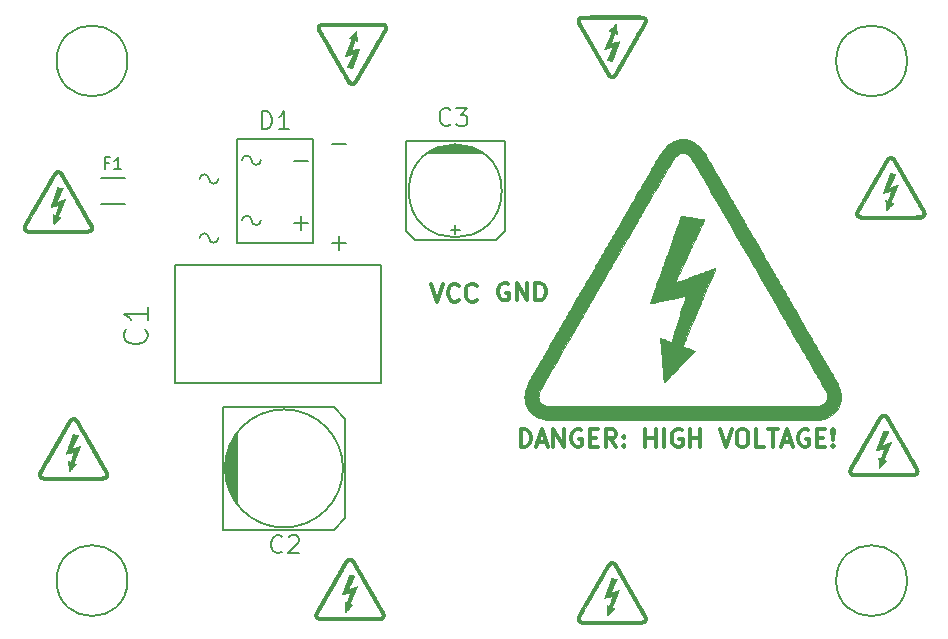
<source format=gto>
G04 #@! TF.FileFunction,Legend,Top*
%FSLAX46Y46*%
G04 Gerber Fmt 4.6, Leading zero omitted, Abs format (unit mm)*
G04 Created by KiCad (PCBNEW 4.0.1-stable) date 11.9.2016. 21:40:19*
%MOMM*%
G01*
G04 APERTURE LIST*
%ADD10C,0.100000*%
%ADD11C,0.300000*%
%ADD12C,0.200000*%
%ADD13C,0.150000*%
%ADD14C,0.010000*%
G04 APERTURE END LIST*
D10*
D11*
X146257143Y-83850000D02*
X146114286Y-83778571D01*
X145900000Y-83778571D01*
X145685715Y-83850000D01*
X145542857Y-83992857D01*
X145471429Y-84135714D01*
X145400000Y-84421429D01*
X145400000Y-84635714D01*
X145471429Y-84921429D01*
X145542857Y-85064286D01*
X145685715Y-85207143D01*
X145900000Y-85278571D01*
X146042857Y-85278571D01*
X146257143Y-85207143D01*
X146328572Y-85135714D01*
X146328572Y-84635714D01*
X146042857Y-84635714D01*
X146971429Y-85278571D02*
X146971429Y-83778571D01*
X147828572Y-85278571D01*
X147828572Y-83778571D01*
X148542858Y-85278571D02*
X148542858Y-83778571D01*
X148900001Y-83778571D01*
X149114286Y-83850000D01*
X149257144Y-83992857D01*
X149328572Y-84135714D01*
X149400001Y-84421429D01*
X149400001Y-84635714D01*
X149328572Y-84921429D01*
X149257144Y-85064286D01*
X149114286Y-85207143D01*
X148900001Y-85278571D01*
X148542858Y-85278571D01*
X139700000Y-83878571D02*
X140200000Y-85378571D01*
X140700000Y-83878571D01*
X142057143Y-85235714D02*
X141985714Y-85307143D01*
X141771428Y-85378571D01*
X141628571Y-85378571D01*
X141414286Y-85307143D01*
X141271428Y-85164286D01*
X141200000Y-85021429D01*
X141128571Y-84735714D01*
X141128571Y-84521429D01*
X141200000Y-84235714D01*
X141271428Y-84092857D01*
X141414286Y-83950000D01*
X141628571Y-83878571D01*
X141771428Y-83878571D01*
X141985714Y-83950000D01*
X142057143Y-84021429D01*
X143557143Y-85235714D02*
X143485714Y-85307143D01*
X143271428Y-85378571D01*
X143128571Y-85378571D01*
X142914286Y-85307143D01*
X142771428Y-85164286D01*
X142700000Y-85021429D01*
X142628571Y-84735714D01*
X142628571Y-84521429D01*
X142700000Y-84235714D01*
X142771428Y-84092857D01*
X142914286Y-83950000D01*
X143128571Y-83878571D01*
X143271428Y-83878571D01*
X143485714Y-83950000D01*
X143557143Y-84021429D01*
X147285714Y-97678571D02*
X147285714Y-96178571D01*
X147642857Y-96178571D01*
X147857142Y-96250000D01*
X148000000Y-96392857D01*
X148071428Y-96535714D01*
X148142857Y-96821429D01*
X148142857Y-97035714D01*
X148071428Y-97321429D01*
X148000000Y-97464286D01*
X147857142Y-97607143D01*
X147642857Y-97678571D01*
X147285714Y-97678571D01*
X148714285Y-97250000D02*
X149428571Y-97250000D01*
X148571428Y-97678571D02*
X149071428Y-96178571D01*
X149571428Y-97678571D01*
X150071428Y-97678571D02*
X150071428Y-96178571D01*
X150928571Y-97678571D01*
X150928571Y-96178571D01*
X152428571Y-96250000D02*
X152285714Y-96178571D01*
X152071428Y-96178571D01*
X151857143Y-96250000D01*
X151714285Y-96392857D01*
X151642857Y-96535714D01*
X151571428Y-96821429D01*
X151571428Y-97035714D01*
X151642857Y-97321429D01*
X151714285Y-97464286D01*
X151857143Y-97607143D01*
X152071428Y-97678571D01*
X152214285Y-97678571D01*
X152428571Y-97607143D01*
X152500000Y-97535714D01*
X152500000Y-97035714D01*
X152214285Y-97035714D01*
X153142857Y-96892857D02*
X153642857Y-96892857D01*
X153857143Y-97678571D02*
X153142857Y-97678571D01*
X153142857Y-96178571D01*
X153857143Y-96178571D01*
X155357143Y-97678571D02*
X154857143Y-96964286D01*
X154500000Y-97678571D02*
X154500000Y-96178571D01*
X155071428Y-96178571D01*
X155214286Y-96250000D01*
X155285714Y-96321429D01*
X155357143Y-96464286D01*
X155357143Y-96678571D01*
X155285714Y-96821429D01*
X155214286Y-96892857D01*
X155071428Y-96964286D01*
X154500000Y-96964286D01*
X156000000Y-97535714D02*
X156071428Y-97607143D01*
X156000000Y-97678571D01*
X155928571Y-97607143D01*
X156000000Y-97535714D01*
X156000000Y-97678571D01*
X156000000Y-96750000D02*
X156071428Y-96821429D01*
X156000000Y-96892857D01*
X155928571Y-96821429D01*
X156000000Y-96750000D01*
X156000000Y-96892857D01*
X157857143Y-97678571D02*
X157857143Y-96178571D01*
X157857143Y-96892857D02*
X158714286Y-96892857D01*
X158714286Y-97678571D02*
X158714286Y-96178571D01*
X159428572Y-97678571D02*
X159428572Y-96178571D01*
X160928572Y-96250000D02*
X160785715Y-96178571D01*
X160571429Y-96178571D01*
X160357144Y-96250000D01*
X160214286Y-96392857D01*
X160142858Y-96535714D01*
X160071429Y-96821429D01*
X160071429Y-97035714D01*
X160142858Y-97321429D01*
X160214286Y-97464286D01*
X160357144Y-97607143D01*
X160571429Y-97678571D01*
X160714286Y-97678571D01*
X160928572Y-97607143D01*
X161000001Y-97535714D01*
X161000001Y-97035714D01*
X160714286Y-97035714D01*
X161642858Y-97678571D02*
X161642858Y-96178571D01*
X161642858Y-96892857D02*
X162500001Y-96892857D01*
X162500001Y-97678571D02*
X162500001Y-96178571D01*
X164142858Y-96178571D02*
X164642858Y-97678571D01*
X165142858Y-96178571D01*
X165928572Y-96178571D02*
X166214286Y-96178571D01*
X166357144Y-96250000D01*
X166500001Y-96392857D01*
X166571429Y-96678571D01*
X166571429Y-97178571D01*
X166500001Y-97464286D01*
X166357144Y-97607143D01*
X166214286Y-97678571D01*
X165928572Y-97678571D01*
X165785715Y-97607143D01*
X165642858Y-97464286D01*
X165571429Y-97178571D01*
X165571429Y-96678571D01*
X165642858Y-96392857D01*
X165785715Y-96250000D01*
X165928572Y-96178571D01*
X167928573Y-97678571D02*
X167214287Y-97678571D01*
X167214287Y-96178571D01*
X168214287Y-96178571D02*
X169071430Y-96178571D01*
X168642859Y-97678571D02*
X168642859Y-96178571D01*
X169500001Y-97250000D02*
X170214287Y-97250000D01*
X169357144Y-97678571D02*
X169857144Y-96178571D01*
X170357144Y-97678571D01*
X171642858Y-96250000D02*
X171500001Y-96178571D01*
X171285715Y-96178571D01*
X171071430Y-96250000D01*
X170928572Y-96392857D01*
X170857144Y-96535714D01*
X170785715Y-96821429D01*
X170785715Y-97035714D01*
X170857144Y-97321429D01*
X170928572Y-97464286D01*
X171071430Y-97607143D01*
X171285715Y-97678571D01*
X171428572Y-97678571D01*
X171642858Y-97607143D01*
X171714287Y-97535714D01*
X171714287Y-97035714D01*
X171428572Y-97035714D01*
X172357144Y-96892857D02*
X172857144Y-96892857D01*
X173071430Y-97678571D02*
X172357144Y-97678571D01*
X172357144Y-96178571D01*
X173071430Y-96178571D01*
X173714287Y-97535714D02*
X173785715Y-97607143D01*
X173714287Y-97678571D01*
X173642858Y-97607143D01*
X173714287Y-97535714D01*
X173714287Y-97678571D01*
X173714287Y-97107143D02*
X173642858Y-96250000D01*
X173714287Y-96178571D01*
X173785715Y-96250000D01*
X173714287Y-97107143D01*
X173714287Y-96178571D01*
D12*
X114000000Y-109000000D02*
G75*
G03X114000000Y-109000000I-3000000J0D01*
G01*
X180000000Y-109000000D02*
G75*
G03X180000000Y-109000000I-3000000J0D01*
G01*
X180000000Y-65000000D02*
G75*
G03X180000000Y-65000000I-3000000J0D01*
G01*
X114000000Y-65000000D02*
G75*
G03X114000000Y-65000000I-3000000J0D01*
G01*
D13*
X118000000Y-86750000D02*
X118000000Y-82250000D01*
X118000000Y-82250000D02*
X135500000Y-82250000D01*
X135500000Y-82250000D02*
X135500000Y-92250000D01*
X135500000Y-92250000D02*
X118000000Y-92250000D01*
X118000000Y-92250000D02*
X118000000Y-86750000D01*
X123050000Y-102000000D02*
X123050000Y-101200000D01*
X123050000Y-101200000D02*
X122850000Y-97200000D01*
X122850000Y-97200000D02*
X122850000Y-101800000D01*
X122850000Y-101800000D02*
X122750000Y-97500000D01*
X122750000Y-97500000D02*
X122750000Y-101600000D01*
X122750000Y-101600000D02*
X122650000Y-97700000D01*
X122650000Y-97700000D02*
X122650000Y-101200000D01*
X122650000Y-101200000D02*
X122550000Y-98000000D01*
X122550000Y-98000000D02*
X122550000Y-100900000D01*
X122550000Y-100900000D02*
X122450000Y-98400000D01*
X122450000Y-98400000D02*
X122450000Y-100600000D01*
X122450000Y-100600000D02*
X122350000Y-99000000D01*
X123250000Y-96500000D02*
X123250000Y-102400000D01*
X123250000Y-102400000D02*
X123150000Y-96800000D01*
X123150000Y-96800000D02*
X123150000Y-102300000D01*
X123150000Y-102300000D02*
X123050000Y-96900000D01*
X123050000Y-96900000D02*
X122950000Y-102000000D01*
X122950000Y-102000000D02*
X122950000Y-97100000D01*
X132250000Y-99500000D02*
G75*
G03X132250000Y-99500000I-5000000J0D01*
G01*
X122050000Y-99500000D02*
X122050000Y-94300000D01*
X122050000Y-94300000D02*
X131450000Y-94300000D01*
X131450000Y-94300000D02*
X132450000Y-95300000D01*
X132450000Y-95300000D02*
X132450000Y-103700000D01*
X132450000Y-103700000D02*
X131450000Y-104700000D01*
X131450000Y-104700000D02*
X122050000Y-104700000D01*
X122050000Y-104700000D02*
X122050000Y-99500000D01*
X142766000Y-72190000D02*
X140734000Y-72190000D01*
X140353000Y-72317000D02*
X143147000Y-72317000D01*
X143401000Y-72444000D02*
X140099000Y-72444000D01*
X139845000Y-72571000D02*
X143655000Y-72571000D01*
X139718000Y-72698000D02*
X143782000Y-72698000D01*
X144036000Y-72825000D02*
X139464000Y-72825000D01*
X145687000Y-76000000D02*
G75*
G03X145687000Y-76000000I-3937000J0D01*
G01*
X145941000Y-71809000D02*
X137559000Y-71809000D01*
X137559000Y-71809000D02*
X137559000Y-79429000D01*
X137559000Y-79429000D02*
X138321000Y-80191000D01*
X138321000Y-80191000D02*
X145179000Y-80191000D01*
X145179000Y-80191000D02*
X145941000Y-79429000D01*
X145941000Y-79429000D02*
X145941000Y-71809000D01*
X141750000Y-79683000D02*
X141750000Y-78921000D01*
X142131000Y-79302000D02*
X141369000Y-79302000D01*
X121300000Y-75400000D02*
G75*
G03X121700000Y-75000000I0J400000D01*
G01*
X120900000Y-75000000D02*
G75*
G03X121300000Y-75400000I400000J0D01*
G01*
X120900000Y-75000000D02*
G75*
G03X120500000Y-74600000I-400000J0D01*
G01*
X120500000Y-74600000D02*
G75*
G03X120100000Y-75000000I0J-400000D01*
G01*
X120500000Y-74600000D02*
G75*
G03X120100000Y-75000000I0J-400000D01*
G01*
X120900000Y-75000000D02*
G75*
G03X120500000Y-74600000I-400000J0D01*
G01*
X120900000Y-75000000D02*
G75*
G03X121300000Y-75400000I400000J0D01*
G01*
X121300000Y-75400000D02*
G75*
G03X121700000Y-75000000I0J400000D01*
G01*
X121300000Y-80400000D02*
G75*
G03X121700000Y-80000000I0J400000D01*
G01*
X120900000Y-80000000D02*
G75*
G03X121300000Y-80400000I400000J0D01*
G01*
X120900000Y-80000000D02*
G75*
G03X120500000Y-79600000I-400000J0D01*
G01*
X120500000Y-79600000D02*
G75*
G03X120100000Y-80000000I0J-400000D01*
G01*
X120500000Y-79600000D02*
G75*
G03X120100000Y-80000000I0J-400000D01*
G01*
X120900000Y-80000000D02*
G75*
G03X120500000Y-79600000I-400000J0D01*
G01*
X120900000Y-80000000D02*
G75*
G03X121300000Y-80400000I400000J0D01*
G01*
X121300000Y-80400000D02*
G75*
G03X121700000Y-80000000I0J400000D01*
G01*
X124900000Y-73800000D02*
G75*
G03X125300000Y-73400000I0J400000D01*
G01*
X124500000Y-73400000D02*
G75*
G03X124900000Y-73800000I400000J0D01*
G01*
X124500000Y-73400000D02*
G75*
G03X124100000Y-73000000I-400000J0D01*
G01*
X124100000Y-73000000D02*
G75*
G03X123700000Y-73400000I0J-400000D01*
G01*
X124100000Y-73000000D02*
G75*
G03X123700000Y-73400000I0J-400000D01*
G01*
X124500000Y-73400000D02*
G75*
G03X124100000Y-73000000I-400000J0D01*
G01*
X124500000Y-73400000D02*
G75*
G03X124900000Y-73800000I400000J0D01*
G01*
X124900000Y-73800000D02*
G75*
G03X125300000Y-73400000I0J400000D01*
G01*
X124900000Y-78900000D02*
G75*
G03X125300000Y-78500000I0J400000D01*
G01*
X124500000Y-78500000D02*
G75*
G03X124900000Y-78900000I400000J0D01*
G01*
X124500000Y-78500000D02*
G75*
G03X124100000Y-78100000I-400000J0D01*
G01*
X124100000Y-78100000D02*
G75*
G03X123700000Y-78500000I0J-400000D01*
G01*
X124100000Y-78100000D02*
G75*
G03X123700000Y-78500000I0J-400000D01*
G01*
X124500000Y-78500000D02*
G75*
G03X124100000Y-78100000I-400000J0D01*
G01*
X124500000Y-78500000D02*
G75*
G03X124900000Y-78900000I400000J0D01*
G01*
X124900000Y-78900000D02*
G75*
G03X125300000Y-78500000I0J400000D01*
G01*
X129700000Y-76000000D02*
X129700000Y-80400000D01*
X129700000Y-80400000D02*
X123300000Y-80400000D01*
X123300000Y-80400000D02*
X123300000Y-71600000D01*
X123300000Y-71600000D02*
X129700000Y-71600000D01*
X129700000Y-71600000D02*
X129700000Y-75900000D01*
X113750000Y-77075000D02*
X111750000Y-77075000D01*
X111750000Y-74925000D02*
X113750000Y-74925000D01*
D14*
G36*
X161281571Y-71631655D02*
X161437532Y-71661818D01*
X161642095Y-71729389D01*
X161855531Y-71826398D01*
X162055576Y-71942144D01*
X162134188Y-71996672D01*
X162234983Y-72079428D01*
X162353041Y-72189111D01*
X162474921Y-72312176D01*
X162587186Y-72435076D01*
X162673113Y-72539900D01*
X162729782Y-72614741D01*
X162782335Y-72683885D01*
X162798450Y-72705000D01*
X162830701Y-72752475D01*
X162880711Y-72832252D01*
X162941166Y-72932454D01*
X162993964Y-73022500D01*
X163086569Y-73182733D01*
X163187767Y-73358105D01*
X163293994Y-73542413D01*
X163401684Y-73729456D01*
X163507273Y-73913030D01*
X163607196Y-74086932D01*
X163697888Y-74244961D01*
X163775784Y-74380914D01*
X163837319Y-74488587D01*
X163878929Y-74561779D01*
X163891757Y-74584600D01*
X163927445Y-74647714D01*
X163986676Y-74751208D01*
X164067419Y-74891567D01*
X164167646Y-75065279D01*
X164285325Y-75268829D01*
X164418426Y-75498703D01*
X164564919Y-75751388D01*
X164722774Y-76023370D01*
X164775962Y-76114950D01*
X164881631Y-76296985D01*
X164971393Y-76451875D01*
X165042049Y-76574090D01*
X165090397Y-76658099D01*
X165091343Y-76659752D01*
X165122206Y-76713620D01*
X165171458Y-76799556D01*
X165232219Y-76905558D01*
X165295161Y-77015352D01*
X165368152Y-77142744D01*
X165443663Y-77274663D01*
X165511740Y-77393716D01*
X165553873Y-77467500D01*
X165616417Y-77576441D01*
X165682650Y-77690716D01*
X165737891Y-77785000D01*
X165781689Y-77859438D01*
X165822814Y-77930353D01*
X165868098Y-78009717D01*
X165924371Y-78109501D01*
X165998465Y-78241677D01*
X165998757Y-78242200D01*
X166034929Y-78305598D01*
X166090364Y-78401269D01*
X166158408Y-78517794D01*
X166232409Y-78643755D01*
X166257743Y-78686700D01*
X166333785Y-78816139D01*
X166407518Y-78942856D01*
X166471774Y-79054453D01*
X166519384Y-79138528D01*
X166529388Y-79156600D01*
X166568924Y-79227147D01*
X166627777Y-79330221D01*
X166699474Y-79454581D01*
X166777548Y-79588983D01*
X166821734Y-79664600D01*
X166910966Y-79817397D01*
X167015241Y-79996660D01*
X167124342Y-80184782D01*
X167228048Y-80364155D01*
X167278682Y-80452000D01*
X167357065Y-80588051D01*
X167454671Y-80757277D01*
X167565270Y-80948887D01*
X167682632Y-81152091D01*
X167800527Y-81356100D01*
X167909299Y-81544200D01*
X168016987Y-81730463D01*
X168125841Y-81918941D01*
X168230637Y-82100575D01*
X168326152Y-82266307D01*
X168407164Y-82407080D01*
X168468450Y-82513836D01*
X168473182Y-82522100D01*
X168538827Y-82636442D01*
X168596922Y-82737046D01*
X168642058Y-82814588D01*
X168668826Y-82859740D01*
X168672094Y-82865000D01*
X168691601Y-82897688D01*
X168732228Y-82967366D01*
X168789869Y-83066931D01*
X168860413Y-83189280D01*
X168939752Y-83327311D01*
X168965964Y-83373000D01*
X169049476Y-83518543D01*
X169127559Y-83654461D01*
X169195550Y-83772650D01*
X169248786Y-83865005D01*
X169282603Y-83923420D01*
X169287494Y-83931800D01*
X169323976Y-83995215D01*
X169375734Y-84086588D01*
X169433444Y-84189429D01*
X169452666Y-84223900D01*
X169547104Y-84392246D01*
X169639124Y-84553857D01*
X169722734Y-84698349D01*
X169791944Y-84815336D01*
X169826302Y-84871600D01*
X169860615Y-84928466D01*
X169912871Y-85017270D01*
X169975920Y-85125781D01*
X170041548Y-85239900D01*
X170111237Y-85361418D01*
X170197587Y-85511504D01*
X170291743Y-85674795D01*
X170384853Y-85835931D01*
X170429471Y-85913000D01*
X170493113Y-86022998D01*
X170577860Y-86169715D01*
X170679490Y-86345829D01*
X170793785Y-86544023D01*
X170916522Y-86756975D01*
X171043481Y-86977368D01*
X171170443Y-87197881D01*
X171205734Y-87259200D01*
X171396567Y-87590756D01*
X171565141Y-87883536D01*
X171714502Y-88142816D01*
X171847693Y-88373870D01*
X171967758Y-88581974D01*
X172077742Y-88772402D01*
X172180688Y-88950429D01*
X172279641Y-89121331D01*
X172377644Y-89290382D01*
X172422330Y-89367400D01*
X172485675Y-89476835D01*
X172570097Y-89623115D01*
X172671431Y-89798998D01*
X172785510Y-89997245D01*
X172908170Y-90210614D01*
X173035244Y-90431866D01*
X173162566Y-90653761D01*
X173204161Y-90726300D01*
X173321529Y-90930707D01*
X173432433Y-91123250D01*
X173534045Y-91299065D01*
X173623539Y-91453289D01*
X173698089Y-91581060D01*
X173754870Y-91677514D01*
X173791054Y-91737788D01*
X173802005Y-91755000D01*
X173849616Y-91831134D01*
X173911676Y-91942004D01*
X173982279Y-92075800D01*
X174055518Y-92220716D01*
X174125489Y-92364941D01*
X174186285Y-92496668D01*
X174232000Y-92604087D01*
X174247880Y-92646504D01*
X174324324Y-92920406D01*
X174371221Y-93206238D01*
X174387419Y-93489882D01*
X174371763Y-93757221D01*
X174349578Y-93890204D01*
X174264258Y-94176400D01*
X174136023Y-94436910D01*
X173966577Y-94670329D01*
X173757624Y-94875255D01*
X173510869Y-95050286D01*
X173228016Y-95194019D01*
X172910770Y-95305050D01*
X172560834Y-95381976D01*
X172531600Y-95386596D01*
X172500963Y-95389171D01*
X172442724Y-95391621D01*
X172355904Y-95393950D01*
X172239523Y-95396161D01*
X172092600Y-95398257D01*
X171914158Y-95400242D01*
X171703215Y-95402117D01*
X171458792Y-95403887D01*
X171179909Y-95405554D01*
X170865588Y-95407121D01*
X170514847Y-95408591D01*
X170126708Y-95409968D01*
X169700191Y-95411254D01*
X169234316Y-95412453D01*
X168728104Y-95413566D01*
X168180574Y-95414599D01*
X167590748Y-95415552D01*
X166957645Y-95416430D01*
X166280285Y-95417236D01*
X165557690Y-95417972D01*
X164788879Y-95418642D01*
X163972874Y-95419248D01*
X163108693Y-95419794D01*
X162195358Y-95420283D01*
X161546100Y-95420584D01*
X160801700Y-95420872D01*
X160067325Y-95421084D01*
X159344764Y-95421220D01*
X158635807Y-95421284D01*
X157942243Y-95421275D01*
X157265862Y-95421197D01*
X156608453Y-95421050D01*
X155971806Y-95420836D01*
X155357709Y-95420558D01*
X154767953Y-95420216D01*
X154204327Y-95419812D01*
X153668620Y-95419349D01*
X153162622Y-95418827D01*
X152688122Y-95418248D01*
X152246909Y-95417614D01*
X151840774Y-95416927D01*
X151471504Y-95416188D01*
X151140891Y-95415399D01*
X150850723Y-95414562D01*
X150602790Y-95413678D01*
X150398881Y-95412749D01*
X150240786Y-95411776D01*
X150130293Y-95410762D01*
X150078000Y-95409935D01*
X149870831Y-95404896D01*
X149706347Y-95399849D01*
X149576436Y-95394069D01*
X149472988Y-95386829D01*
X149387892Y-95377403D01*
X149313037Y-95365065D01*
X149240313Y-95349088D01*
X149161609Y-95328748D01*
X149156879Y-95327470D01*
X148917529Y-95247500D01*
X163362200Y-95247500D01*
X163374900Y-95260200D01*
X163387600Y-95247500D01*
X163374900Y-95234800D01*
X163362200Y-95247500D01*
X148917529Y-95247500D01*
X148823755Y-95216169D01*
X148529855Y-95073213D01*
X148524731Y-95069700D01*
X158968000Y-95069700D01*
X158980700Y-95082400D01*
X158993400Y-95069700D01*
X158980700Y-95057000D01*
X158968000Y-95069700D01*
X148524731Y-95069700D01*
X148275450Y-94898804D01*
X148241735Y-94866500D01*
X159171200Y-94866500D01*
X159183900Y-94879200D01*
X159196600Y-94866500D01*
X159183900Y-94853800D01*
X159171200Y-94866500D01*
X148241735Y-94866500D01*
X148060806Y-94693145D01*
X148038791Y-94663300D01*
X159374400Y-94663300D01*
X159387100Y-94676000D01*
X159399800Y-94663300D01*
X159387100Y-94650600D01*
X159374400Y-94663300D01*
X148038791Y-94663300D01*
X147888897Y-94460100D01*
X159577600Y-94460100D01*
X159590300Y-94472800D01*
X159603000Y-94460100D01*
X159590300Y-94447400D01*
X159577600Y-94460100D01*
X147888897Y-94460100D01*
X147886193Y-94456435D01*
X147846200Y-94383900D01*
X159653800Y-94383900D01*
X159666500Y-94396600D01*
X159679200Y-94383900D01*
X159666500Y-94371200D01*
X159653800Y-94383900D01*
X147846200Y-94383900D01*
X147808695Y-94315880D01*
X147725007Y-94130275D01*
X147667904Y-93959787D01*
X147633358Y-93786558D01*
X147617342Y-93592728D01*
X147614950Y-93456800D01*
X147615042Y-93453549D01*
X148786285Y-93453549D01*
X148806218Y-93641366D01*
X148869649Y-93805111D01*
X148976492Y-93944127D01*
X149126659Y-94057758D01*
X149320064Y-94145345D01*
X149364502Y-94159857D01*
X149467716Y-94188901D01*
X149567558Y-94209811D01*
X149677976Y-94224499D01*
X149812918Y-94234877D01*
X149963700Y-94241988D01*
X150014953Y-94242988D01*
X150115293Y-94243943D01*
X150263007Y-94244851D01*
X150456382Y-94245710D01*
X150693703Y-94246519D01*
X150973260Y-94247277D01*
X151293337Y-94247983D01*
X151652222Y-94248635D01*
X152048202Y-94249233D01*
X152479563Y-94249773D01*
X152944593Y-94250257D01*
X153441579Y-94250681D01*
X153968806Y-94251045D01*
X154524563Y-94251347D01*
X155107136Y-94251587D01*
X155714811Y-94251762D01*
X156345876Y-94251872D01*
X156998617Y-94251915D01*
X157671322Y-94251890D01*
X158362277Y-94251795D01*
X159069769Y-94251630D01*
X159792084Y-94251393D01*
X160527511Y-94251082D01*
X161274335Y-94250696D01*
X161312172Y-94250675D01*
X162214105Y-94250146D01*
X163066610Y-94249609D01*
X163871062Y-94249059D01*
X164628833Y-94248489D01*
X165341298Y-94247895D01*
X166009828Y-94247271D01*
X166635798Y-94246612D01*
X167220580Y-94245913D01*
X167765547Y-94245168D01*
X168272074Y-94244373D01*
X168741533Y-94243521D01*
X169175297Y-94242608D01*
X169574739Y-94241627D01*
X169941234Y-94240575D01*
X170276153Y-94239445D01*
X170580871Y-94238232D01*
X170856759Y-94236931D01*
X171105193Y-94235537D01*
X171327544Y-94234043D01*
X171525186Y-94232446D01*
X171699493Y-94230740D01*
X171851836Y-94228918D01*
X171983591Y-94226977D01*
X172096129Y-94224910D01*
X172190825Y-94222713D01*
X172269050Y-94220379D01*
X172332179Y-94217905D01*
X172381585Y-94215284D01*
X172418641Y-94212511D01*
X172444720Y-94209580D01*
X172456663Y-94207541D01*
X172692977Y-94140273D01*
X172886078Y-94046617D01*
X173035553Y-93927548D01*
X173140989Y-93784041D01*
X173201975Y-93617071D01*
X173218097Y-93427614D01*
X173188943Y-93216644D01*
X173114101Y-92985136D01*
X173041409Y-92825398D01*
X172989302Y-92725488D01*
X172919957Y-92597737D01*
X172842094Y-92457971D01*
X172764431Y-92322017D01*
X172757968Y-92310885D01*
X172680363Y-92176957D01*
X172600915Y-92039059D01*
X172528504Y-91912653D01*
X172472011Y-91813197D01*
X172467844Y-91805800D01*
X172411122Y-91705237D01*
X172357223Y-91610069D01*
X172316050Y-91537773D01*
X172309526Y-91526400D01*
X172241879Y-91408971D01*
X172153411Y-91255749D01*
X172048830Y-91074862D01*
X171932842Y-90874439D01*
X171810152Y-90662608D01*
X171685467Y-90447495D01*
X171563493Y-90237231D01*
X171448936Y-90039943D01*
X171427121Y-90002400D01*
X171327855Y-89831338D01*
X171225571Y-89654629D01*
X171124779Y-89480105D01*
X171029990Y-89315597D01*
X170945715Y-89168938D01*
X170876464Y-89047958D01*
X170826749Y-88960489D01*
X170815432Y-88940373D01*
X170771735Y-88863027D01*
X170711567Y-88757480D01*
X170638739Y-88630326D01*
X170557061Y-88488161D01*
X170470342Y-88337581D01*
X170382392Y-88185180D01*
X170297022Y-88037555D01*
X170218041Y-87901301D01*
X170149259Y-87783013D01*
X170094485Y-87689286D01*
X170057531Y-87626716D01*
X170042367Y-87602100D01*
X170023177Y-87571401D01*
X169984552Y-87505490D01*
X169931789Y-87413530D01*
X169870181Y-87304685D01*
X169858894Y-87284600D01*
X169796082Y-87173717D01*
X169714102Y-87030508D01*
X169619559Y-86866427D01*
X169519057Y-86692925D01*
X169419201Y-86521454D01*
X169390169Y-86471800D01*
X169289821Y-86299791D01*
X169184986Y-86119122D01*
X169082779Y-85942124D01*
X168990318Y-85781127D01*
X168914718Y-85648461D01*
X168899135Y-85620900D01*
X168822591Y-85485859D01*
X168744512Y-85349212D01*
X168673115Y-85225274D01*
X168616619Y-85128359D01*
X168607488Y-85112900D01*
X168542470Y-85001955D01*
X168473810Y-84882866D01*
X168417095Y-84782700D01*
X168373885Y-84706354D01*
X168311899Y-84598289D01*
X168238103Y-84470582D01*
X168159461Y-84335309D01*
X168124064Y-84274700D01*
X168016475Y-84090180D01*
X167885880Y-83865185D01*
X167734403Y-83603388D01*
X167564166Y-83308465D01*
X167377290Y-82984090D01*
X167175899Y-82633938D01*
X167082459Y-82471300D01*
X166878396Y-82116117D01*
X166698522Y-81803289D01*
X166541825Y-81531060D01*
X166407290Y-81297677D01*
X166293905Y-81101385D01*
X166200657Y-80940432D01*
X166126533Y-80813062D01*
X166070521Y-80717522D01*
X166038082Y-80662847D01*
X165970038Y-80547498D01*
X165893185Y-80414729D01*
X165823193Y-80291632D01*
X165817706Y-80281847D01*
X165774014Y-80204545D01*
X165709782Y-80091884D01*
X165629937Y-79952461D01*
X165539410Y-79794870D01*
X165443128Y-79627709D01*
X165369107Y-79499500D01*
X165253883Y-79299988D01*
X165122714Y-79072612D01*
X164984936Y-78833571D01*
X164849884Y-78599064D01*
X164726894Y-78385290D01*
X164688445Y-78318400D01*
X164592829Y-78152135D01*
X164501120Y-77992896D01*
X164417691Y-77848259D01*
X164346914Y-77725799D01*
X164293164Y-77633093D01*
X164263222Y-77581800D01*
X164213211Y-77496384D01*
X164144785Y-77378924D01*
X164064886Y-77241394D01*
X163980455Y-77095770D01*
X163898435Y-76954024D01*
X163825767Y-76828134D01*
X163769392Y-76730072D01*
X163762596Y-76718200D01*
X163733096Y-76666814D01*
X163682104Y-76578214D01*
X163613529Y-76459179D01*
X163531278Y-76316490D01*
X163439258Y-76156925D01*
X163341377Y-75987266D01*
X163323450Y-75956200D01*
X163224506Y-75784610D01*
X163130382Y-75621120D01*
X163045065Y-75472676D01*
X162972542Y-75346224D01*
X162916801Y-75248710D01*
X162881830Y-75187081D01*
X162878315Y-75180811D01*
X162841650Y-75116104D01*
X162785320Y-75017804D01*
X162715250Y-74896200D01*
X162637367Y-74761584D01*
X162578460Y-74660111D01*
X162486414Y-74501647D01*
X162386122Y-74328741D01*
X162287375Y-74158289D01*
X162199964Y-74007182D01*
X162166705Y-73949600D01*
X162027912Y-73712065D01*
X161908446Y-73515044D01*
X161804564Y-73353788D01*
X161712521Y-73223552D01*
X161628574Y-73119590D01*
X161548979Y-73037155D01*
X161469992Y-72971501D01*
X161387868Y-72917881D01*
X161327177Y-72885299D01*
X161171670Y-72819573D01*
X161035765Y-72790902D01*
X160906201Y-72797602D01*
X160817597Y-72820624D01*
X160688366Y-72871227D01*
X160577347Y-72935091D01*
X160469891Y-73022358D01*
X160351349Y-73143172D01*
X160350595Y-73143997D01*
X160315796Y-73183365D01*
X160280538Y-73226648D01*
X160242624Y-73277447D01*
X160199856Y-73339366D01*
X160150037Y-73416007D01*
X160090969Y-73510972D01*
X160020455Y-73627863D01*
X159936299Y-73770283D01*
X159836302Y-73941834D01*
X159718267Y-74146118D01*
X159579997Y-74386737D01*
X159419294Y-74667295D01*
X159387100Y-74723567D01*
X159280661Y-74909158D01*
X159149312Y-75137354D01*
X158993775Y-75406901D01*
X158814775Y-75716547D01*
X158613035Y-76065039D01*
X158433239Y-76375300D01*
X158341913Y-76533295D01*
X158246421Y-76699299D01*
X158154654Y-76859539D01*
X158074503Y-77000245D01*
X158025730Y-77086500D01*
X157946865Y-77225058D01*
X157858705Y-77377369D01*
X157773779Y-77521894D01*
X157722783Y-77607200D01*
X157647244Y-77733873D01*
X157566591Y-77871744D01*
X157493524Y-77999011D01*
X157463889Y-78051700D01*
X157381442Y-78199380D01*
X157314452Y-78318141D01*
X157253947Y-78423605D01*
X157190955Y-78531393D01*
X157116504Y-78657127D01*
X157106471Y-78674000D01*
X157037239Y-78791465D01*
X156964990Y-78915791D01*
X156902240Y-79025392D01*
X156885555Y-79055000D01*
X156850397Y-79117059D01*
X156793608Y-79216454D01*
X156718998Y-79346550D01*
X156630380Y-79500714D01*
X156531564Y-79672313D01*
X156426363Y-79854713D01*
X156360133Y-79969400D01*
X156235918Y-80184576D01*
X156100691Y-80419158D01*
X155961545Y-80660816D01*
X155825576Y-80897223D01*
X155699878Y-81116048D01*
X155591546Y-81304962D01*
X155578181Y-81328300D01*
X155479274Y-81500698D01*
X155381784Y-81669982D01*
X155290582Y-81827743D01*
X155210538Y-81965570D01*
X155146522Y-82075055D01*
X155107423Y-82141100D01*
X155061477Y-82218827D01*
X154995255Y-82332281D01*
X154913624Y-82473049D01*
X154821453Y-82632716D01*
X154723610Y-82802869D01*
X154637083Y-82953900D01*
X154537329Y-83128120D01*
X154438177Y-83300891D01*
X154344695Y-83463409D01*
X154261953Y-83606871D01*
X154195020Y-83722474D01*
X154154435Y-83792100D01*
X154097225Y-83890217D01*
X154021940Y-84020134D01*
X153935694Y-84169535D01*
X153845598Y-84326102D01*
X153773089Y-84452500D01*
X153689528Y-84598267D01*
X153608094Y-84740088D01*
X153534652Y-84867762D01*
X153475070Y-84971089D01*
X153437061Y-85036700D01*
X153379540Y-85136198D01*
X153321402Y-85237864D01*
X153284382Y-85303400D01*
X153238952Y-85382827D01*
X153179384Y-85484637D01*
X153117972Y-85587833D01*
X153113359Y-85595500D01*
X153059451Y-85685909D01*
X152995980Y-85794123D01*
X152920129Y-85925032D01*
X152829084Y-86083528D01*
X152720028Y-86274501D01*
X152590148Y-86502840D01*
X152528462Y-86611500D01*
X152449634Y-86749704D01*
X152355770Y-86913158D01*
X152257561Y-87083305D01*
X152165696Y-87241589D01*
X152148027Y-87271900D01*
X152072000Y-87402551D01*
X151999874Y-87527128D01*
X151937854Y-87634871D01*
X151892142Y-87715021D01*
X151877111Y-87741800D01*
X151840741Y-87806203D01*
X151785546Y-87902563D01*
X151718366Y-88018995D01*
X151646041Y-88143614D01*
X151628573Y-88173600D01*
X150827600Y-89557900D01*
X150615735Y-89926839D01*
X150427774Y-90254028D01*
X150262374Y-90541796D01*
X150118190Y-90792475D01*
X149993879Y-91008394D01*
X149888096Y-91191885D01*
X149799498Y-91345278D01*
X149726741Y-91470903D01*
X149668481Y-91571092D01*
X149623375Y-91648174D01*
X149590077Y-91704481D01*
X149582652Y-91716900D01*
X149514018Y-91833511D01*
X149439209Y-91963932D01*
X149378531Y-92072500D01*
X149319889Y-92176566D01*
X149246725Y-92302284D01*
X149171536Y-92428291D01*
X149143252Y-92474708D01*
X148988332Y-92752240D01*
X148877256Y-93008330D01*
X148809935Y-93242318D01*
X148786285Y-93453549D01*
X147615042Y-93453549D01*
X147620248Y-93271469D01*
X147637728Y-93096456D01*
X147669770Y-92924863D01*
X147718752Y-92749791D01*
X147787053Y-92564342D01*
X147877054Y-92361620D01*
X147991133Y-92134725D01*
X148131669Y-91876761D01*
X148204020Y-91748976D01*
X148348212Y-91496754D01*
X148470841Y-91282521D01*
X148575477Y-91100120D01*
X148665687Y-90943390D01*
X148745038Y-90806173D01*
X148817098Y-90682309D01*
X148885435Y-90565640D01*
X148953617Y-90450006D01*
X149025211Y-90329247D01*
X149071542Y-90251347D01*
X149143637Y-90128762D01*
X149223674Y-89990434D01*
X149295096Y-89864992D01*
X149299225Y-89857647D01*
X149343847Y-89778635D01*
X149402977Y-89674723D01*
X149478256Y-89543049D01*
X149571327Y-89380752D01*
X149683832Y-89184971D01*
X149817412Y-88952846D01*
X149973710Y-88681515D01*
X150090784Y-88478400D01*
X150148482Y-88378542D01*
X150223626Y-88248820D01*
X150308082Y-88103258D01*
X150393715Y-87955881D01*
X150429598Y-87894200D01*
X150505866Y-87762876D01*
X150577458Y-87639101D01*
X150638578Y-87532928D01*
X150683434Y-87454413D01*
X150700386Y-87424300D01*
X150801692Y-87243562D01*
X150899977Y-87071224D01*
X150987689Y-86920434D01*
X151043200Y-86827400D01*
X151101831Y-86729019D01*
X151169033Y-86613736D01*
X151221127Y-86522600D01*
X151266412Y-86443153D01*
X151330525Y-86331742D01*
X151406607Y-86200232D01*
X151487803Y-86060485D01*
X151534353Y-85980649D01*
X151606315Y-85857004D01*
X151668410Y-85749543D01*
X151716481Y-85665525D01*
X151746371Y-85612205D01*
X151754400Y-85596506D01*
X151766418Y-85573104D01*
X151799315Y-85514199D01*
X151848352Y-85428156D01*
X151908792Y-85323340D01*
X151922182Y-85300256D01*
X152003966Y-85159051D01*
X152098540Y-84995205D01*
X152193521Y-84830200D01*
X152267981Y-84700442D01*
X152336833Y-84584409D01*
X152396260Y-84492317D01*
X152441804Y-84430589D01*
X152469007Y-84405649D01*
X152472423Y-84405917D01*
X152486767Y-84405817D01*
X152481642Y-84394408D01*
X152488841Y-84365273D01*
X152518538Y-84299093D01*
X152567321Y-84202518D01*
X152631774Y-84082196D01*
X152708482Y-83944777D01*
X152747821Y-83876134D01*
X152844947Y-83707991D01*
X152947146Y-83530972D01*
X153046938Y-83358040D01*
X153136842Y-83202160D01*
X153209377Y-83076293D01*
X153214038Y-83068200D01*
X153296719Y-82924878D01*
X153386686Y-82769352D01*
X153473077Y-82620374D01*
X153545030Y-82496700D01*
X153619570Y-82368015D01*
X153699057Y-82229337D01*
X153771623Y-82101430D01*
X153806343Y-82039500D01*
X153862670Y-81939091D01*
X153929947Y-81820289D01*
X154001618Y-81694547D01*
X154071124Y-81573323D01*
X154131908Y-81468071D01*
X154177413Y-81390247D01*
X154191658Y-81366400D01*
X154213050Y-81329866D01*
X154253528Y-81259734D01*
X154307026Y-81166540D01*
X154359785Y-81074300D01*
X154438333Y-80938055D01*
X154527557Y-80785316D01*
X154613196Y-80640427D01*
X154649935Y-80579000D01*
X154718953Y-80462898D01*
X154787134Y-80345935D01*
X154844692Y-80245002D01*
X154870688Y-80198000D01*
X154921419Y-80106896D01*
X154985921Y-79994601D01*
X155051454Y-79883258D01*
X155060709Y-79867800D01*
X155126944Y-79755878D01*
X155195704Y-79637125D01*
X155253324Y-79535171D01*
X155258999Y-79524900D01*
X155305180Y-79442456D01*
X155368731Y-79330924D01*
X155441240Y-79204987D01*
X155513667Y-79080400D01*
X155577782Y-78970160D01*
X155660509Y-78827072D01*
X155755340Y-78662442D01*
X155855766Y-78487575D01*
X155955279Y-78313776D01*
X155988912Y-78254900D01*
X156095883Y-78068096D01*
X156214843Y-77861337D01*
X156336814Y-77650161D01*
X156452818Y-77450110D01*
X156553878Y-77276722D01*
X156565231Y-77257324D01*
X156650143Y-77112088D01*
X156729759Y-76975467D01*
X156799238Y-76855803D01*
X156853737Y-76761438D01*
X156888416Y-76700715D01*
X156892879Y-76692746D01*
X156935458Y-76617087D01*
X156998514Y-76506256D01*
X157077011Y-76369011D01*
X157165917Y-76214111D01*
X157260198Y-76050314D01*
X157354819Y-75886377D01*
X157444748Y-75731060D01*
X157520590Y-75600600D01*
X157590824Y-75479747D01*
X157657961Y-75363598D01*
X157714611Y-75264976D01*
X157753386Y-75196704D01*
X157754789Y-75194200D01*
X157802904Y-75109101D01*
X157862029Y-75005765D01*
X157907229Y-74927500D01*
X157957258Y-74841255D01*
X158028631Y-74718098D01*
X158117258Y-74565093D01*
X158219051Y-74389302D01*
X158329922Y-74197789D01*
X158445780Y-73997618D01*
X158562539Y-73795851D01*
X158676108Y-73599553D01*
X158782400Y-73415786D01*
X158877325Y-73251614D01*
X158877623Y-73251100D01*
X159008658Y-73027283D01*
X159121339Y-72841880D01*
X159220430Y-72688069D01*
X159310695Y-72559030D01*
X159396897Y-72447940D01*
X159483800Y-72347978D01*
X159572890Y-72255576D01*
X159698232Y-72140988D01*
X159842615Y-72024885D01*
X159993053Y-71916542D01*
X160136560Y-71825232D01*
X160260150Y-71760231D01*
X160276100Y-71753352D01*
X160510753Y-71677034D01*
X160767301Y-71630465D01*
X161029616Y-71614915D01*
X161281571Y-71631655D01*
X161281571Y-71631655D01*
G37*
X161281571Y-71631655D02*
X161437532Y-71661818D01*
X161642095Y-71729389D01*
X161855531Y-71826398D01*
X162055576Y-71942144D01*
X162134188Y-71996672D01*
X162234983Y-72079428D01*
X162353041Y-72189111D01*
X162474921Y-72312176D01*
X162587186Y-72435076D01*
X162673113Y-72539900D01*
X162729782Y-72614741D01*
X162782335Y-72683885D01*
X162798450Y-72705000D01*
X162830701Y-72752475D01*
X162880711Y-72832252D01*
X162941166Y-72932454D01*
X162993964Y-73022500D01*
X163086569Y-73182733D01*
X163187767Y-73358105D01*
X163293994Y-73542413D01*
X163401684Y-73729456D01*
X163507273Y-73913030D01*
X163607196Y-74086932D01*
X163697888Y-74244961D01*
X163775784Y-74380914D01*
X163837319Y-74488587D01*
X163878929Y-74561779D01*
X163891757Y-74584600D01*
X163927445Y-74647714D01*
X163986676Y-74751208D01*
X164067419Y-74891567D01*
X164167646Y-75065279D01*
X164285325Y-75268829D01*
X164418426Y-75498703D01*
X164564919Y-75751388D01*
X164722774Y-76023370D01*
X164775962Y-76114950D01*
X164881631Y-76296985D01*
X164971393Y-76451875D01*
X165042049Y-76574090D01*
X165090397Y-76658099D01*
X165091343Y-76659752D01*
X165122206Y-76713620D01*
X165171458Y-76799556D01*
X165232219Y-76905558D01*
X165295161Y-77015352D01*
X165368152Y-77142744D01*
X165443663Y-77274663D01*
X165511740Y-77393716D01*
X165553873Y-77467500D01*
X165616417Y-77576441D01*
X165682650Y-77690716D01*
X165737891Y-77785000D01*
X165781689Y-77859438D01*
X165822814Y-77930353D01*
X165868098Y-78009717D01*
X165924371Y-78109501D01*
X165998465Y-78241677D01*
X165998757Y-78242200D01*
X166034929Y-78305598D01*
X166090364Y-78401269D01*
X166158408Y-78517794D01*
X166232409Y-78643755D01*
X166257743Y-78686700D01*
X166333785Y-78816139D01*
X166407518Y-78942856D01*
X166471774Y-79054453D01*
X166519384Y-79138528D01*
X166529388Y-79156600D01*
X166568924Y-79227147D01*
X166627777Y-79330221D01*
X166699474Y-79454581D01*
X166777548Y-79588983D01*
X166821734Y-79664600D01*
X166910966Y-79817397D01*
X167015241Y-79996660D01*
X167124342Y-80184782D01*
X167228048Y-80364155D01*
X167278682Y-80452000D01*
X167357065Y-80588051D01*
X167454671Y-80757277D01*
X167565270Y-80948887D01*
X167682632Y-81152091D01*
X167800527Y-81356100D01*
X167909299Y-81544200D01*
X168016987Y-81730463D01*
X168125841Y-81918941D01*
X168230637Y-82100575D01*
X168326152Y-82266307D01*
X168407164Y-82407080D01*
X168468450Y-82513836D01*
X168473182Y-82522100D01*
X168538827Y-82636442D01*
X168596922Y-82737046D01*
X168642058Y-82814588D01*
X168668826Y-82859740D01*
X168672094Y-82865000D01*
X168691601Y-82897688D01*
X168732228Y-82967366D01*
X168789869Y-83066931D01*
X168860413Y-83189280D01*
X168939752Y-83327311D01*
X168965964Y-83373000D01*
X169049476Y-83518543D01*
X169127559Y-83654461D01*
X169195550Y-83772650D01*
X169248786Y-83865005D01*
X169282603Y-83923420D01*
X169287494Y-83931800D01*
X169323976Y-83995215D01*
X169375734Y-84086588D01*
X169433444Y-84189429D01*
X169452666Y-84223900D01*
X169547104Y-84392246D01*
X169639124Y-84553857D01*
X169722734Y-84698349D01*
X169791944Y-84815336D01*
X169826302Y-84871600D01*
X169860615Y-84928466D01*
X169912871Y-85017270D01*
X169975920Y-85125781D01*
X170041548Y-85239900D01*
X170111237Y-85361418D01*
X170197587Y-85511504D01*
X170291743Y-85674795D01*
X170384853Y-85835931D01*
X170429471Y-85913000D01*
X170493113Y-86022998D01*
X170577860Y-86169715D01*
X170679490Y-86345829D01*
X170793785Y-86544023D01*
X170916522Y-86756975D01*
X171043481Y-86977368D01*
X171170443Y-87197881D01*
X171205734Y-87259200D01*
X171396567Y-87590756D01*
X171565141Y-87883536D01*
X171714502Y-88142816D01*
X171847693Y-88373870D01*
X171967758Y-88581974D01*
X172077742Y-88772402D01*
X172180688Y-88950429D01*
X172279641Y-89121331D01*
X172377644Y-89290382D01*
X172422330Y-89367400D01*
X172485675Y-89476835D01*
X172570097Y-89623115D01*
X172671431Y-89798998D01*
X172785510Y-89997245D01*
X172908170Y-90210614D01*
X173035244Y-90431866D01*
X173162566Y-90653761D01*
X173204161Y-90726300D01*
X173321529Y-90930707D01*
X173432433Y-91123250D01*
X173534045Y-91299065D01*
X173623539Y-91453289D01*
X173698089Y-91581060D01*
X173754870Y-91677514D01*
X173791054Y-91737788D01*
X173802005Y-91755000D01*
X173849616Y-91831134D01*
X173911676Y-91942004D01*
X173982279Y-92075800D01*
X174055518Y-92220716D01*
X174125489Y-92364941D01*
X174186285Y-92496668D01*
X174232000Y-92604087D01*
X174247880Y-92646504D01*
X174324324Y-92920406D01*
X174371221Y-93206238D01*
X174387419Y-93489882D01*
X174371763Y-93757221D01*
X174349578Y-93890204D01*
X174264258Y-94176400D01*
X174136023Y-94436910D01*
X173966577Y-94670329D01*
X173757624Y-94875255D01*
X173510869Y-95050286D01*
X173228016Y-95194019D01*
X172910770Y-95305050D01*
X172560834Y-95381976D01*
X172531600Y-95386596D01*
X172500963Y-95389171D01*
X172442724Y-95391621D01*
X172355904Y-95393950D01*
X172239523Y-95396161D01*
X172092600Y-95398257D01*
X171914158Y-95400242D01*
X171703215Y-95402117D01*
X171458792Y-95403887D01*
X171179909Y-95405554D01*
X170865588Y-95407121D01*
X170514847Y-95408591D01*
X170126708Y-95409968D01*
X169700191Y-95411254D01*
X169234316Y-95412453D01*
X168728104Y-95413566D01*
X168180574Y-95414599D01*
X167590748Y-95415552D01*
X166957645Y-95416430D01*
X166280285Y-95417236D01*
X165557690Y-95417972D01*
X164788879Y-95418642D01*
X163972874Y-95419248D01*
X163108693Y-95419794D01*
X162195358Y-95420283D01*
X161546100Y-95420584D01*
X160801700Y-95420872D01*
X160067325Y-95421084D01*
X159344764Y-95421220D01*
X158635807Y-95421284D01*
X157942243Y-95421275D01*
X157265862Y-95421197D01*
X156608453Y-95421050D01*
X155971806Y-95420836D01*
X155357709Y-95420558D01*
X154767953Y-95420216D01*
X154204327Y-95419812D01*
X153668620Y-95419349D01*
X153162622Y-95418827D01*
X152688122Y-95418248D01*
X152246909Y-95417614D01*
X151840774Y-95416927D01*
X151471504Y-95416188D01*
X151140891Y-95415399D01*
X150850723Y-95414562D01*
X150602790Y-95413678D01*
X150398881Y-95412749D01*
X150240786Y-95411776D01*
X150130293Y-95410762D01*
X150078000Y-95409935D01*
X149870831Y-95404896D01*
X149706347Y-95399849D01*
X149576436Y-95394069D01*
X149472988Y-95386829D01*
X149387892Y-95377403D01*
X149313037Y-95365065D01*
X149240313Y-95349088D01*
X149161609Y-95328748D01*
X149156879Y-95327470D01*
X148917529Y-95247500D01*
X163362200Y-95247500D01*
X163374900Y-95260200D01*
X163387600Y-95247500D01*
X163374900Y-95234800D01*
X163362200Y-95247500D01*
X148917529Y-95247500D01*
X148823755Y-95216169D01*
X148529855Y-95073213D01*
X148524731Y-95069700D01*
X158968000Y-95069700D01*
X158980700Y-95082400D01*
X158993400Y-95069700D01*
X158980700Y-95057000D01*
X158968000Y-95069700D01*
X148524731Y-95069700D01*
X148275450Y-94898804D01*
X148241735Y-94866500D01*
X159171200Y-94866500D01*
X159183900Y-94879200D01*
X159196600Y-94866500D01*
X159183900Y-94853800D01*
X159171200Y-94866500D01*
X148241735Y-94866500D01*
X148060806Y-94693145D01*
X148038791Y-94663300D01*
X159374400Y-94663300D01*
X159387100Y-94676000D01*
X159399800Y-94663300D01*
X159387100Y-94650600D01*
X159374400Y-94663300D01*
X148038791Y-94663300D01*
X147888897Y-94460100D01*
X159577600Y-94460100D01*
X159590300Y-94472800D01*
X159603000Y-94460100D01*
X159590300Y-94447400D01*
X159577600Y-94460100D01*
X147888897Y-94460100D01*
X147886193Y-94456435D01*
X147846200Y-94383900D01*
X159653800Y-94383900D01*
X159666500Y-94396600D01*
X159679200Y-94383900D01*
X159666500Y-94371200D01*
X159653800Y-94383900D01*
X147846200Y-94383900D01*
X147808695Y-94315880D01*
X147725007Y-94130275D01*
X147667904Y-93959787D01*
X147633358Y-93786558D01*
X147617342Y-93592728D01*
X147614950Y-93456800D01*
X147615042Y-93453549D01*
X148786285Y-93453549D01*
X148806218Y-93641366D01*
X148869649Y-93805111D01*
X148976492Y-93944127D01*
X149126659Y-94057758D01*
X149320064Y-94145345D01*
X149364502Y-94159857D01*
X149467716Y-94188901D01*
X149567558Y-94209811D01*
X149677976Y-94224499D01*
X149812918Y-94234877D01*
X149963700Y-94241988D01*
X150014953Y-94242988D01*
X150115293Y-94243943D01*
X150263007Y-94244851D01*
X150456382Y-94245710D01*
X150693703Y-94246519D01*
X150973260Y-94247277D01*
X151293337Y-94247983D01*
X151652222Y-94248635D01*
X152048202Y-94249233D01*
X152479563Y-94249773D01*
X152944593Y-94250257D01*
X153441579Y-94250681D01*
X153968806Y-94251045D01*
X154524563Y-94251347D01*
X155107136Y-94251587D01*
X155714811Y-94251762D01*
X156345876Y-94251872D01*
X156998617Y-94251915D01*
X157671322Y-94251890D01*
X158362277Y-94251795D01*
X159069769Y-94251630D01*
X159792084Y-94251393D01*
X160527511Y-94251082D01*
X161274335Y-94250696D01*
X161312172Y-94250675D01*
X162214105Y-94250146D01*
X163066610Y-94249609D01*
X163871062Y-94249059D01*
X164628833Y-94248489D01*
X165341298Y-94247895D01*
X166009828Y-94247271D01*
X166635798Y-94246612D01*
X167220580Y-94245913D01*
X167765547Y-94245168D01*
X168272074Y-94244373D01*
X168741533Y-94243521D01*
X169175297Y-94242608D01*
X169574739Y-94241627D01*
X169941234Y-94240575D01*
X170276153Y-94239445D01*
X170580871Y-94238232D01*
X170856759Y-94236931D01*
X171105193Y-94235537D01*
X171327544Y-94234043D01*
X171525186Y-94232446D01*
X171699493Y-94230740D01*
X171851836Y-94228918D01*
X171983591Y-94226977D01*
X172096129Y-94224910D01*
X172190825Y-94222713D01*
X172269050Y-94220379D01*
X172332179Y-94217905D01*
X172381585Y-94215284D01*
X172418641Y-94212511D01*
X172444720Y-94209580D01*
X172456663Y-94207541D01*
X172692977Y-94140273D01*
X172886078Y-94046617D01*
X173035553Y-93927548D01*
X173140989Y-93784041D01*
X173201975Y-93617071D01*
X173218097Y-93427614D01*
X173188943Y-93216644D01*
X173114101Y-92985136D01*
X173041409Y-92825398D01*
X172989302Y-92725488D01*
X172919957Y-92597737D01*
X172842094Y-92457971D01*
X172764431Y-92322017D01*
X172757968Y-92310885D01*
X172680363Y-92176957D01*
X172600915Y-92039059D01*
X172528504Y-91912653D01*
X172472011Y-91813197D01*
X172467844Y-91805800D01*
X172411122Y-91705237D01*
X172357223Y-91610069D01*
X172316050Y-91537773D01*
X172309526Y-91526400D01*
X172241879Y-91408971D01*
X172153411Y-91255749D01*
X172048830Y-91074862D01*
X171932842Y-90874439D01*
X171810152Y-90662608D01*
X171685467Y-90447495D01*
X171563493Y-90237231D01*
X171448936Y-90039943D01*
X171427121Y-90002400D01*
X171327855Y-89831338D01*
X171225571Y-89654629D01*
X171124779Y-89480105D01*
X171029990Y-89315597D01*
X170945715Y-89168938D01*
X170876464Y-89047958D01*
X170826749Y-88960489D01*
X170815432Y-88940373D01*
X170771735Y-88863027D01*
X170711567Y-88757480D01*
X170638739Y-88630326D01*
X170557061Y-88488161D01*
X170470342Y-88337581D01*
X170382392Y-88185180D01*
X170297022Y-88037555D01*
X170218041Y-87901301D01*
X170149259Y-87783013D01*
X170094485Y-87689286D01*
X170057531Y-87626716D01*
X170042367Y-87602100D01*
X170023177Y-87571401D01*
X169984552Y-87505490D01*
X169931789Y-87413530D01*
X169870181Y-87304685D01*
X169858894Y-87284600D01*
X169796082Y-87173717D01*
X169714102Y-87030508D01*
X169619559Y-86866427D01*
X169519057Y-86692925D01*
X169419201Y-86521454D01*
X169390169Y-86471800D01*
X169289821Y-86299791D01*
X169184986Y-86119122D01*
X169082779Y-85942124D01*
X168990318Y-85781127D01*
X168914718Y-85648461D01*
X168899135Y-85620900D01*
X168822591Y-85485859D01*
X168744512Y-85349212D01*
X168673115Y-85225274D01*
X168616619Y-85128359D01*
X168607488Y-85112900D01*
X168542470Y-85001955D01*
X168473810Y-84882866D01*
X168417095Y-84782700D01*
X168373885Y-84706354D01*
X168311899Y-84598289D01*
X168238103Y-84470582D01*
X168159461Y-84335309D01*
X168124064Y-84274700D01*
X168016475Y-84090180D01*
X167885880Y-83865185D01*
X167734403Y-83603388D01*
X167564166Y-83308465D01*
X167377290Y-82984090D01*
X167175899Y-82633938D01*
X167082459Y-82471300D01*
X166878396Y-82116117D01*
X166698522Y-81803289D01*
X166541825Y-81531060D01*
X166407290Y-81297677D01*
X166293905Y-81101385D01*
X166200657Y-80940432D01*
X166126533Y-80813062D01*
X166070521Y-80717522D01*
X166038082Y-80662847D01*
X165970038Y-80547498D01*
X165893185Y-80414729D01*
X165823193Y-80291632D01*
X165817706Y-80281847D01*
X165774014Y-80204545D01*
X165709782Y-80091884D01*
X165629937Y-79952461D01*
X165539410Y-79794870D01*
X165443128Y-79627709D01*
X165369107Y-79499500D01*
X165253883Y-79299988D01*
X165122714Y-79072612D01*
X164984936Y-78833571D01*
X164849884Y-78599064D01*
X164726894Y-78385290D01*
X164688445Y-78318400D01*
X164592829Y-78152135D01*
X164501120Y-77992896D01*
X164417691Y-77848259D01*
X164346914Y-77725799D01*
X164293164Y-77633093D01*
X164263222Y-77581800D01*
X164213211Y-77496384D01*
X164144785Y-77378924D01*
X164064886Y-77241394D01*
X163980455Y-77095770D01*
X163898435Y-76954024D01*
X163825767Y-76828134D01*
X163769392Y-76730072D01*
X163762596Y-76718200D01*
X163733096Y-76666814D01*
X163682104Y-76578214D01*
X163613529Y-76459179D01*
X163531278Y-76316490D01*
X163439258Y-76156925D01*
X163341377Y-75987266D01*
X163323450Y-75956200D01*
X163224506Y-75784610D01*
X163130382Y-75621120D01*
X163045065Y-75472676D01*
X162972542Y-75346224D01*
X162916801Y-75248710D01*
X162881830Y-75187081D01*
X162878315Y-75180811D01*
X162841650Y-75116104D01*
X162785320Y-75017804D01*
X162715250Y-74896200D01*
X162637367Y-74761584D01*
X162578460Y-74660111D01*
X162486414Y-74501647D01*
X162386122Y-74328741D01*
X162287375Y-74158289D01*
X162199964Y-74007182D01*
X162166705Y-73949600D01*
X162027912Y-73712065D01*
X161908446Y-73515044D01*
X161804564Y-73353788D01*
X161712521Y-73223552D01*
X161628574Y-73119590D01*
X161548979Y-73037155D01*
X161469992Y-72971501D01*
X161387868Y-72917881D01*
X161327177Y-72885299D01*
X161171670Y-72819573D01*
X161035765Y-72790902D01*
X160906201Y-72797602D01*
X160817597Y-72820624D01*
X160688366Y-72871227D01*
X160577347Y-72935091D01*
X160469891Y-73022358D01*
X160351349Y-73143172D01*
X160350595Y-73143997D01*
X160315796Y-73183365D01*
X160280538Y-73226648D01*
X160242624Y-73277447D01*
X160199856Y-73339366D01*
X160150037Y-73416007D01*
X160090969Y-73510972D01*
X160020455Y-73627863D01*
X159936299Y-73770283D01*
X159836302Y-73941834D01*
X159718267Y-74146118D01*
X159579997Y-74386737D01*
X159419294Y-74667295D01*
X159387100Y-74723567D01*
X159280661Y-74909158D01*
X159149312Y-75137354D01*
X158993775Y-75406901D01*
X158814775Y-75716547D01*
X158613035Y-76065039D01*
X158433239Y-76375300D01*
X158341913Y-76533295D01*
X158246421Y-76699299D01*
X158154654Y-76859539D01*
X158074503Y-77000245D01*
X158025730Y-77086500D01*
X157946865Y-77225058D01*
X157858705Y-77377369D01*
X157773779Y-77521894D01*
X157722783Y-77607200D01*
X157647244Y-77733873D01*
X157566591Y-77871744D01*
X157493524Y-77999011D01*
X157463889Y-78051700D01*
X157381442Y-78199380D01*
X157314452Y-78318141D01*
X157253947Y-78423605D01*
X157190955Y-78531393D01*
X157116504Y-78657127D01*
X157106471Y-78674000D01*
X157037239Y-78791465D01*
X156964990Y-78915791D01*
X156902240Y-79025392D01*
X156885555Y-79055000D01*
X156850397Y-79117059D01*
X156793608Y-79216454D01*
X156718998Y-79346550D01*
X156630380Y-79500714D01*
X156531564Y-79672313D01*
X156426363Y-79854713D01*
X156360133Y-79969400D01*
X156235918Y-80184576D01*
X156100691Y-80419158D01*
X155961545Y-80660816D01*
X155825576Y-80897223D01*
X155699878Y-81116048D01*
X155591546Y-81304962D01*
X155578181Y-81328300D01*
X155479274Y-81500698D01*
X155381784Y-81669982D01*
X155290582Y-81827743D01*
X155210538Y-81965570D01*
X155146522Y-82075055D01*
X155107423Y-82141100D01*
X155061477Y-82218827D01*
X154995255Y-82332281D01*
X154913624Y-82473049D01*
X154821453Y-82632716D01*
X154723610Y-82802869D01*
X154637083Y-82953900D01*
X154537329Y-83128120D01*
X154438177Y-83300891D01*
X154344695Y-83463409D01*
X154261953Y-83606871D01*
X154195020Y-83722474D01*
X154154435Y-83792100D01*
X154097225Y-83890217D01*
X154021940Y-84020134D01*
X153935694Y-84169535D01*
X153845598Y-84326102D01*
X153773089Y-84452500D01*
X153689528Y-84598267D01*
X153608094Y-84740088D01*
X153534652Y-84867762D01*
X153475070Y-84971089D01*
X153437061Y-85036700D01*
X153379540Y-85136198D01*
X153321402Y-85237864D01*
X153284382Y-85303400D01*
X153238952Y-85382827D01*
X153179384Y-85484637D01*
X153117972Y-85587833D01*
X153113359Y-85595500D01*
X153059451Y-85685909D01*
X152995980Y-85794123D01*
X152920129Y-85925032D01*
X152829084Y-86083528D01*
X152720028Y-86274501D01*
X152590148Y-86502840D01*
X152528462Y-86611500D01*
X152449634Y-86749704D01*
X152355770Y-86913158D01*
X152257561Y-87083305D01*
X152165696Y-87241589D01*
X152148027Y-87271900D01*
X152072000Y-87402551D01*
X151999874Y-87527128D01*
X151937854Y-87634871D01*
X151892142Y-87715021D01*
X151877111Y-87741800D01*
X151840741Y-87806203D01*
X151785546Y-87902563D01*
X151718366Y-88018995D01*
X151646041Y-88143614D01*
X151628573Y-88173600D01*
X150827600Y-89557900D01*
X150615735Y-89926839D01*
X150427774Y-90254028D01*
X150262374Y-90541796D01*
X150118190Y-90792475D01*
X149993879Y-91008394D01*
X149888096Y-91191885D01*
X149799498Y-91345278D01*
X149726741Y-91470903D01*
X149668481Y-91571092D01*
X149623375Y-91648174D01*
X149590077Y-91704481D01*
X149582652Y-91716900D01*
X149514018Y-91833511D01*
X149439209Y-91963932D01*
X149378531Y-92072500D01*
X149319889Y-92176566D01*
X149246725Y-92302284D01*
X149171536Y-92428291D01*
X149143252Y-92474708D01*
X148988332Y-92752240D01*
X148877256Y-93008330D01*
X148809935Y-93242318D01*
X148786285Y-93453549D01*
X147615042Y-93453549D01*
X147620248Y-93271469D01*
X147637728Y-93096456D01*
X147669770Y-92924863D01*
X147718752Y-92749791D01*
X147787053Y-92564342D01*
X147877054Y-92361620D01*
X147991133Y-92134725D01*
X148131669Y-91876761D01*
X148204020Y-91748976D01*
X148348212Y-91496754D01*
X148470841Y-91282521D01*
X148575477Y-91100120D01*
X148665687Y-90943390D01*
X148745038Y-90806173D01*
X148817098Y-90682309D01*
X148885435Y-90565640D01*
X148953617Y-90450006D01*
X149025211Y-90329247D01*
X149071542Y-90251347D01*
X149143637Y-90128762D01*
X149223674Y-89990434D01*
X149295096Y-89864992D01*
X149299225Y-89857647D01*
X149343847Y-89778635D01*
X149402977Y-89674723D01*
X149478256Y-89543049D01*
X149571327Y-89380752D01*
X149683832Y-89184971D01*
X149817412Y-88952846D01*
X149973710Y-88681515D01*
X150090784Y-88478400D01*
X150148482Y-88378542D01*
X150223626Y-88248820D01*
X150308082Y-88103258D01*
X150393715Y-87955881D01*
X150429598Y-87894200D01*
X150505866Y-87762876D01*
X150577458Y-87639101D01*
X150638578Y-87532928D01*
X150683434Y-87454413D01*
X150700386Y-87424300D01*
X150801692Y-87243562D01*
X150899977Y-87071224D01*
X150987689Y-86920434D01*
X151043200Y-86827400D01*
X151101831Y-86729019D01*
X151169033Y-86613736D01*
X151221127Y-86522600D01*
X151266412Y-86443153D01*
X151330525Y-86331742D01*
X151406607Y-86200232D01*
X151487803Y-86060485D01*
X151534353Y-85980649D01*
X151606315Y-85857004D01*
X151668410Y-85749543D01*
X151716481Y-85665525D01*
X151746371Y-85612205D01*
X151754400Y-85596506D01*
X151766418Y-85573104D01*
X151799315Y-85514199D01*
X151848352Y-85428156D01*
X151908792Y-85323340D01*
X151922182Y-85300256D01*
X152003966Y-85159051D01*
X152098540Y-84995205D01*
X152193521Y-84830200D01*
X152267981Y-84700442D01*
X152336833Y-84584409D01*
X152396260Y-84492317D01*
X152441804Y-84430589D01*
X152469007Y-84405649D01*
X152472423Y-84405917D01*
X152486767Y-84405817D01*
X152481642Y-84394408D01*
X152488841Y-84365273D01*
X152518538Y-84299093D01*
X152567321Y-84202518D01*
X152631774Y-84082196D01*
X152708482Y-83944777D01*
X152747821Y-83876134D01*
X152844947Y-83707991D01*
X152947146Y-83530972D01*
X153046938Y-83358040D01*
X153136842Y-83202160D01*
X153209377Y-83076293D01*
X153214038Y-83068200D01*
X153296719Y-82924878D01*
X153386686Y-82769352D01*
X153473077Y-82620374D01*
X153545030Y-82496700D01*
X153619570Y-82368015D01*
X153699057Y-82229337D01*
X153771623Y-82101430D01*
X153806343Y-82039500D01*
X153862670Y-81939091D01*
X153929947Y-81820289D01*
X154001618Y-81694547D01*
X154071124Y-81573323D01*
X154131908Y-81468071D01*
X154177413Y-81390247D01*
X154191658Y-81366400D01*
X154213050Y-81329866D01*
X154253528Y-81259734D01*
X154307026Y-81166540D01*
X154359785Y-81074300D01*
X154438333Y-80938055D01*
X154527557Y-80785316D01*
X154613196Y-80640427D01*
X154649935Y-80579000D01*
X154718953Y-80462898D01*
X154787134Y-80345935D01*
X154844692Y-80245002D01*
X154870688Y-80198000D01*
X154921419Y-80106896D01*
X154985921Y-79994601D01*
X155051454Y-79883258D01*
X155060709Y-79867800D01*
X155126944Y-79755878D01*
X155195704Y-79637125D01*
X155253324Y-79535171D01*
X155258999Y-79524900D01*
X155305180Y-79442456D01*
X155368731Y-79330924D01*
X155441240Y-79204987D01*
X155513667Y-79080400D01*
X155577782Y-78970160D01*
X155660509Y-78827072D01*
X155755340Y-78662442D01*
X155855766Y-78487575D01*
X155955279Y-78313776D01*
X155988912Y-78254900D01*
X156095883Y-78068096D01*
X156214843Y-77861337D01*
X156336814Y-77650161D01*
X156452818Y-77450110D01*
X156553878Y-77276722D01*
X156565231Y-77257324D01*
X156650143Y-77112088D01*
X156729759Y-76975467D01*
X156799238Y-76855803D01*
X156853737Y-76761438D01*
X156888416Y-76700715D01*
X156892879Y-76692746D01*
X156935458Y-76617087D01*
X156998514Y-76506256D01*
X157077011Y-76369011D01*
X157165917Y-76214111D01*
X157260198Y-76050314D01*
X157354819Y-75886377D01*
X157444748Y-75731060D01*
X157520590Y-75600600D01*
X157590824Y-75479747D01*
X157657961Y-75363598D01*
X157714611Y-75264976D01*
X157753386Y-75196704D01*
X157754789Y-75194200D01*
X157802904Y-75109101D01*
X157862029Y-75005765D01*
X157907229Y-74927500D01*
X157957258Y-74841255D01*
X158028631Y-74718098D01*
X158117258Y-74565093D01*
X158219051Y-74389302D01*
X158329922Y-74197789D01*
X158445780Y-73997618D01*
X158562539Y-73795851D01*
X158676108Y-73599553D01*
X158782400Y-73415786D01*
X158877325Y-73251614D01*
X158877623Y-73251100D01*
X159008658Y-73027283D01*
X159121339Y-72841880D01*
X159220430Y-72688069D01*
X159310695Y-72559030D01*
X159396897Y-72447940D01*
X159483800Y-72347978D01*
X159572890Y-72255576D01*
X159698232Y-72140988D01*
X159842615Y-72024885D01*
X159993053Y-71916542D01*
X160136560Y-71825232D01*
X160260150Y-71760231D01*
X160276100Y-71753352D01*
X160510753Y-71677034D01*
X160767301Y-71630465D01*
X161029616Y-71614915D01*
X161281571Y-71631655D01*
G36*
X160997607Y-78128731D02*
X161066855Y-78139068D01*
X161172460Y-78156239D01*
X161300802Y-78177971D01*
X161438261Y-78201995D01*
X161457200Y-78205366D01*
X161681289Y-78244944D01*
X161900247Y-78282866D01*
X162107938Y-78318129D01*
X162298228Y-78349732D01*
X162464981Y-78376674D01*
X162602062Y-78397953D01*
X162703335Y-78412567D01*
X162762666Y-78419514D01*
X162771650Y-78419954D01*
X162816270Y-78428695D01*
X162828800Y-78443093D01*
X162818420Y-78471979D01*
X162789397Y-78539684D01*
X162744903Y-78639149D01*
X162688110Y-78763316D01*
X162622190Y-78905127D01*
X162597634Y-78957443D01*
X162479034Y-79209676D01*
X162379355Y-79422119D01*
X162295742Y-79600882D01*
X162225342Y-79752072D01*
X162165303Y-79881797D01*
X162130849Y-79956700D01*
X162025418Y-80185045D01*
X161911181Y-80429992D01*
X161801676Y-80662519D01*
X161790796Y-80685472D01*
X161731506Y-80810975D01*
X161666881Y-80948578D01*
X161609564Y-81071349D01*
X161602296Y-81087000D01*
X161551703Y-81195399D01*
X161489182Y-81328431D01*
X161424711Y-81464897D01*
X161393099Y-81531500D01*
X161338799Y-81646290D01*
X161270457Y-81791694D01*
X161195336Y-81952210D01*
X161120698Y-82112337D01*
X161089639Y-82179200D01*
X160966155Y-82445141D01*
X160849172Y-82696659D01*
X160740886Y-82929053D01*
X160643493Y-83137624D01*
X160559190Y-83317673D01*
X160490173Y-83464500D01*
X160438639Y-83573406D01*
X160412963Y-83627000D01*
X160378608Y-83701547D01*
X160357073Y-83755382D01*
X160352916Y-83775040D01*
X160379490Y-83770082D01*
X160449237Y-83748357D01*
X160557932Y-83711383D01*
X160701353Y-83660674D01*
X160875274Y-83597747D01*
X161075473Y-83524117D01*
X161297725Y-83441299D01*
X161537807Y-83350810D01*
X161584200Y-83333212D01*
X161706552Y-83287329D01*
X161862123Y-83229847D01*
X162036250Y-83166136D01*
X162214270Y-83101566D01*
X162346200Y-83054131D01*
X162545698Y-82982692D01*
X162710556Y-82923539D01*
X162853982Y-82871893D01*
X162989184Y-82822977D01*
X163129372Y-82772012D01*
X163287753Y-82714221D01*
X163462291Y-82650403D01*
X163579440Y-82607699D01*
X163677857Y-82572115D01*
X163748553Y-82546881D01*
X163782542Y-82535222D01*
X163784203Y-82534800D01*
X163777717Y-82556320D01*
X163755307Y-82613723D01*
X163721226Y-82696268D01*
X163706247Y-82731650D01*
X163536295Y-83130891D01*
X163384867Y-83487439D01*
X163250303Y-83805218D01*
X163130942Y-84088152D01*
X163025123Y-84340165D01*
X162994067Y-84414400D01*
X162915036Y-84603212D01*
X162824760Y-84818435D01*
X162731797Y-85039695D01*
X162644702Y-85246621D01*
X162599337Y-85354200D01*
X162533797Y-85509621D01*
X162470561Y-85659835D01*
X162413980Y-85794489D01*
X162368405Y-85903226D01*
X162338188Y-85975692D01*
X162337854Y-85976500D01*
X162297202Y-86073381D01*
X162245763Y-86194262D01*
X162193138Y-86316615D01*
X162180919Y-86344800D01*
X162135581Y-86450311D01*
X162077711Y-86586653D01*
X162014126Y-86737686D01*
X161951642Y-86887269D01*
X161939583Y-86916300D01*
X161837555Y-87161866D01*
X161742045Y-87390982D01*
X161648192Y-87615223D01*
X161551138Y-87846166D01*
X161446023Y-88095385D01*
X161327987Y-88374458D01*
X161268637Y-88514573D01*
X161198250Y-88681336D01*
X161135217Y-88831930D01*
X161082031Y-88960296D01*
X161041185Y-89060377D01*
X161015172Y-89126113D01*
X161006485Y-89151446D01*
X161006540Y-89151538D01*
X161031110Y-89161073D01*
X161096285Y-89185516D01*
X161194995Y-89222236D01*
X161320167Y-89268605D01*
X161464730Y-89321996D01*
X161514350Y-89340289D01*
X161663376Y-89396124D01*
X161794793Y-89447118D01*
X161901618Y-89490415D01*
X161976864Y-89523160D01*
X162013546Y-89542496D01*
X162016000Y-89545403D01*
X162012068Y-89553722D01*
X161998846Y-89571127D01*
X161974195Y-89599871D01*
X161935975Y-89642204D01*
X161882047Y-89700376D01*
X161810271Y-89776639D01*
X161718508Y-89873244D01*
X161604618Y-89992441D01*
X161466463Y-90136482D01*
X161301902Y-90307617D01*
X161108796Y-90508097D01*
X160885006Y-90740174D01*
X160628392Y-91006098D01*
X160579740Y-91056500D01*
X160421179Y-91220788D01*
X160260885Y-91386925D01*
X160105581Y-91547937D01*
X159961991Y-91696853D01*
X159836839Y-91826700D01*
X159736848Y-91930505D01*
X159697970Y-91970900D01*
X159581716Y-92088877D01*
X159496940Y-92168322D01*
X159442836Y-92209923D01*
X159418602Y-92214375D01*
X159417585Y-92212200D01*
X159411180Y-92173211D01*
X159401506Y-92091156D01*
X159389259Y-91973612D01*
X159375135Y-91828157D01*
X159359829Y-91662370D01*
X159344036Y-91483829D01*
X159328452Y-91300111D01*
X159313772Y-91118796D01*
X159300692Y-90947460D01*
X159297540Y-90904100D01*
X159287219Y-90766764D01*
X159273485Y-90593285D01*
X159257522Y-90398113D01*
X159240513Y-90195696D01*
X159223642Y-90000484D01*
X159221575Y-89977000D01*
X159193392Y-89658274D01*
X159169313Y-89386511D01*
X159149131Y-89158055D01*
X159132639Y-88969251D01*
X159119631Y-88816445D01*
X159109900Y-88695982D01*
X159103239Y-88604207D01*
X159099443Y-88537466D01*
X159098304Y-88492103D01*
X159099616Y-88464464D01*
X159103172Y-88450893D01*
X159108766Y-88447737D01*
X159116192Y-88451341D01*
X159125242Y-88458049D01*
X159135710Y-88464207D01*
X159136090Y-88464363D01*
X159183901Y-88482542D01*
X159262231Y-88511153D01*
X159349000Y-88542183D01*
X159448986Y-88578192D01*
X159574941Y-88624423D01*
X159705380Y-88672966D01*
X159755400Y-88691789D01*
X159859626Y-88730196D01*
X159947126Y-88760641D01*
X160006385Y-88779216D01*
X160024446Y-88783076D01*
X160043185Y-88760411D01*
X160070997Y-88699354D01*
X160103434Y-88610477D01*
X160123250Y-88548250D01*
X160148881Y-88463973D01*
X160177430Y-88371136D01*
X160210439Y-88264834D01*
X160249453Y-88140166D01*
X160296014Y-87992228D01*
X160351666Y-87816117D01*
X160417953Y-87606930D01*
X160496419Y-87359764D01*
X160588606Y-87069717D01*
X160601045Y-87030600D01*
X160668681Y-86817393D01*
X160744974Y-86576048D01*
X160824048Y-86325207D01*
X160900028Y-86083511D01*
X160967038Y-85869604D01*
X160973319Y-85849500D01*
X161028426Y-85673407D01*
X161082213Y-85502166D01*
X161131618Y-85345480D01*
X161173577Y-85213049D01*
X161205030Y-85114577D01*
X161215845Y-85081150D01*
X161243769Y-84993852D01*
X161263477Y-84928967D01*
X161271453Y-84898164D01*
X161271304Y-84897118D01*
X161246232Y-84902086D01*
X161178983Y-84915876D01*
X161077109Y-84936926D01*
X160948159Y-84963675D01*
X160799686Y-84994563D01*
X160771400Y-85000457D01*
X160441267Y-85069235D01*
X160158013Y-85128197D01*
X159918794Y-85177932D01*
X159720766Y-85219028D01*
X159561085Y-85252074D01*
X159436906Y-85277657D01*
X159345386Y-85296367D01*
X159283681Y-85308792D01*
X159248947Y-85315520D01*
X159247162Y-85315846D01*
X159202704Y-85324716D01*
X159117688Y-85342401D01*
X159001211Y-85366980D01*
X158862368Y-85396536D01*
X158714440Y-85428247D01*
X158567173Y-85459262D01*
X158437708Y-85485268D01*
X158333916Y-85504787D01*
X158263668Y-85516342D01*
X158234835Y-85518454D01*
X158234656Y-85518323D01*
X158238794Y-85491823D01*
X158257659Y-85426697D01*
X158288406Y-85331981D01*
X158320189Y-85239900D01*
X159298200Y-85239900D01*
X159310900Y-85252600D01*
X159323600Y-85239900D01*
X159310900Y-85227200D01*
X159298200Y-85239900D01*
X158320189Y-85239900D01*
X158328192Y-85216714D01*
X158340125Y-85183210D01*
X158380009Y-85071860D01*
X158392589Y-85036700D01*
X159501400Y-85036700D01*
X159514100Y-85049400D01*
X159526800Y-85036700D01*
X159514100Y-85024000D01*
X159501400Y-85036700D01*
X158392589Y-85036700D01*
X158433378Y-84922704D01*
X158465276Y-84833500D01*
X159704600Y-84833500D01*
X159717300Y-84846200D01*
X159730000Y-84833500D01*
X159717300Y-84820800D01*
X159704600Y-84833500D01*
X158465276Y-84833500D01*
X158496644Y-84745782D01*
X158537920Y-84630300D01*
X159907800Y-84630300D01*
X159920500Y-84643000D01*
X159933200Y-84630300D01*
X159920500Y-84617600D01*
X159907800Y-84630300D01*
X158537920Y-84630300D01*
X158566218Y-84551132D01*
X158610532Y-84427100D01*
X160111000Y-84427100D01*
X160123700Y-84439800D01*
X160136400Y-84427100D01*
X160123700Y-84414400D01*
X160111000Y-84427100D01*
X158610532Y-84427100D01*
X158638510Y-84348794D01*
X158683113Y-84223900D01*
X160314200Y-84223900D01*
X160326900Y-84236600D01*
X160339600Y-84223900D01*
X160326900Y-84211200D01*
X160314200Y-84223900D01*
X158683113Y-84223900D01*
X158709932Y-84148806D01*
X158710327Y-84147700D01*
X158755734Y-84020700D01*
X160517400Y-84020700D01*
X160530100Y-84033400D01*
X160542800Y-84020700D01*
X160530100Y-84008000D01*
X160517400Y-84020700D01*
X158755734Y-84020700D01*
X158782628Y-83945483D01*
X158856695Y-83738828D01*
X158928745Y-83538253D01*
X158994997Y-83354276D01*
X159051667Y-83197413D01*
X159093982Y-83080900D01*
X159155036Y-82912810D01*
X159224238Y-82721136D01*
X159292908Y-82529975D01*
X159350137Y-82369700D01*
X159395899Y-82241484D01*
X159436567Y-82128463D01*
X159468678Y-82040187D01*
X159488773Y-81986204D01*
X159492821Y-81976000D01*
X159511318Y-81926799D01*
X159515600Y-81912500D01*
X159525777Y-81882377D01*
X159550846Y-81811440D01*
X159588326Y-81706612D01*
X159635735Y-81574817D01*
X159690593Y-81422977D01*
X159729510Y-81315600D01*
X159815050Y-81079615D01*
X159901671Y-80840104D01*
X159991915Y-80590006D01*
X160088322Y-80322265D01*
X160193432Y-80029822D01*
X160309788Y-79705619D01*
X160439929Y-79342597D01*
X160479269Y-79232800D01*
X160542743Y-79055664D01*
X160608420Y-78872450D01*
X160671543Y-78696422D01*
X160727356Y-78540845D01*
X160771101Y-78418986D01*
X160773364Y-78412687D01*
X160880915Y-78113274D01*
X160997607Y-78128731D01*
X160997607Y-78128731D01*
G37*
X160997607Y-78128731D02*
X161066855Y-78139068D01*
X161172460Y-78156239D01*
X161300802Y-78177971D01*
X161438261Y-78201995D01*
X161457200Y-78205366D01*
X161681289Y-78244944D01*
X161900247Y-78282866D01*
X162107938Y-78318129D01*
X162298228Y-78349732D01*
X162464981Y-78376674D01*
X162602062Y-78397953D01*
X162703335Y-78412567D01*
X162762666Y-78419514D01*
X162771650Y-78419954D01*
X162816270Y-78428695D01*
X162828800Y-78443093D01*
X162818420Y-78471979D01*
X162789397Y-78539684D01*
X162744903Y-78639149D01*
X162688110Y-78763316D01*
X162622190Y-78905127D01*
X162597634Y-78957443D01*
X162479034Y-79209676D01*
X162379355Y-79422119D01*
X162295742Y-79600882D01*
X162225342Y-79752072D01*
X162165303Y-79881797D01*
X162130849Y-79956700D01*
X162025418Y-80185045D01*
X161911181Y-80429992D01*
X161801676Y-80662519D01*
X161790796Y-80685472D01*
X161731506Y-80810975D01*
X161666881Y-80948578D01*
X161609564Y-81071349D01*
X161602296Y-81087000D01*
X161551703Y-81195399D01*
X161489182Y-81328431D01*
X161424711Y-81464897D01*
X161393099Y-81531500D01*
X161338799Y-81646290D01*
X161270457Y-81791694D01*
X161195336Y-81952210D01*
X161120698Y-82112337D01*
X161089639Y-82179200D01*
X160966155Y-82445141D01*
X160849172Y-82696659D01*
X160740886Y-82929053D01*
X160643493Y-83137624D01*
X160559190Y-83317673D01*
X160490173Y-83464500D01*
X160438639Y-83573406D01*
X160412963Y-83627000D01*
X160378608Y-83701547D01*
X160357073Y-83755382D01*
X160352916Y-83775040D01*
X160379490Y-83770082D01*
X160449237Y-83748357D01*
X160557932Y-83711383D01*
X160701353Y-83660674D01*
X160875274Y-83597747D01*
X161075473Y-83524117D01*
X161297725Y-83441299D01*
X161537807Y-83350810D01*
X161584200Y-83333212D01*
X161706552Y-83287329D01*
X161862123Y-83229847D01*
X162036250Y-83166136D01*
X162214270Y-83101566D01*
X162346200Y-83054131D01*
X162545698Y-82982692D01*
X162710556Y-82923539D01*
X162853982Y-82871893D01*
X162989184Y-82822977D01*
X163129372Y-82772012D01*
X163287753Y-82714221D01*
X163462291Y-82650403D01*
X163579440Y-82607699D01*
X163677857Y-82572115D01*
X163748553Y-82546881D01*
X163782542Y-82535222D01*
X163784203Y-82534800D01*
X163777717Y-82556320D01*
X163755307Y-82613723D01*
X163721226Y-82696268D01*
X163706247Y-82731650D01*
X163536295Y-83130891D01*
X163384867Y-83487439D01*
X163250303Y-83805218D01*
X163130942Y-84088152D01*
X163025123Y-84340165D01*
X162994067Y-84414400D01*
X162915036Y-84603212D01*
X162824760Y-84818435D01*
X162731797Y-85039695D01*
X162644702Y-85246621D01*
X162599337Y-85354200D01*
X162533797Y-85509621D01*
X162470561Y-85659835D01*
X162413980Y-85794489D01*
X162368405Y-85903226D01*
X162338188Y-85975692D01*
X162337854Y-85976500D01*
X162297202Y-86073381D01*
X162245763Y-86194262D01*
X162193138Y-86316615D01*
X162180919Y-86344800D01*
X162135581Y-86450311D01*
X162077711Y-86586653D01*
X162014126Y-86737686D01*
X161951642Y-86887269D01*
X161939583Y-86916300D01*
X161837555Y-87161866D01*
X161742045Y-87390982D01*
X161648192Y-87615223D01*
X161551138Y-87846166D01*
X161446023Y-88095385D01*
X161327987Y-88374458D01*
X161268637Y-88514573D01*
X161198250Y-88681336D01*
X161135217Y-88831930D01*
X161082031Y-88960296D01*
X161041185Y-89060377D01*
X161015172Y-89126113D01*
X161006485Y-89151446D01*
X161006540Y-89151538D01*
X161031110Y-89161073D01*
X161096285Y-89185516D01*
X161194995Y-89222236D01*
X161320167Y-89268605D01*
X161464730Y-89321996D01*
X161514350Y-89340289D01*
X161663376Y-89396124D01*
X161794793Y-89447118D01*
X161901618Y-89490415D01*
X161976864Y-89523160D01*
X162013546Y-89542496D01*
X162016000Y-89545403D01*
X162012068Y-89553722D01*
X161998846Y-89571127D01*
X161974195Y-89599871D01*
X161935975Y-89642204D01*
X161882047Y-89700376D01*
X161810271Y-89776639D01*
X161718508Y-89873244D01*
X161604618Y-89992441D01*
X161466463Y-90136482D01*
X161301902Y-90307617D01*
X161108796Y-90508097D01*
X160885006Y-90740174D01*
X160628392Y-91006098D01*
X160579740Y-91056500D01*
X160421179Y-91220788D01*
X160260885Y-91386925D01*
X160105581Y-91547937D01*
X159961991Y-91696853D01*
X159836839Y-91826700D01*
X159736848Y-91930505D01*
X159697970Y-91970900D01*
X159581716Y-92088877D01*
X159496940Y-92168322D01*
X159442836Y-92209923D01*
X159418602Y-92214375D01*
X159417585Y-92212200D01*
X159411180Y-92173211D01*
X159401506Y-92091156D01*
X159389259Y-91973612D01*
X159375135Y-91828157D01*
X159359829Y-91662370D01*
X159344036Y-91483829D01*
X159328452Y-91300111D01*
X159313772Y-91118796D01*
X159300692Y-90947460D01*
X159297540Y-90904100D01*
X159287219Y-90766764D01*
X159273485Y-90593285D01*
X159257522Y-90398113D01*
X159240513Y-90195696D01*
X159223642Y-90000484D01*
X159221575Y-89977000D01*
X159193392Y-89658274D01*
X159169313Y-89386511D01*
X159149131Y-89158055D01*
X159132639Y-88969251D01*
X159119631Y-88816445D01*
X159109900Y-88695982D01*
X159103239Y-88604207D01*
X159099443Y-88537466D01*
X159098304Y-88492103D01*
X159099616Y-88464464D01*
X159103172Y-88450893D01*
X159108766Y-88447737D01*
X159116192Y-88451341D01*
X159125242Y-88458049D01*
X159135710Y-88464207D01*
X159136090Y-88464363D01*
X159183901Y-88482542D01*
X159262231Y-88511153D01*
X159349000Y-88542183D01*
X159448986Y-88578192D01*
X159574941Y-88624423D01*
X159705380Y-88672966D01*
X159755400Y-88691789D01*
X159859626Y-88730196D01*
X159947126Y-88760641D01*
X160006385Y-88779216D01*
X160024446Y-88783076D01*
X160043185Y-88760411D01*
X160070997Y-88699354D01*
X160103434Y-88610477D01*
X160123250Y-88548250D01*
X160148881Y-88463973D01*
X160177430Y-88371136D01*
X160210439Y-88264834D01*
X160249453Y-88140166D01*
X160296014Y-87992228D01*
X160351666Y-87816117D01*
X160417953Y-87606930D01*
X160496419Y-87359764D01*
X160588606Y-87069717D01*
X160601045Y-87030600D01*
X160668681Y-86817393D01*
X160744974Y-86576048D01*
X160824048Y-86325207D01*
X160900028Y-86083511D01*
X160967038Y-85869604D01*
X160973319Y-85849500D01*
X161028426Y-85673407D01*
X161082213Y-85502166D01*
X161131618Y-85345480D01*
X161173577Y-85213049D01*
X161205030Y-85114577D01*
X161215845Y-85081150D01*
X161243769Y-84993852D01*
X161263477Y-84928967D01*
X161271453Y-84898164D01*
X161271304Y-84897118D01*
X161246232Y-84902086D01*
X161178983Y-84915876D01*
X161077109Y-84936926D01*
X160948159Y-84963675D01*
X160799686Y-84994563D01*
X160771400Y-85000457D01*
X160441267Y-85069235D01*
X160158013Y-85128197D01*
X159918794Y-85177932D01*
X159720766Y-85219028D01*
X159561085Y-85252074D01*
X159436906Y-85277657D01*
X159345386Y-85296367D01*
X159283681Y-85308792D01*
X159248947Y-85315520D01*
X159247162Y-85315846D01*
X159202704Y-85324716D01*
X159117688Y-85342401D01*
X159001211Y-85366980D01*
X158862368Y-85396536D01*
X158714440Y-85428247D01*
X158567173Y-85459262D01*
X158437708Y-85485268D01*
X158333916Y-85504787D01*
X158263668Y-85516342D01*
X158234835Y-85518454D01*
X158234656Y-85518323D01*
X158238794Y-85491823D01*
X158257659Y-85426697D01*
X158288406Y-85331981D01*
X158320189Y-85239900D01*
X159298200Y-85239900D01*
X159310900Y-85252600D01*
X159323600Y-85239900D01*
X159310900Y-85227200D01*
X159298200Y-85239900D01*
X158320189Y-85239900D01*
X158328192Y-85216714D01*
X158340125Y-85183210D01*
X158380009Y-85071860D01*
X158392589Y-85036700D01*
X159501400Y-85036700D01*
X159514100Y-85049400D01*
X159526800Y-85036700D01*
X159514100Y-85024000D01*
X159501400Y-85036700D01*
X158392589Y-85036700D01*
X158433378Y-84922704D01*
X158465276Y-84833500D01*
X159704600Y-84833500D01*
X159717300Y-84846200D01*
X159730000Y-84833500D01*
X159717300Y-84820800D01*
X159704600Y-84833500D01*
X158465276Y-84833500D01*
X158496644Y-84745782D01*
X158537920Y-84630300D01*
X159907800Y-84630300D01*
X159920500Y-84643000D01*
X159933200Y-84630300D01*
X159920500Y-84617600D01*
X159907800Y-84630300D01*
X158537920Y-84630300D01*
X158566218Y-84551132D01*
X158610532Y-84427100D01*
X160111000Y-84427100D01*
X160123700Y-84439800D01*
X160136400Y-84427100D01*
X160123700Y-84414400D01*
X160111000Y-84427100D01*
X158610532Y-84427100D01*
X158638510Y-84348794D01*
X158683113Y-84223900D01*
X160314200Y-84223900D01*
X160326900Y-84236600D01*
X160339600Y-84223900D01*
X160326900Y-84211200D01*
X160314200Y-84223900D01*
X158683113Y-84223900D01*
X158709932Y-84148806D01*
X158710327Y-84147700D01*
X158755734Y-84020700D01*
X160517400Y-84020700D01*
X160530100Y-84033400D01*
X160542800Y-84020700D01*
X160530100Y-84008000D01*
X160517400Y-84020700D01*
X158755734Y-84020700D01*
X158782628Y-83945483D01*
X158856695Y-83738828D01*
X158928745Y-83538253D01*
X158994997Y-83354276D01*
X159051667Y-83197413D01*
X159093982Y-83080900D01*
X159155036Y-82912810D01*
X159224238Y-82721136D01*
X159292908Y-82529975D01*
X159350137Y-82369700D01*
X159395899Y-82241484D01*
X159436567Y-82128463D01*
X159468678Y-82040187D01*
X159488773Y-81986204D01*
X159492821Y-81976000D01*
X159511318Y-81926799D01*
X159515600Y-81912500D01*
X159525777Y-81882377D01*
X159550846Y-81811440D01*
X159588326Y-81706612D01*
X159635735Y-81574817D01*
X159690593Y-81422977D01*
X159729510Y-81315600D01*
X159815050Y-81079615D01*
X159901671Y-80840104D01*
X159991915Y-80590006D01*
X160088322Y-80322265D01*
X160193432Y-80029822D01*
X160309788Y-79705619D01*
X160439929Y-79342597D01*
X160479269Y-79232800D01*
X160542743Y-79055664D01*
X160608420Y-78872450D01*
X160671543Y-78696422D01*
X160727356Y-78540845D01*
X160771101Y-78418986D01*
X160773364Y-78412687D01*
X160880915Y-78113274D01*
X160997607Y-78128731D01*
G36*
X178662571Y-73062590D02*
X178697229Y-73069293D01*
X178742688Y-73084309D01*
X178790118Y-73105867D01*
X178834572Y-73131588D01*
X178852042Y-73143705D01*
X178874441Y-73162096D01*
X178900676Y-73186470D01*
X178927760Y-73213817D01*
X178952708Y-73241128D01*
X178971803Y-73264423D01*
X178984396Y-73281054D01*
X178996074Y-73296419D01*
X178999656Y-73301112D01*
X179006822Y-73311662D01*
X179017936Y-73329390D01*
X179031370Y-73351657D01*
X179043103Y-73371667D01*
X179063682Y-73407274D01*
X179086171Y-73446246D01*
X179109777Y-73487203D01*
X179133708Y-73528768D01*
X179157172Y-73569563D01*
X179179377Y-73608208D01*
X179199531Y-73643325D01*
X179216841Y-73673537D01*
X179230515Y-73697464D01*
X179239762Y-73713729D01*
X179242613Y-73718800D01*
X179250543Y-73732826D01*
X179263706Y-73755824D01*
X179281649Y-73787015D01*
X179303921Y-73825618D01*
X179330072Y-73870851D01*
X179359650Y-73921935D01*
X179392204Y-73978087D01*
X179427283Y-74038527D01*
X179439103Y-74058878D01*
X179462585Y-74099331D01*
X179482532Y-74133751D01*
X179498233Y-74160909D01*
X179508977Y-74179578D01*
X179509187Y-74179945D01*
X179516046Y-74191916D01*
X179526991Y-74211013D01*
X179540493Y-74234569D01*
X179554480Y-74258968D01*
X179570701Y-74287277D01*
X179587481Y-74316592D01*
X179602609Y-74343049D01*
X179611972Y-74359445D01*
X179625870Y-74383654D01*
X179640589Y-74409048D01*
X179652865Y-74430000D01*
X179662598Y-74446542D01*
X179671737Y-74462301D01*
X179681800Y-74479938D01*
X179694305Y-74502112D01*
X179710770Y-74531484D01*
X179710835Y-74531600D01*
X179718873Y-74545689D01*
X179731192Y-74566949D01*
X179746313Y-74592844D01*
X179762758Y-74620835D01*
X179768387Y-74630378D01*
X179785286Y-74659142D01*
X179801671Y-74687302D01*
X179815950Y-74712101D01*
X179826530Y-74730784D01*
X179828753Y-74734800D01*
X179837539Y-74750478D01*
X179850617Y-74773383D01*
X179866550Y-74801018D01*
X179883900Y-74830886D01*
X179893719Y-74847689D01*
X179913548Y-74881644D01*
X179936720Y-74921481D01*
X179960965Y-74963285D01*
X179984011Y-75003146D01*
X179995263Y-75022667D01*
X180012681Y-75052901D01*
X180034371Y-75090507D01*
X180058949Y-75133086D01*
X180085029Y-75178243D01*
X180111228Y-75223578D01*
X180135400Y-75265378D01*
X180159331Y-75306770D01*
X180183520Y-75348654D01*
X180206808Y-75389017D01*
X180228034Y-75425847D01*
X180246037Y-75457129D01*
X180259656Y-75480853D01*
X180260707Y-75482689D01*
X180275295Y-75508099D01*
X180288205Y-75530455D01*
X180298235Y-75547687D01*
X180304184Y-75557721D01*
X180304910Y-75558889D01*
X180309245Y-75566153D01*
X180318273Y-75581637D01*
X180331082Y-75603763D01*
X180346758Y-75630952D01*
X180364389Y-75661625D01*
X180370214Y-75671778D01*
X180388772Y-75704121D01*
X180406124Y-75734325D01*
X180421233Y-75760589D01*
X180433064Y-75781113D01*
X180440579Y-75794094D01*
X180441665Y-75795956D01*
X180449772Y-75810048D01*
X180461274Y-75830353D01*
X180474099Y-75853207D01*
X180478370Y-75860867D01*
X180499357Y-75898277D01*
X180519805Y-75934191D01*
X180538385Y-75966300D01*
X180553765Y-75992297D01*
X180561401Y-76004800D01*
X180569026Y-76017437D01*
X180580638Y-76037172D01*
X180594649Y-76061285D01*
X180609233Y-76086645D01*
X180624719Y-76113649D01*
X180643908Y-76147001D01*
X180664832Y-76183288D01*
X180685523Y-76219096D01*
X180695438Y-76236223D01*
X180709581Y-76260667D01*
X180728413Y-76293270D01*
X180750998Y-76332407D01*
X180776397Y-76376450D01*
X180803672Y-76423773D01*
X180831885Y-76472749D01*
X180860098Y-76521752D01*
X180867941Y-76535378D01*
X180910348Y-76609057D01*
X180947809Y-76674120D01*
X180981000Y-76731737D01*
X181010599Y-76783083D01*
X181037280Y-76829328D01*
X181061720Y-76871645D01*
X181084597Y-76911207D01*
X181106587Y-76949185D01*
X181128365Y-76986752D01*
X181138296Y-77003867D01*
X181152372Y-77028186D01*
X181171133Y-77060693D01*
X181193651Y-77099778D01*
X181219002Y-77143833D01*
X181246260Y-77191248D01*
X181274499Y-77240415D01*
X181302793Y-77289725D01*
X181312036Y-77305845D01*
X181338118Y-77351269D01*
X181362763Y-77394056D01*
X181385343Y-77433126D01*
X181405231Y-77467398D01*
X181421798Y-77495792D01*
X181434416Y-77517226D01*
X181442456Y-77530620D01*
X181444890Y-77534445D01*
X181455470Y-77551364D01*
X181469261Y-77576001D01*
X181484951Y-77605734D01*
X181501226Y-77637937D01*
X181516775Y-77669987D01*
X181530286Y-77699260D01*
X181540444Y-77723131D01*
X181543973Y-77732557D01*
X181560961Y-77793424D01*
X181571383Y-77856942D01*
X181574982Y-77919974D01*
X181571503Y-77979383D01*
X181566573Y-78008935D01*
X181547613Y-78072534D01*
X181519116Y-78130425D01*
X181481462Y-78182296D01*
X181435028Y-78227835D01*
X181380193Y-78266731D01*
X181317337Y-78298671D01*
X181246838Y-78323345D01*
X181169074Y-78340440D01*
X181162578Y-78341466D01*
X181155770Y-78342038D01*
X181142828Y-78342583D01*
X181123534Y-78343100D01*
X181097672Y-78343592D01*
X181065022Y-78344058D01*
X181025368Y-78344499D01*
X180978492Y-78344915D01*
X180924176Y-78345309D01*
X180862202Y-78345679D01*
X180792353Y-78346027D01*
X180714411Y-78346354D01*
X180628157Y-78346660D01*
X180533376Y-78346946D01*
X180429848Y-78347212D01*
X180317356Y-78347460D01*
X180195683Y-78347689D01*
X180064611Y-78347901D01*
X179923921Y-78348096D01*
X179773397Y-78348275D01*
X179612820Y-78348439D01*
X179441973Y-78348588D01*
X179260639Y-78348722D01*
X179068598Y-78348844D01*
X178865635Y-78348952D01*
X178721356Y-78349019D01*
X178555933Y-78349083D01*
X178392739Y-78349130D01*
X178232170Y-78349161D01*
X178074624Y-78349175D01*
X177920499Y-78349173D01*
X177770192Y-78349155D01*
X177624101Y-78349123D01*
X177482624Y-78349075D01*
X177346158Y-78349013D01*
X177215101Y-78348937D01*
X177089851Y-78348848D01*
X176970805Y-78348745D01*
X176858360Y-78348629D01*
X176752916Y-78348500D01*
X176654869Y-78348359D01*
X176564616Y-78348207D01*
X176482557Y-78348042D01*
X176409087Y-78347867D01*
X176344605Y-78347681D01*
X176289509Y-78347484D01*
X176244196Y-78347278D01*
X176209064Y-78347062D01*
X176184510Y-78346836D01*
X176172889Y-78346653D01*
X176126851Y-78345533D01*
X176090299Y-78344411D01*
X176061430Y-78343127D01*
X176038442Y-78341518D01*
X176019532Y-78339423D01*
X176002897Y-78336682D01*
X175986736Y-78333131D01*
X175969246Y-78328611D01*
X175968195Y-78328327D01*
X175915006Y-78310556D01*
X179124933Y-78310556D01*
X179127756Y-78313378D01*
X179130578Y-78310556D01*
X179127756Y-78307734D01*
X179124933Y-78310556D01*
X175915006Y-78310556D01*
X175894168Y-78303594D01*
X175828857Y-78271826D01*
X175827718Y-78271045D01*
X178148444Y-78271045D01*
X178151267Y-78273867D01*
X178154089Y-78271045D01*
X178151267Y-78268223D01*
X178148444Y-78271045D01*
X175827718Y-78271045D01*
X175772322Y-78233068D01*
X175764830Y-78225889D01*
X178193600Y-78225889D01*
X178196422Y-78228712D01*
X178199244Y-78225889D01*
X178196422Y-78223067D01*
X178193600Y-78225889D01*
X175764830Y-78225889D01*
X175724624Y-78187366D01*
X175719732Y-78180734D01*
X178238756Y-78180734D01*
X178241578Y-78183556D01*
X178244400Y-78180734D01*
X178241578Y-78177912D01*
X178238756Y-78180734D01*
X175719732Y-78180734D01*
X175686422Y-78135578D01*
X178283911Y-78135578D01*
X178286733Y-78138400D01*
X178289556Y-78135578D01*
X178286733Y-78132756D01*
X178283911Y-78135578D01*
X175686422Y-78135578D01*
X175685821Y-78134764D01*
X175676934Y-78118645D01*
X178300844Y-78118645D01*
X178303667Y-78121467D01*
X178306489Y-78118645D01*
X178303667Y-78115823D01*
X178300844Y-78118645D01*
X175676934Y-78118645D01*
X175668599Y-78103529D01*
X175650002Y-78062284D01*
X175637312Y-78024398D01*
X175629635Y-77985902D01*
X175626076Y-77942829D01*
X175625545Y-77912623D01*
X175625565Y-77911900D01*
X175885841Y-77911900D01*
X175890271Y-77953637D01*
X175904367Y-77990025D01*
X175928109Y-78020918D01*
X175961480Y-78046169D01*
X176004459Y-78065633D01*
X176014334Y-78068858D01*
X176037270Y-78075312D01*
X176059457Y-78079959D01*
X176083995Y-78083222D01*
X176113982Y-78085529D01*
X176147489Y-78087109D01*
X176158878Y-78087331D01*
X176181176Y-78087543D01*
X176214002Y-78087745D01*
X176256974Y-78087936D01*
X176309712Y-78088116D01*
X176371836Y-78088284D01*
X176442964Y-78088441D01*
X176522716Y-78088586D01*
X176610712Y-78088719D01*
X176706570Y-78088839D01*
X176809910Y-78088946D01*
X176920351Y-78089041D01*
X177037513Y-78089122D01*
X177161014Y-78089189D01*
X177290475Y-78089242D01*
X177425514Y-78089281D01*
X177565750Y-78089305D01*
X177710804Y-78089315D01*
X177860294Y-78089309D01*
X178013839Y-78089288D01*
X178171060Y-78089252D01*
X178331574Y-78089199D01*
X178495002Y-78089130D01*
X178660963Y-78089044D01*
X178669372Y-78089039D01*
X178869801Y-78088922D01*
X179059247Y-78088803D01*
X179238014Y-78088680D01*
X179406407Y-78088554D01*
X179564733Y-78088422D01*
X179713295Y-78088283D01*
X179852400Y-78088137D01*
X179982351Y-78087981D01*
X180103455Y-78087816D01*
X180216017Y-78087639D01*
X180320341Y-78087450D01*
X180416733Y-78087247D01*
X180505498Y-78087029D01*
X180586941Y-78086795D01*
X180661367Y-78086544D01*
X180729082Y-78086274D01*
X180790391Y-78085985D01*
X180845598Y-78085675D01*
X180895010Y-78085343D01*
X180938930Y-78084989D01*
X180977665Y-78084609D01*
X181011519Y-78084205D01*
X181040798Y-78083773D01*
X181065807Y-78083314D01*
X181086850Y-78082826D01*
X181104233Y-78082307D01*
X181118262Y-78081757D01*
X181129241Y-78081175D01*
X181137476Y-78080558D01*
X181143271Y-78079907D01*
X181145925Y-78079454D01*
X181198439Y-78064506D01*
X181241351Y-78043693D01*
X181274567Y-78017233D01*
X181297998Y-77985343D01*
X181311550Y-77948238D01*
X181315133Y-77906137D01*
X181308654Y-77859255D01*
X181292023Y-77807809D01*
X181275869Y-77772311D01*
X181264289Y-77750109D01*
X181248879Y-77721720D01*
X181231577Y-77690661D01*
X181214318Y-77660449D01*
X181212882Y-77657975D01*
X181195636Y-77628213D01*
X181177981Y-77597569D01*
X181161890Y-77569479D01*
X181149336Y-77547378D01*
X181148410Y-77545734D01*
X181135805Y-77523386D01*
X181123827Y-77502238D01*
X181114678Y-77486172D01*
X181113228Y-77483645D01*
X181098195Y-77457550D01*
X181078536Y-77423500D01*
X181055296Y-77383303D01*
X181029520Y-77338765D01*
X181002256Y-77291691D01*
X180974548Y-77243888D01*
X180947443Y-77197163D01*
X180921986Y-77153321D01*
X180917138Y-77144978D01*
X180895079Y-77106964D01*
X180872349Y-77067696D01*
X180849951Y-77028913D01*
X180828887Y-76992355D01*
X180810159Y-76959764D01*
X180794770Y-76932880D01*
X180783722Y-76913443D01*
X180781207Y-76908972D01*
X180771497Y-76891784D01*
X180758126Y-76868329D01*
X180741942Y-76840073D01*
X180723791Y-76808481D01*
X180704520Y-76775018D01*
X180684976Y-76741152D01*
X180666005Y-76708346D01*
X180648454Y-76678067D01*
X180633169Y-76651781D01*
X180620997Y-76630953D01*
X180612785Y-76617049D01*
X180609415Y-76611578D01*
X180605150Y-76604756D01*
X180596567Y-76590109D01*
X180584842Y-76569674D01*
X180571151Y-76545486D01*
X180568643Y-76541023D01*
X180554685Y-76516382D01*
X180536467Y-76484558D01*
X180515458Y-76448095D01*
X180493124Y-76409539D01*
X180470934Y-76371435D01*
X180464482Y-76360400D01*
X180442182Y-76322176D01*
X180418886Y-76282028D01*
X180396173Y-76242695D01*
X180375626Y-76206918D01*
X180358826Y-76177436D01*
X180355363Y-76171312D01*
X180338354Y-76141302D01*
X180321003Y-76110937D01*
X180305137Y-76083395D01*
X180292582Y-76061858D01*
X180290553Y-76058423D01*
X180276104Y-76033768D01*
X180260847Y-76007304D01*
X180248243Y-75985045D01*
X180238641Y-75968079D01*
X180224867Y-75944065D01*
X180208467Y-75915685D01*
X180190991Y-75885625D01*
X180183125Y-75872156D01*
X180159217Y-75831152D01*
X180130196Y-75781153D01*
X180096534Y-75722976D01*
X180058704Y-75657437D01*
X180017176Y-75585354D01*
X179972422Y-75507542D01*
X179951658Y-75471400D01*
X179906310Y-75392471D01*
X179866338Y-75322954D01*
X179831517Y-75262458D01*
X179801620Y-75210595D01*
X179776423Y-75166975D01*
X179755702Y-75131208D01*
X179739230Y-75102903D01*
X179726782Y-75081672D01*
X179719574Y-75069522D01*
X179704453Y-75043889D01*
X179687375Y-75014385D01*
X179671821Y-74987030D01*
X179670601Y-74984855D01*
X179660892Y-74967677D01*
X179646618Y-74942641D01*
X179628875Y-74911658D01*
X179608758Y-74876638D01*
X179587362Y-74839491D01*
X179570913Y-74811000D01*
X179545307Y-74766664D01*
X179516159Y-74716136D01*
X179485541Y-74663016D01*
X179455530Y-74610904D01*
X179428199Y-74563398D01*
X179419654Y-74548534D01*
X179398406Y-74511586D01*
X179378027Y-74476200D01*
X179359487Y-74444058D01*
X179343759Y-74416845D01*
X179331814Y-74396243D01*
X179325161Y-74384845D01*
X179314047Y-74365864D01*
X179298841Y-74339761D01*
X179281086Y-74309199D01*
X179262323Y-74276838D01*
X179244097Y-74245339D01*
X179227948Y-74217364D01*
X179215421Y-74195572D01*
X179213910Y-74192934D01*
X179207355Y-74181515D01*
X179196023Y-74161826D01*
X179180784Y-74135374D01*
X179162506Y-74103665D01*
X179142057Y-74068206D01*
X179120306Y-74030504D01*
X179116322Y-74023600D01*
X179094335Y-73985469D01*
X179073418Y-73949138D01*
X179054459Y-73916151D01*
X179038343Y-73888050D01*
X179025956Y-73866381D01*
X179018185Y-73852685D01*
X179017403Y-73851292D01*
X179009256Y-73836913D01*
X178996738Y-73815068D01*
X178981167Y-73788045D01*
X178963859Y-73758130D01*
X178950769Y-73735581D01*
X178930314Y-73700366D01*
X178908027Y-73661943D01*
X178886083Y-73624065D01*
X178866659Y-73590485D01*
X178859268Y-73577689D01*
X178828425Y-73524904D01*
X178801877Y-73481121D01*
X178778792Y-73445287D01*
X178758338Y-73416345D01*
X178739683Y-73393243D01*
X178721995Y-73374924D01*
X178704443Y-73360334D01*
X178686193Y-73348419D01*
X178672706Y-73341178D01*
X178638149Y-73326572D01*
X178607948Y-73320201D01*
X178579156Y-73321690D01*
X178559466Y-73326806D01*
X178530748Y-73338051D01*
X178506077Y-73352243D01*
X178482198Y-73371636D01*
X178455855Y-73398483D01*
X178455688Y-73398666D01*
X178447955Y-73407415D01*
X178440120Y-73417033D01*
X178431694Y-73428322D01*
X178422190Y-73442082D01*
X178411119Y-73459113D01*
X178397993Y-73480216D01*
X178382323Y-73506192D01*
X178363622Y-73537841D01*
X178341400Y-73575964D01*
X178315170Y-73621360D01*
X178284444Y-73674831D01*
X178248732Y-73737177D01*
X178241578Y-73749682D01*
X178217925Y-73790925D01*
X178188736Y-73841635D01*
X178154172Y-73901534D01*
X178114394Y-73970344D01*
X178069563Y-74047787D01*
X178029609Y-74116734D01*
X178009314Y-74151844D01*
X177988094Y-74188734D01*
X177967701Y-74224343D01*
X177949890Y-74255611D01*
X177939051Y-74274778D01*
X177921526Y-74305569D01*
X177901934Y-74339416D01*
X177883062Y-74371533D01*
X177871730Y-74390489D01*
X177854943Y-74418639D01*
X177837020Y-74449277D01*
X177820783Y-74477558D01*
X177814198Y-74489267D01*
X177795876Y-74522085D01*
X177780989Y-74548476D01*
X177767544Y-74571913D01*
X177753546Y-74595866D01*
X177737001Y-74623806D01*
X177734771Y-74627556D01*
X177719386Y-74653659D01*
X177703331Y-74681287D01*
X177689387Y-74705643D01*
X177685679Y-74712223D01*
X177677866Y-74726014D01*
X177665246Y-74748101D01*
X177648666Y-74777012D01*
X177628973Y-74811270D01*
X177607014Y-74849403D01*
X177583636Y-74889937D01*
X177568918Y-74915423D01*
X177541315Y-74963240D01*
X177511265Y-75015369D01*
X177480343Y-75069071D01*
X177450128Y-75121606D01*
X177422195Y-75170233D01*
X177398121Y-75212214D01*
X177395151Y-75217400D01*
X177373172Y-75255711D01*
X177351508Y-75293330D01*
X177331240Y-75328388D01*
X177313453Y-75359016D01*
X177299227Y-75383346D01*
X177290538Y-75398023D01*
X177280328Y-75415295D01*
X177265612Y-75440507D01*
X177247472Y-75471789D01*
X177226990Y-75507271D01*
X177205247Y-75545083D01*
X177186019Y-75578645D01*
X177163851Y-75617360D01*
X177141817Y-75655754D01*
X177121043Y-75691869D01*
X177102656Y-75723750D01*
X177087782Y-75749439D01*
X177078763Y-75764912D01*
X177066050Y-75786715D01*
X177049320Y-75815586D01*
X177030154Y-75848786D01*
X177010133Y-75883579D01*
X176994020Y-75911667D01*
X176975451Y-75944060D01*
X176957354Y-75975576D01*
X176941034Y-76003948D01*
X176927793Y-76026909D01*
X176919347Y-76041489D01*
X176906564Y-76063600D01*
X176893645Y-76086193D01*
X176885418Y-76100756D01*
X176875323Y-76118406D01*
X176862085Y-76141031D01*
X176848438Y-76163963D01*
X176847413Y-76165667D01*
X176835434Y-76185758D01*
X176821329Y-76209806D01*
X176804473Y-76238897D01*
X176784241Y-76274118D01*
X176760006Y-76316556D01*
X176731144Y-76367298D01*
X176717436Y-76391445D01*
X176699919Y-76422157D01*
X176679060Y-76458480D01*
X176657236Y-76496290D01*
X176636821Y-76531465D01*
X176632895Y-76538200D01*
X176616000Y-76567234D01*
X176599972Y-76594918D01*
X176586190Y-76618861D01*
X176576032Y-76636672D01*
X176572691Y-76642623D01*
X176564609Y-76656935D01*
X176552344Y-76678348D01*
X176537415Y-76704222D01*
X176521342Y-76731915D01*
X176517461Y-76738578D01*
X176339467Y-77046200D01*
X176292386Y-77128187D01*
X176250617Y-77200896D01*
X176213861Y-77264844D01*
X176181820Y-77320550D01*
X176154195Y-77368532D01*
X176130688Y-77409308D01*
X176111000Y-77443396D01*
X176094831Y-77471312D01*
X176081885Y-77493576D01*
X176071861Y-77510706D01*
X176064462Y-77523218D01*
X176062812Y-77525978D01*
X176047560Y-77551892D01*
X176030935Y-77580874D01*
X176017451Y-77605000D01*
X176004420Y-77628126D01*
X175988161Y-77656064D01*
X175971453Y-77684065D01*
X175965167Y-77694380D01*
X175930741Y-77756054D01*
X175906057Y-77812963D01*
X175891097Y-77864960D01*
X175885841Y-77911900D01*
X175625565Y-77911900D01*
X175626722Y-77871438D01*
X175630606Y-77832546D01*
X175637727Y-77794414D01*
X175648612Y-77755510D01*
X175663790Y-77714299D01*
X175683790Y-77669249D01*
X175709141Y-77618828D01*
X175740371Y-77561503D01*
X175756449Y-77533106D01*
X175788492Y-77477057D01*
X175815743Y-77429450D01*
X175838995Y-77388916D01*
X175859042Y-77354087D01*
X175876675Y-77323595D01*
X175892688Y-77296069D01*
X175907875Y-77270143D01*
X175923026Y-77244446D01*
X175938936Y-77217611D01*
X175949232Y-77200300D01*
X175965253Y-77173059D01*
X175983039Y-77142319D01*
X175998910Y-77114443D01*
X175999828Y-77112811D01*
X176009744Y-77095253D01*
X176022884Y-77072161D01*
X176039613Y-77042900D01*
X176060295Y-77006834D01*
X176085296Y-76963327D01*
X176114981Y-76911744D01*
X176149713Y-76851448D01*
X176175730Y-76806312D01*
X176188552Y-76784121D01*
X176205250Y-76755294D01*
X176224018Y-76722947D01*
X176243048Y-76690196D01*
X176251022Y-76676489D01*
X176267970Y-76647306D01*
X176283880Y-76619801D01*
X176297462Y-76596207D01*
X176307430Y-76578759D01*
X176311197Y-76572067D01*
X176333709Y-76531903D01*
X176355551Y-76493606D01*
X176375042Y-76460097D01*
X176387378Y-76439423D01*
X176400407Y-76417560D01*
X176415341Y-76391942D01*
X176426917Y-76371689D01*
X176436981Y-76354035D01*
X176451228Y-76329277D01*
X176468135Y-76300052D01*
X176486178Y-76268997D01*
X176496523Y-76251256D01*
X176512515Y-76223779D01*
X176526313Y-76199899D01*
X176536996Y-76181228D01*
X176543638Y-76169379D01*
X176545422Y-76165891D01*
X176548093Y-76160690D01*
X176555403Y-76147600D01*
X176566300Y-76128480D01*
X176579732Y-76105187D01*
X176582707Y-76100057D01*
X176600881Y-76068678D01*
X176621898Y-76032268D01*
X176643005Y-75995601D01*
X176659551Y-75966765D01*
X176674852Y-75940980D01*
X176688058Y-75920515D01*
X176698179Y-75906798D01*
X176704224Y-75901256D01*
X176704983Y-75901315D01*
X176708171Y-75901293D01*
X176707032Y-75898758D01*
X176708631Y-75892283D01*
X176715231Y-75877577D01*
X176726071Y-75856116D01*
X176740394Y-75829377D01*
X176757441Y-75798840D01*
X176766183Y-75783586D01*
X176787766Y-75746221D01*
X176810477Y-75706883D01*
X176832653Y-75668454D01*
X176852632Y-75633814D01*
X176868751Y-75605843D01*
X176869786Y-75604045D01*
X176888160Y-75572196D01*
X176908152Y-75537634D01*
X176927350Y-75504528D01*
X176943340Y-75477045D01*
X176959905Y-75448448D01*
X176977568Y-75417631D01*
X176993694Y-75389207D01*
X177001410Y-75375445D01*
X177013927Y-75353132D01*
X177028877Y-75326731D01*
X177044804Y-75298789D01*
X177060250Y-75271850D01*
X177073757Y-75248461D01*
X177083870Y-75231166D01*
X177087035Y-75225867D01*
X177091789Y-75217749D01*
X177100784Y-75202164D01*
X177112673Y-75181454D01*
X177124397Y-75160956D01*
X177141852Y-75130679D01*
X177161679Y-75096737D01*
X177180710Y-75064540D01*
X177188874Y-75050889D01*
X177204212Y-75025089D01*
X177219363Y-74999097D01*
X177232154Y-74976668D01*
X177237931Y-74966223D01*
X177249204Y-74945977D01*
X177263538Y-74921023D01*
X177278101Y-74896280D01*
X177280158Y-74892845D01*
X177294877Y-74867973D01*
X177310156Y-74841584D01*
X177322961Y-74818927D01*
X177324222Y-74816645D01*
X177334485Y-74798324D01*
X177348607Y-74773539D01*
X177364720Y-74745553D01*
X177380815Y-74717867D01*
X177395063Y-74693369D01*
X177413446Y-74661572D01*
X177434520Y-74624988D01*
X177456837Y-74586128D01*
X177478951Y-74547506D01*
X177486425Y-74534423D01*
X177510196Y-74492911D01*
X177536632Y-74446964D01*
X177563736Y-74400036D01*
X177589515Y-74355580D01*
X177611973Y-74317050D01*
X177614496Y-74312739D01*
X177633365Y-74280464D01*
X177651058Y-74250104D01*
X177666497Y-74223512D01*
X177678608Y-74202542D01*
X177686315Y-74189048D01*
X177687307Y-74187277D01*
X177696769Y-74170464D01*
X177710781Y-74145835D01*
X177728225Y-74115336D01*
X177747982Y-74080914D01*
X177768933Y-74044515D01*
X177789960Y-74008084D01*
X177809944Y-73973569D01*
X177826798Y-73944578D01*
X177842405Y-73917722D01*
X177857325Y-73891911D01*
X177869914Y-73869995D01*
X177878530Y-73854824D01*
X177878842Y-73854267D01*
X177889534Y-73835356D01*
X177902673Y-73812393D01*
X177912718Y-73795000D01*
X177923835Y-73775835D01*
X177939696Y-73748467D01*
X177959391Y-73714466D01*
X177982011Y-73675401D01*
X178006649Y-73632842D01*
X178032396Y-73588360D01*
X178058342Y-73543523D01*
X178083580Y-73499901D01*
X178107200Y-73459064D01*
X178128294Y-73422581D01*
X178128361Y-73422467D01*
X178157480Y-73372730D01*
X178182520Y-73331529D01*
X178204540Y-73297349D01*
X178224599Y-73268674D01*
X178243755Y-73243987D01*
X178263067Y-73221773D01*
X178282864Y-73201240D01*
X178310718Y-73175776D01*
X178342803Y-73149975D01*
X178376234Y-73125899D01*
X178408125Y-73105608D01*
X178435589Y-73091163D01*
X178439133Y-73089634D01*
X178491278Y-73072675D01*
X178548289Y-73062326D01*
X178606581Y-73058870D01*
X178662571Y-73062590D01*
X178662571Y-73062590D01*
G37*
X178662571Y-73062590D02*
X178697229Y-73069293D01*
X178742688Y-73084309D01*
X178790118Y-73105867D01*
X178834572Y-73131588D01*
X178852042Y-73143705D01*
X178874441Y-73162096D01*
X178900676Y-73186470D01*
X178927760Y-73213817D01*
X178952708Y-73241128D01*
X178971803Y-73264423D01*
X178984396Y-73281054D01*
X178996074Y-73296419D01*
X178999656Y-73301112D01*
X179006822Y-73311662D01*
X179017936Y-73329390D01*
X179031370Y-73351657D01*
X179043103Y-73371667D01*
X179063682Y-73407274D01*
X179086171Y-73446246D01*
X179109777Y-73487203D01*
X179133708Y-73528768D01*
X179157172Y-73569563D01*
X179179377Y-73608208D01*
X179199531Y-73643325D01*
X179216841Y-73673537D01*
X179230515Y-73697464D01*
X179239762Y-73713729D01*
X179242613Y-73718800D01*
X179250543Y-73732826D01*
X179263706Y-73755824D01*
X179281649Y-73787015D01*
X179303921Y-73825618D01*
X179330072Y-73870851D01*
X179359650Y-73921935D01*
X179392204Y-73978087D01*
X179427283Y-74038527D01*
X179439103Y-74058878D01*
X179462585Y-74099331D01*
X179482532Y-74133751D01*
X179498233Y-74160909D01*
X179508977Y-74179578D01*
X179509187Y-74179945D01*
X179516046Y-74191916D01*
X179526991Y-74211013D01*
X179540493Y-74234569D01*
X179554480Y-74258968D01*
X179570701Y-74287277D01*
X179587481Y-74316592D01*
X179602609Y-74343049D01*
X179611972Y-74359445D01*
X179625870Y-74383654D01*
X179640589Y-74409048D01*
X179652865Y-74430000D01*
X179662598Y-74446542D01*
X179671737Y-74462301D01*
X179681800Y-74479938D01*
X179694305Y-74502112D01*
X179710770Y-74531484D01*
X179710835Y-74531600D01*
X179718873Y-74545689D01*
X179731192Y-74566949D01*
X179746313Y-74592844D01*
X179762758Y-74620835D01*
X179768387Y-74630378D01*
X179785286Y-74659142D01*
X179801671Y-74687302D01*
X179815950Y-74712101D01*
X179826530Y-74730784D01*
X179828753Y-74734800D01*
X179837539Y-74750478D01*
X179850617Y-74773383D01*
X179866550Y-74801018D01*
X179883900Y-74830886D01*
X179893719Y-74847689D01*
X179913548Y-74881644D01*
X179936720Y-74921481D01*
X179960965Y-74963285D01*
X179984011Y-75003146D01*
X179995263Y-75022667D01*
X180012681Y-75052901D01*
X180034371Y-75090507D01*
X180058949Y-75133086D01*
X180085029Y-75178243D01*
X180111228Y-75223578D01*
X180135400Y-75265378D01*
X180159331Y-75306770D01*
X180183520Y-75348654D01*
X180206808Y-75389017D01*
X180228034Y-75425847D01*
X180246037Y-75457129D01*
X180259656Y-75480853D01*
X180260707Y-75482689D01*
X180275295Y-75508099D01*
X180288205Y-75530455D01*
X180298235Y-75547687D01*
X180304184Y-75557721D01*
X180304910Y-75558889D01*
X180309245Y-75566153D01*
X180318273Y-75581637D01*
X180331082Y-75603763D01*
X180346758Y-75630952D01*
X180364389Y-75661625D01*
X180370214Y-75671778D01*
X180388772Y-75704121D01*
X180406124Y-75734325D01*
X180421233Y-75760589D01*
X180433064Y-75781113D01*
X180440579Y-75794094D01*
X180441665Y-75795956D01*
X180449772Y-75810048D01*
X180461274Y-75830353D01*
X180474099Y-75853207D01*
X180478370Y-75860867D01*
X180499357Y-75898277D01*
X180519805Y-75934191D01*
X180538385Y-75966300D01*
X180553765Y-75992297D01*
X180561401Y-76004800D01*
X180569026Y-76017437D01*
X180580638Y-76037172D01*
X180594649Y-76061285D01*
X180609233Y-76086645D01*
X180624719Y-76113649D01*
X180643908Y-76147001D01*
X180664832Y-76183288D01*
X180685523Y-76219096D01*
X180695438Y-76236223D01*
X180709581Y-76260667D01*
X180728413Y-76293270D01*
X180750998Y-76332407D01*
X180776397Y-76376450D01*
X180803672Y-76423773D01*
X180831885Y-76472749D01*
X180860098Y-76521752D01*
X180867941Y-76535378D01*
X180910348Y-76609057D01*
X180947809Y-76674120D01*
X180981000Y-76731737D01*
X181010599Y-76783083D01*
X181037280Y-76829328D01*
X181061720Y-76871645D01*
X181084597Y-76911207D01*
X181106587Y-76949185D01*
X181128365Y-76986752D01*
X181138296Y-77003867D01*
X181152372Y-77028186D01*
X181171133Y-77060693D01*
X181193651Y-77099778D01*
X181219002Y-77143833D01*
X181246260Y-77191248D01*
X181274499Y-77240415D01*
X181302793Y-77289725D01*
X181312036Y-77305845D01*
X181338118Y-77351269D01*
X181362763Y-77394056D01*
X181385343Y-77433126D01*
X181405231Y-77467398D01*
X181421798Y-77495792D01*
X181434416Y-77517226D01*
X181442456Y-77530620D01*
X181444890Y-77534445D01*
X181455470Y-77551364D01*
X181469261Y-77576001D01*
X181484951Y-77605734D01*
X181501226Y-77637937D01*
X181516775Y-77669987D01*
X181530286Y-77699260D01*
X181540444Y-77723131D01*
X181543973Y-77732557D01*
X181560961Y-77793424D01*
X181571383Y-77856942D01*
X181574982Y-77919974D01*
X181571503Y-77979383D01*
X181566573Y-78008935D01*
X181547613Y-78072534D01*
X181519116Y-78130425D01*
X181481462Y-78182296D01*
X181435028Y-78227835D01*
X181380193Y-78266731D01*
X181317337Y-78298671D01*
X181246838Y-78323345D01*
X181169074Y-78340440D01*
X181162578Y-78341466D01*
X181155770Y-78342038D01*
X181142828Y-78342583D01*
X181123534Y-78343100D01*
X181097672Y-78343592D01*
X181065022Y-78344058D01*
X181025368Y-78344499D01*
X180978492Y-78344915D01*
X180924176Y-78345309D01*
X180862202Y-78345679D01*
X180792353Y-78346027D01*
X180714411Y-78346354D01*
X180628157Y-78346660D01*
X180533376Y-78346946D01*
X180429848Y-78347212D01*
X180317356Y-78347460D01*
X180195683Y-78347689D01*
X180064611Y-78347901D01*
X179923921Y-78348096D01*
X179773397Y-78348275D01*
X179612820Y-78348439D01*
X179441973Y-78348588D01*
X179260639Y-78348722D01*
X179068598Y-78348844D01*
X178865635Y-78348952D01*
X178721356Y-78349019D01*
X178555933Y-78349083D01*
X178392739Y-78349130D01*
X178232170Y-78349161D01*
X178074624Y-78349175D01*
X177920499Y-78349173D01*
X177770192Y-78349155D01*
X177624101Y-78349123D01*
X177482624Y-78349075D01*
X177346158Y-78349013D01*
X177215101Y-78348937D01*
X177089851Y-78348848D01*
X176970805Y-78348745D01*
X176858360Y-78348629D01*
X176752916Y-78348500D01*
X176654869Y-78348359D01*
X176564616Y-78348207D01*
X176482557Y-78348042D01*
X176409087Y-78347867D01*
X176344605Y-78347681D01*
X176289509Y-78347484D01*
X176244196Y-78347278D01*
X176209064Y-78347062D01*
X176184510Y-78346836D01*
X176172889Y-78346653D01*
X176126851Y-78345533D01*
X176090299Y-78344411D01*
X176061430Y-78343127D01*
X176038442Y-78341518D01*
X176019532Y-78339423D01*
X176002897Y-78336682D01*
X175986736Y-78333131D01*
X175969246Y-78328611D01*
X175968195Y-78328327D01*
X175915006Y-78310556D01*
X179124933Y-78310556D01*
X179127756Y-78313378D01*
X179130578Y-78310556D01*
X179127756Y-78307734D01*
X179124933Y-78310556D01*
X175915006Y-78310556D01*
X175894168Y-78303594D01*
X175828857Y-78271826D01*
X175827718Y-78271045D01*
X178148444Y-78271045D01*
X178151267Y-78273867D01*
X178154089Y-78271045D01*
X178151267Y-78268223D01*
X178148444Y-78271045D01*
X175827718Y-78271045D01*
X175772322Y-78233068D01*
X175764830Y-78225889D01*
X178193600Y-78225889D01*
X178196422Y-78228712D01*
X178199244Y-78225889D01*
X178196422Y-78223067D01*
X178193600Y-78225889D01*
X175764830Y-78225889D01*
X175724624Y-78187366D01*
X175719732Y-78180734D01*
X178238756Y-78180734D01*
X178241578Y-78183556D01*
X178244400Y-78180734D01*
X178241578Y-78177912D01*
X178238756Y-78180734D01*
X175719732Y-78180734D01*
X175686422Y-78135578D01*
X178283911Y-78135578D01*
X178286733Y-78138400D01*
X178289556Y-78135578D01*
X178286733Y-78132756D01*
X178283911Y-78135578D01*
X175686422Y-78135578D01*
X175685821Y-78134764D01*
X175676934Y-78118645D01*
X178300844Y-78118645D01*
X178303667Y-78121467D01*
X178306489Y-78118645D01*
X178303667Y-78115823D01*
X178300844Y-78118645D01*
X175676934Y-78118645D01*
X175668599Y-78103529D01*
X175650002Y-78062284D01*
X175637312Y-78024398D01*
X175629635Y-77985902D01*
X175626076Y-77942829D01*
X175625545Y-77912623D01*
X175625565Y-77911900D01*
X175885841Y-77911900D01*
X175890271Y-77953637D01*
X175904367Y-77990025D01*
X175928109Y-78020918D01*
X175961480Y-78046169D01*
X176004459Y-78065633D01*
X176014334Y-78068858D01*
X176037270Y-78075312D01*
X176059457Y-78079959D01*
X176083995Y-78083222D01*
X176113982Y-78085529D01*
X176147489Y-78087109D01*
X176158878Y-78087331D01*
X176181176Y-78087543D01*
X176214002Y-78087745D01*
X176256974Y-78087936D01*
X176309712Y-78088116D01*
X176371836Y-78088284D01*
X176442964Y-78088441D01*
X176522716Y-78088586D01*
X176610712Y-78088719D01*
X176706570Y-78088839D01*
X176809910Y-78088946D01*
X176920351Y-78089041D01*
X177037513Y-78089122D01*
X177161014Y-78089189D01*
X177290475Y-78089242D01*
X177425514Y-78089281D01*
X177565750Y-78089305D01*
X177710804Y-78089315D01*
X177860294Y-78089309D01*
X178013839Y-78089288D01*
X178171060Y-78089252D01*
X178331574Y-78089199D01*
X178495002Y-78089130D01*
X178660963Y-78089044D01*
X178669372Y-78089039D01*
X178869801Y-78088922D01*
X179059247Y-78088803D01*
X179238014Y-78088680D01*
X179406407Y-78088554D01*
X179564733Y-78088422D01*
X179713295Y-78088283D01*
X179852400Y-78088137D01*
X179982351Y-78087981D01*
X180103455Y-78087816D01*
X180216017Y-78087639D01*
X180320341Y-78087450D01*
X180416733Y-78087247D01*
X180505498Y-78087029D01*
X180586941Y-78086795D01*
X180661367Y-78086544D01*
X180729082Y-78086274D01*
X180790391Y-78085985D01*
X180845598Y-78085675D01*
X180895010Y-78085343D01*
X180938930Y-78084989D01*
X180977665Y-78084609D01*
X181011519Y-78084205D01*
X181040798Y-78083773D01*
X181065807Y-78083314D01*
X181086850Y-78082826D01*
X181104233Y-78082307D01*
X181118262Y-78081757D01*
X181129241Y-78081175D01*
X181137476Y-78080558D01*
X181143271Y-78079907D01*
X181145925Y-78079454D01*
X181198439Y-78064506D01*
X181241351Y-78043693D01*
X181274567Y-78017233D01*
X181297998Y-77985343D01*
X181311550Y-77948238D01*
X181315133Y-77906137D01*
X181308654Y-77859255D01*
X181292023Y-77807809D01*
X181275869Y-77772311D01*
X181264289Y-77750109D01*
X181248879Y-77721720D01*
X181231577Y-77690661D01*
X181214318Y-77660449D01*
X181212882Y-77657975D01*
X181195636Y-77628213D01*
X181177981Y-77597569D01*
X181161890Y-77569479D01*
X181149336Y-77547378D01*
X181148410Y-77545734D01*
X181135805Y-77523386D01*
X181123827Y-77502238D01*
X181114678Y-77486172D01*
X181113228Y-77483645D01*
X181098195Y-77457550D01*
X181078536Y-77423500D01*
X181055296Y-77383303D01*
X181029520Y-77338765D01*
X181002256Y-77291691D01*
X180974548Y-77243888D01*
X180947443Y-77197163D01*
X180921986Y-77153321D01*
X180917138Y-77144978D01*
X180895079Y-77106964D01*
X180872349Y-77067696D01*
X180849951Y-77028913D01*
X180828887Y-76992355D01*
X180810159Y-76959764D01*
X180794770Y-76932880D01*
X180783722Y-76913443D01*
X180781207Y-76908972D01*
X180771497Y-76891784D01*
X180758126Y-76868329D01*
X180741942Y-76840073D01*
X180723791Y-76808481D01*
X180704520Y-76775018D01*
X180684976Y-76741152D01*
X180666005Y-76708346D01*
X180648454Y-76678067D01*
X180633169Y-76651781D01*
X180620997Y-76630953D01*
X180612785Y-76617049D01*
X180609415Y-76611578D01*
X180605150Y-76604756D01*
X180596567Y-76590109D01*
X180584842Y-76569674D01*
X180571151Y-76545486D01*
X180568643Y-76541023D01*
X180554685Y-76516382D01*
X180536467Y-76484558D01*
X180515458Y-76448095D01*
X180493124Y-76409539D01*
X180470934Y-76371435D01*
X180464482Y-76360400D01*
X180442182Y-76322176D01*
X180418886Y-76282028D01*
X180396173Y-76242695D01*
X180375626Y-76206918D01*
X180358826Y-76177436D01*
X180355363Y-76171312D01*
X180338354Y-76141302D01*
X180321003Y-76110937D01*
X180305137Y-76083395D01*
X180292582Y-76061858D01*
X180290553Y-76058423D01*
X180276104Y-76033768D01*
X180260847Y-76007304D01*
X180248243Y-75985045D01*
X180238641Y-75968079D01*
X180224867Y-75944065D01*
X180208467Y-75915685D01*
X180190991Y-75885625D01*
X180183125Y-75872156D01*
X180159217Y-75831152D01*
X180130196Y-75781153D01*
X180096534Y-75722976D01*
X180058704Y-75657437D01*
X180017176Y-75585354D01*
X179972422Y-75507542D01*
X179951658Y-75471400D01*
X179906310Y-75392471D01*
X179866338Y-75322954D01*
X179831517Y-75262458D01*
X179801620Y-75210595D01*
X179776423Y-75166975D01*
X179755702Y-75131208D01*
X179739230Y-75102903D01*
X179726782Y-75081672D01*
X179719574Y-75069522D01*
X179704453Y-75043889D01*
X179687375Y-75014385D01*
X179671821Y-74987030D01*
X179670601Y-74984855D01*
X179660892Y-74967677D01*
X179646618Y-74942641D01*
X179628875Y-74911658D01*
X179608758Y-74876638D01*
X179587362Y-74839491D01*
X179570913Y-74811000D01*
X179545307Y-74766664D01*
X179516159Y-74716136D01*
X179485541Y-74663016D01*
X179455530Y-74610904D01*
X179428199Y-74563398D01*
X179419654Y-74548534D01*
X179398406Y-74511586D01*
X179378027Y-74476200D01*
X179359487Y-74444058D01*
X179343759Y-74416845D01*
X179331814Y-74396243D01*
X179325161Y-74384845D01*
X179314047Y-74365864D01*
X179298841Y-74339761D01*
X179281086Y-74309199D01*
X179262323Y-74276838D01*
X179244097Y-74245339D01*
X179227948Y-74217364D01*
X179215421Y-74195572D01*
X179213910Y-74192934D01*
X179207355Y-74181515D01*
X179196023Y-74161826D01*
X179180784Y-74135374D01*
X179162506Y-74103665D01*
X179142057Y-74068206D01*
X179120306Y-74030504D01*
X179116322Y-74023600D01*
X179094335Y-73985469D01*
X179073418Y-73949138D01*
X179054459Y-73916151D01*
X179038343Y-73888050D01*
X179025956Y-73866381D01*
X179018185Y-73852685D01*
X179017403Y-73851292D01*
X179009256Y-73836913D01*
X178996738Y-73815068D01*
X178981167Y-73788045D01*
X178963859Y-73758130D01*
X178950769Y-73735581D01*
X178930314Y-73700366D01*
X178908027Y-73661943D01*
X178886083Y-73624065D01*
X178866659Y-73590485D01*
X178859268Y-73577689D01*
X178828425Y-73524904D01*
X178801877Y-73481121D01*
X178778792Y-73445287D01*
X178758338Y-73416345D01*
X178739683Y-73393243D01*
X178721995Y-73374924D01*
X178704443Y-73360334D01*
X178686193Y-73348419D01*
X178672706Y-73341178D01*
X178638149Y-73326572D01*
X178607948Y-73320201D01*
X178579156Y-73321690D01*
X178559466Y-73326806D01*
X178530748Y-73338051D01*
X178506077Y-73352243D01*
X178482198Y-73371636D01*
X178455855Y-73398483D01*
X178455688Y-73398666D01*
X178447955Y-73407415D01*
X178440120Y-73417033D01*
X178431694Y-73428322D01*
X178422190Y-73442082D01*
X178411119Y-73459113D01*
X178397993Y-73480216D01*
X178382323Y-73506192D01*
X178363622Y-73537841D01*
X178341400Y-73575964D01*
X178315170Y-73621360D01*
X178284444Y-73674831D01*
X178248732Y-73737177D01*
X178241578Y-73749682D01*
X178217925Y-73790925D01*
X178188736Y-73841635D01*
X178154172Y-73901534D01*
X178114394Y-73970344D01*
X178069563Y-74047787D01*
X178029609Y-74116734D01*
X178009314Y-74151844D01*
X177988094Y-74188734D01*
X177967701Y-74224343D01*
X177949890Y-74255611D01*
X177939051Y-74274778D01*
X177921526Y-74305569D01*
X177901934Y-74339416D01*
X177883062Y-74371533D01*
X177871730Y-74390489D01*
X177854943Y-74418639D01*
X177837020Y-74449277D01*
X177820783Y-74477558D01*
X177814198Y-74489267D01*
X177795876Y-74522085D01*
X177780989Y-74548476D01*
X177767544Y-74571913D01*
X177753546Y-74595866D01*
X177737001Y-74623806D01*
X177734771Y-74627556D01*
X177719386Y-74653659D01*
X177703331Y-74681287D01*
X177689387Y-74705643D01*
X177685679Y-74712223D01*
X177677866Y-74726014D01*
X177665246Y-74748101D01*
X177648666Y-74777012D01*
X177628973Y-74811270D01*
X177607014Y-74849403D01*
X177583636Y-74889937D01*
X177568918Y-74915423D01*
X177541315Y-74963240D01*
X177511265Y-75015369D01*
X177480343Y-75069071D01*
X177450128Y-75121606D01*
X177422195Y-75170233D01*
X177398121Y-75212214D01*
X177395151Y-75217400D01*
X177373172Y-75255711D01*
X177351508Y-75293330D01*
X177331240Y-75328388D01*
X177313453Y-75359016D01*
X177299227Y-75383346D01*
X177290538Y-75398023D01*
X177280328Y-75415295D01*
X177265612Y-75440507D01*
X177247472Y-75471789D01*
X177226990Y-75507271D01*
X177205247Y-75545083D01*
X177186019Y-75578645D01*
X177163851Y-75617360D01*
X177141817Y-75655754D01*
X177121043Y-75691869D01*
X177102656Y-75723750D01*
X177087782Y-75749439D01*
X177078763Y-75764912D01*
X177066050Y-75786715D01*
X177049320Y-75815586D01*
X177030154Y-75848786D01*
X177010133Y-75883579D01*
X176994020Y-75911667D01*
X176975451Y-75944060D01*
X176957354Y-75975576D01*
X176941034Y-76003948D01*
X176927793Y-76026909D01*
X176919347Y-76041489D01*
X176906564Y-76063600D01*
X176893645Y-76086193D01*
X176885418Y-76100756D01*
X176875323Y-76118406D01*
X176862085Y-76141031D01*
X176848438Y-76163963D01*
X176847413Y-76165667D01*
X176835434Y-76185758D01*
X176821329Y-76209806D01*
X176804473Y-76238897D01*
X176784241Y-76274118D01*
X176760006Y-76316556D01*
X176731144Y-76367298D01*
X176717436Y-76391445D01*
X176699919Y-76422157D01*
X176679060Y-76458480D01*
X176657236Y-76496290D01*
X176636821Y-76531465D01*
X176632895Y-76538200D01*
X176616000Y-76567234D01*
X176599972Y-76594918D01*
X176586190Y-76618861D01*
X176576032Y-76636672D01*
X176572691Y-76642623D01*
X176564609Y-76656935D01*
X176552344Y-76678348D01*
X176537415Y-76704222D01*
X176521342Y-76731915D01*
X176517461Y-76738578D01*
X176339467Y-77046200D01*
X176292386Y-77128187D01*
X176250617Y-77200896D01*
X176213861Y-77264844D01*
X176181820Y-77320550D01*
X176154195Y-77368532D01*
X176130688Y-77409308D01*
X176111000Y-77443396D01*
X176094831Y-77471312D01*
X176081885Y-77493576D01*
X176071861Y-77510706D01*
X176064462Y-77523218D01*
X176062812Y-77525978D01*
X176047560Y-77551892D01*
X176030935Y-77580874D01*
X176017451Y-77605000D01*
X176004420Y-77628126D01*
X175988161Y-77656064D01*
X175971453Y-77684065D01*
X175965167Y-77694380D01*
X175930741Y-77756054D01*
X175906057Y-77812963D01*
X175891097Y-77864960D01*
X175885841Y-77911900D01*
X175625565Y-77911900D01*
X175626722Y-77871438D01*
X175630606Y-77832546D01*
X175637727Y-77794414D01*
X175648612Y-77755510D01*
X175663790Y-77714299D01*
X175683790Y-77669249D01*
X175709141Y-77618828D01*
X175740371Y-77561503D01*
X175756449Y-77533106D01*
X175788492Y-77477057D01*
X175815743Y-77429450D01*
X175838995Y-77388916D01*
X175859042Y-77354087D01*
X175876675Y-77323595D01*
X175892688Y-77296069D01*
X175907875Y-77270143D01*
X175923026Y-77244446D01*
X175938936Y-77217611D01*
X175949232Y-77200300D01*
X175965253Y-77173059D01*
X175983039Y-77142319D01*
X175998910Y-77114443D01*
X175999828Y-77112811D01*
X176009744Y-77095253D01*
X176022884Y-77072161D01*
X176039613Y-77042900D01*
X176060295Y-77006834D01*
X176085296Y-76963327D01*
X176114981Y-76911744D01*
X176149713Y-76851448D01*
X176175730Y-76806312D01*
X176188552Y-76784121D01*
X176205250Y-76755294D01*
X176224018Y-76722947D01*
X176243048Y-76690196D01*
X176251022Y-76676489D01*
X176267970Y-76647306D01*
X176283880Y-76619801D01*
X176297462Y-76596207D01*
X176307430Y-76578759D01*
X176311197Y-76572067D01*
X176333709Y-76531903D01*
X176355551Y-76493606D01*
X176375042Y-76460097D01*
X176387378Y-76439423D01*
X176400407Y-76417560D01*
X176415341Y-76391942D01*
X176426917Y-76371689D01*
X176436981Y-76354035D01*
X176451228Y-76329277D01*
X176468135Y-76300052D01*
X176486178Y-76268997D01*
X176496523Y-76251256D01*
X176512515Y-76223779D01*
X176526313Y-76199899D01*
X176536996Y-76181228D01*
X176543638Y-76169379D01*
X176545422Y-76165891D01*
X176548093Y-76160690D01*
X176555403Y-76147600D01*
X176566300Y-76128480D01*
X176579732Y-76105187D01*
X176582707Y-76100057D01*
X176600881Y-76068678D01*
X176621898Y-76032268D01*
X176643005Y-75995601D01*
X176659551Y-75966765D01*
X176674852Y-75940980D01*
X176688058Y-75920515D01*
X176698179Y-75906798D01*
X176704224Y-75901256D01*
X176704983Y-75901315D01*
X176708171Y-75901293D01*
X176707032Y-75898758D01*
X176708631Y-75892283D01*
X176715231Y-75877577D01*
X176726071Y-75856116D01*
X176740394Y-75829377D01*
X176757441Y-75798840D01*
X176766183Y-75783586D01*
X176787766Y-75746221D01*
X176810477Y-75706883D01*
X176832653Y-75668454D01*
X176852632Y-75633814D01*
X176868751Y-75605843D01*
X176869786Y-75604045D01*
X176888160Y-75572196D01*
X176908152Y-75537634D01*
X176927350Y-75504528D01*
X176943340Y-75477045D01*
X176959905Y-75448448D01*
X176977568Y-75417631D01*
X176993694Y-75389207D01*
X177001410Y-75375445D01*
X177013927Y-75353132D01*
X177028877Y-75326731D01*
X177044804Y-75298789D01*
X177060250Y-75271850D01*
X177073757Y-75248461D01*
X177083870Y-75231166D01*
X177087035Y-75225867D01*
X177091789Y-75217749D01*
X177100784Y-75202164D01*
X177112673Y-75181454D01*
X177124397Y-75160956D01*
X177141852Y-75130679D01*
X177161679Y-75096737D01*
X177180710Y-75064540D01*
X177188874Y-75050889D01*
X177204212Y-75025089D01*
X177219363Y-74999097D01*
X177232154Y-74976668D01*
X177237931Y-74966223D01*
X177249204Y-74945977D01*
X177263538Y-74921023D01*
X177278101Y-74896280D01*
X177280158Y-74892845D01*
X177294877Y-74867973D01*
X177310156Y-74841584D01*
X177322961Y-74818927D01*
X177324222Y-74816645D01*
X177334485Y-74798324D01*
X177348607Y-74773539D01*
X177364720Y-74745553D01*
X177380815Y-74717867D01*
X177395063Y-74693369D01*
X177413446Y-74661572D01*
X177434520Y-74624988D01*
X177456837Y-74586128D01*
X177478951Y-74547506D01*
X177486425Y-74534423D01*
X177510196Y-74492911D01*
X177536632Y-74446964D01*
X177563736Y-74400036D01*
X177589515Y-74355580D01*
X177611973Y-74317050D01*
X177614496Y-74312739D01*
X177633365Y-74280464D01*
X177651058Y-74250104D01*
X177666497Y-74223512D01*
X177678608Y-74202542D01*
X177686315Y-74189048D01*
X177687307Y-74187277D01*
X177696769Y-74170464D01*
X177710781Y-74145835D01*
X177728225Y-74115336D01*
X177747982Y-74080914D01*
X177768933Y-74044515D01*
X177789960Y-74008084D01*
X177809944Y-73973569D01*
X177826798Y-73944578D01*
X177842405Y-73917722D01*
X177857325Y-73891911D01*
X177869914Y-73869995D01*
X177878530Y-73854824D01*
X177878842Y-73854267D01*
X177889534Y-73835356D01*
X177902673Y-73812393D01*
X177912718Y-73795000D01*
X177923835Y-73775835D01*
X177939696Y-73748467D01*
X177959391Y-73714466D01*
X177982011Y-73675401D01*
X178006649Y-73632842D01*
X178032396Y-73588360D01*
X178058342Y-73543523D01*
X178083580Y-73499901D01*
X178107200Y-73459064D01*
X178128294Y-73422581D01*
X178128361Y-73422467D01*
X178157480Y-73372730D01*
X178182520Y-73331529D01*
X178204540Y-73297349D01*
X178224599Y-73268674D01*
X178243755Y-73243987D01*
X178263067Y-73221773D01*
X178282864Y-73201240D01*
X178310718Y-73175776D01*
X178342803Y-73149975D01*
X178376234Y-73125899D01*
X178408125Y-73105608D01*
X178435589Y-73091163D01*
X178439133Y-73089634D01*
X178491278Y-73072675D01*
X178548289Y-73062326D01*
X178606581Y-73058870D01*
X178662571Y-73062590D01*
G36*
X178599468Y-74506385D02*
X178614857Y-74508682D01*
X178638324Y-74512498D01*
X178666845Y-74517327D01*
X178697391Y-74522666D01*
X178701600Y-74523415D01*
X178751398Y-74532210D01*
X178800055Y-74540637D01*
X178846209Y-74548474D01*
X178888495Y-74555497D01*
X178925551Y-74561484D01*
X178956014Y-74566212D01*
X178978519Y-74569460D01*
X178991704Y-74571004D01*
X178993700Y-74571101D01*
X179003616Y-74573044D01*
X179006400Y-74576243D01*
X179004093Y-74582663D01*
X178997644Y-74597708D01*
X178987756Y-74619811D01*
X178975136Y-74647404D01*
X178960487Y-74678918D01*
X178955030Y-74690543D01*
X178928674Y-74746595D01*
X178906523Y-74793805D01*
X178887943Y-74833530D01*
X178872298Y-74867128D01*
X178858956Y-74895955D01*
X178851300Y-74912600D01*
X178827871Y-74963344D01*
X178802485Y-75017776D01*
X178778150Y-75069449D01*
X178775732Y-75074550D01*
X178762557Y-75102439D01*
X178748196Y-75133018D01*
X178735459Y-75160300D01*
X178733844Y-75163778D01*
X178722601Y-75187867D01*
X178708707Y-75217430D01*
X178694380Y-75247755D01*
X178687355Y-75262556D01*
X178675289Y-75288065D01*
X178660102Y-75320377D01*
X178643408Y-75356047D01*
X178626822Y-75391631D01*
X178619920Y-75406489D01*
X178592479Y-75465587D01*
X178566483Y-75521480D01*
X178542419Y-75573123D01*
X178520776Y-75619473D01*
X178502042Y-75659483D01*
X178486705Y-75692112D01*
X178475253Y-75716313D01*
X178469547Y-75728223D01*
X178461913Y-75744789D01*
X178457127Y-75756752D01*
X178456204Y-75761121D01*
X178462109Y-75760019D01*
X178477608Y-75755191D01*
X178501763Y-75746975D01*
X178533634Y-75735706D01*
X178572283Y-75721722D01*
X178616772Y-75705360D01*
X178666161Y-75686956D01*
X178719513Y-75666847D01*
X178729822Y-75662937D01*
X178757012Y-75652740D01*
X178791583Y-75639967D01*
X178830278Y-75625809D01*
X178869838Y-75611460D01*
X178899156Y-75600919D01*
X178943488Y-75585043D01*
X178980124Y-75571898D01*
X179011996Y-75560421D01*
X179042041Y-75549551D01*
X179073194Y-75538225D01*
X179108390Y-75525383D01*
X179147176Y-75511201D01*
X179173209Y-75501711D01*
X179195079Y-75493804D01*
X179210790Y-75488196D01*
X179218343Y-75485605D01*
X179218712Y-75485512D01*
X179217270Y-75490294D01*
X179212290Y-75503050D01*
X179204717Y-75521393D01*
X179201388Y-75529256D01*
X179163621Y-75617976D01*
X179129971Y-75697209D01*
X179100067Y-75767827D01*
X179073543Y-75830701D01*
X179050027Y-75886704D01*
X179043126Y-75903200D01*
X179025564Y-75945159D01*
X179005502Y-75992986D01*
X178984844Y-76042155D01*
X178965489Y-76088139D01*
X178955408Y-76112045D01*
X178940844Y-76146583D01*
X178926791Y-76179964D01*
X178914218Y-76209887D01*
X178904090Y-76234051D01*
X178897375Y-76250154D01*
X178897301Y-76250334D01*
X178888267Y-76271863D01*
X178876836Y-76298725D01*
X178865142Y-76325915D01*
X178862426Y-76332178D01*
X178852351Y-76355625D01*
X178839491Y-76385923D01*
X178825361Y-76419486D01*
X178811476Y-76452727D01*
X178808796Y-76459178D01*
X178786123Y-76513748D01*
X178764899Y-76564663D01*
X178744043Y-76614494D01*
X178722475Y-76665815D01*
X178699116Y-76721197D01*
X178672886Y-76783213D01*
X178659697Y-76814350D01*
X178644056Y-76851409D01*
X178630048Y-76884874D01*
X178618229Y-76913400D01*
X178609152Y-76935640D01*
X178603372Y-76950248D01*
X178601441Y-76955877D01*
X178601453Y-76955898D01*
X178606913Y-76958017D01*
X178621397Y-76963448D01*
X178643332Y-76971608D01*
X178671148Y-76981913D01*
X178703273Y-76993777D01*
X178714300Y-76997842D01*
X178747417Y-77010250D01*
X178776621Y-77021582D01*
X178800360Y-77031204D01*
X178817081Y-77038480D01*
X178825233Y-77042777D01*
X178825778Y-77043423D01*
X178824904Y-77045272D01*
X178821966Y-77049140D01*
X178816488Y-77055527D01*
X178807994Y-77064935D01*
X178796010Y-77077862D01*
X178780060Y-77094809D01*
X178759668Y-77116277D01*
X178734360Y-77142765D01*
X178703658Y-77174774D01*
X178667089Y-77212804D01*
X178624177Y-77257355D01*
X178574446Y-77308928D01*
X178517420Y-77368022D01*
X178506609Y-77379223D01*
X178471373Y-77415731D01*
X178435752Y-77452650D01*
X178401240Y-77488431D01*
X178369331Y-77521523D01*
X178341520Y-77550378D01*
X178319300Y-77573446D01*
X178310660Y-77582423D01*
X178284826Y-77608640D01*
X178265987Y-77626294D01*
X178253964Y-77635539D01*
X178248578Y-77636528D01*
X178248352Y-77636045D01*
X178246929Y-77627381D01*
X178244779Y-77609146D01*
X178242058Y-77583025D01*
X178238919Y-77550702D01*
X178235518Y-77513861D01*
X178232008Y-77474185D01*
X178228545Y-77433359D01*
X178225283Y-77393066D01*
X178222376Y-77354992D01*
X178221676Y-77345356D01*
X178219382Y-77314837D01*
X178216330Y-77276286D01*
X178212783Y-77232914D01*
X178209003Y-77187933D01*
X178205254Y-77144552D01*
X178204794Y-77139334D01*
X178198532Y-77068506D01*
X178193181Y-77008114D01*
X178188696Y-76957346D01*
X178185031Y-76915390D01*
X178182140Y-76881433D01*
X178179978Y-76854663D01*
X178178498Y-76834269D01*
X178177654Y-76819437D01*
X178177401Y-76809357D01*
X178177692Y-76803215D01*
X178178483Y-76800199D01*
X178179726Y-76799498D01*
X178181376Y-76800298D01*
X178183387Y-76801789D01*
X178185713Y-76803158D01*
X178185798Y-76803192D01*
X178196423Y-76807232D01*
X178213829Y-76813590D01*
X178233111Y-76820486D01*
X178255330Y-76828488D01*
X178283320Y-76838761D01*
X178312307Y-76849548D01*
X178323422Y-76853731D01*
X178346584Y-76862266D01*
X178366028Y-76869032D01*
X178379197Y-76873160D01*
X178383210Y-76874017D01*
X178387374Y-76868981D01*
X178393555Y-76855412D01*
X178400763Y-76835662D01*
X178405167Y-76821834D01*
X178410863Y-76803106D01*
X178417207Y-76782475D01*
X178424542Y-76758853D01*
X178433212Y-76731149D01*
X178443559Y-76698273D01*
X178455926Y-76659138D01*
X178470656Y-76612652D01*
X178488093Y-76557726D01*
X178508579Y-76493271D01*
X178511343Y-76484578D01*
X178526374Y-76437199D01*
X178543328Y-76383567D01*
X178560900Y-76327824D01*
X178577784Y-76274114D01*
X178592675Y-76226579D01*
X178594071Y-76222112D01*
X178606317Y-76182980D01*
X178618270Y-76144926D01*
X178629248Y-76110107D01*
X178638573Y-76080678D01*
X178645562Y-76058795D01*
X178647966Y-76051367D01*
X178654171Y-76031968D01*
X178658551Y-76017549D01*
X178660323Y-76010704D01*
X178660290Y-76010471D01*
X178654718Y-76011575D01*
X178639774Y-76014640D01*
X178617135Y-76019317D01*
X178588480Y-76025262D01*
X178555486Y-76032126D01*
X178549200Y-76033435D01*
X178475837Y-76048719D01*
X178412892Y-76061822D01*
X178359732Y-76072874D01*
X178315726Y-76082007D01*
X178280241Y-76089350D01*
X178252646Y-76095035D01*
X178232308Y-76099193D01*
X178218596Y-76101954D01*
X178210877Y-76103449D01*
X178210480Y-76103522D01*
X178200601Y-76105493D01*
X178181709Y-76109423D01*
X178155825Y-76114885D01*
X178124971Y-76121453D01*
X178092098Y-76128500D01*
X178059372Y-76135392D01*
X178030602Y-76141171D01*
X178007537Y-76145509D01*
X177991926Y-76148076D01*
X177985519Y-76148546D01*
X177985479Y-76148517D01*
X177986399Y-76142628D01*
X177990591Y-76128155D01*
X177997424Y-76107107D01*
X178004486Y-76086645D01*
X178221822Y-76086645D01*
X178224644Y-76089467D01*
X178227467Y-76086645D01*
X178224644Y-76083823D01*
X178221822Y-76086645D01*
X178004486Y-76086645D01*
X178006265Y-76081493D01*
X178008917Y-76074047D01*
X178017780Y-76049303D01*
X178020575Y-76041489D01*
X178266978Y-76041489D01*
X178269800Y-76044312D01*
X178272622Y-76041489D01*
X178269800Y-76038667D01*
X178266978Y-76041489D01*
X178020575Y-76041489D01*
X178029640Y-76016157D01*
X178036728Y-75996334D01*
X178312133Y-75996334D01*
X178314956Y-75999156D01*
X178317778Y-75996334D01*
X178314956Y-75993512D01*
X178312133Y-75996334D01*
X178036728Y-75996334D01*
X178043699Y-75976841D01*
X178052871Y-75951178D01*
X178357289Y-75951178D01*
X178360111Y-75954000D01*
X178362933Y-75951178D01*
X178360111Y-75948356D01*
X178357289Y-75951178D01*
X178052871Y-75951178D01*
X178059160Y-75933585D01*
X178069006Y-75906023D01*
X178402444Y-75906023D01*
X178405267Y-75908845D01*
X178408089Y-75906023D01*
X178405267Y-75903200D01*
X178402444Y-75906023D01*
X178069006Y-75906023D01*
X178075224Y-75888621D01*
X178085136Y-75860867D01*
X178447600Y-75860867D01*
X178450422Y-75863689D01*
X178453244Y-75860867D01*
X178450422Y-75858045D01*
X178447600Y-75860867D01*
X178085136Y-75860867D01*
X178091096Y-75844180D01*
X178091184Y-75843934D01*
X178101274Y-75815712D01*
X178492756Y-75815712D01*
X178495578Y-75818534D01*
X178498400Y-75815712D01*
X178495578Y-75812889D01*
X178492756Y-75815712D01*
X178101274Y-75815712D01*
X178107251Y-75798997D01*
X178123710Y-75753073D01*
X178139721Y-75708501D01*
X178154444Y-75667617D01*
X178167037Y-75632759D01*
X178176441Y-75606867D01*
X178190008Y-75569514D01*
X178205386Y-75526920D01*
X178220646Y-75484439D01*
X178233364Y-75448823D01*
X178243533Y-75420330D01*
X178252570Y-75395215D01*
X178259706Y-75375598D01*
X178264172Y-75363601D01*
X178265071Y-75361334D01*
X178269182Y-75350400D01*
X178270133Y-75347223D01*
X178272395Y-75340529D01*
X178277966Y-75324765D01*
X178286295Y-75301470D01*
X178296830Y-75272182D01*
X178309021Y-75238440D01*
X178317669Y-75214578D01*
X178336678Y-75162137D01*
X178355927Y-75108912D01*
X178375981Y-75053335D01*
X178397405Y-74993837D01*
X178420763Y-74928850D01*
X178446620Y-74856805D01*
X178475540Y-74776133D01*
X178484282Y-74751734D01*
X178498387Y-74712370D01*
X178512982Y-74671656D01*
X178527010Y-74632539D01*
X178539413Y-74597966D01*
X178549134Y-74570886D01*
X178549636Y-74569486D01*
X178573537Y-74502950D01*
X178599468Y-74506385D01*
X178599468Y-74506385D01*
G37*
X178599468Y-74506385D02*
X178614857Y-74508682D01*
X178638324Y-74512498D01*
X178666845Y-74517327D01*
X178697391Y-74522666D01*
X178701600Y-74523415D01*
X178751398Y-74532210D01*
X178800055Y-74540637D01*
X178846209Y-74548474D01*
X178888495Y-74555497D01*
X178925551Y-74561484D01*
X178956014Y-74566212D01*
X178978519Y-74569460D01*
X178991704Y-74571004D01*
X178993700Y-74571101D01*
X179003616Y-74573044D01*
X179006400Y-74576243D01*
X179004093Y-74582663D01*
X178997644Y-74597708D01*
X178987756Y-74619811D01*
X178975136Y-74647404D01*
X178960487Y-74678918D01*
X178955030Y-74690543D01*
X178928674Y-74746595D01*
X178906523Y-74793805D01*
X178887943Y-74833530D01*
X178872298Y-74867128D01*
X178858956Y-74895955D01*
X178851300Y-74912600D01*
X178827871Y-74963344D01*
X178802485Y-75017776D01*
X178778150Y-75069449D01*
X178775732Y-75074550D01*
X178762557Y-75102439D01*
X178748196Y-75133018D01*
X178735459Y-75160300D01*
X178733844Y-75163778D01*
X178722601Y-75187867D01*
X178708707Y-75217430D01*
X178694380Y-75247755D01*
X178687355Y-75262556D01*
X178675289Y-75288065D01*
X178660102Y-75320377D01*
X178643408Y-75356047D01*
X178626822Y-75391631D01*
X178619920Y-75406489D01*
X178592479Y-75465587D01*
X178566483Y-75521480D01*
X178542419Y-75573123D01*
X178520776Y-75619473D01*
X178502042Y-75659483D01*
X178486705Y-75692112D01*
X178475253Y-75716313D01*
X178469547Y-75728223D01*
X178461913Y-75744789D01*
X178457127Y-75756752D01*
X178456204Y-75761121D01*
X178462109Y-75760019D01*
X178477608Y-75755191D01*
X178501763Y-75746975D01*
X178533634Y-75735706D01*
X178572283Y-75721722D01*
X178616772Y-75705360D01*
X178666161Y-75686956D01*
X178719513Y-75666847D01*
X178729822Y-75662937D01*
X178757012Y-75652740D01*
X178791583Y-75639967D01*
X178830278Y-75625809D01*
X178869838Y-75611460D01*
X178899156Y-75600919D01*
X178943488Y-75585043D01*
X178980124Y-75571898D01*
X179011996Y-75560421D01*
X179042041Y-75549551D01*
X179073194Y-75538225D01*
X179108390Y-75525383D01*
X179147176Y-75511201D01*
X179173209Y-75501711D01*
X179195079Y-75493804D01*
X179210790Y-75488196D01*
X179218343Y-75485605D01*
X179218712Y-75485512D01*
X179217270Y-75490294D01*
X179212290Y-75503050D01*
X179204717Y-75521393D01*
X179201388Y-75529256D01*
X179163621Y-75617976D01*
X179129971Y-75697209D01*
X179100067Y-75767827D01*
X179073543Y-75830701D01*
X179050027Y-75886704D01*
X179043126Y-75903200D01*
X179025564Y-75945159D01*
X179005502Y-75992986D01*
X178984844Y-76042155D01*
X178965489Y-76088139D01*
X178955408Y-76112045D01*
X178940844Y-76146583D01*
X178926791Y-76179964D01*
X178914218Y-76209887D01*
X178904090Y-76234051D01*
X178897375Y-76250154D01*
X178897301Y-76250334D01*
X178888267Y-76271863D01*
X178876836Y-76298725D01*
X178865142Y-76325915D01*
X178862426Y-76332178D01*
X178852351Y-76355625D01*
X178839491Y-76385923D01*
X178825361Y-76419486D01*
X178811476Y-76452727D01*
X178808796Y-76459178D01*
X178786123Y-76513748D01*
X178764899Y-76564663D01*
X178744043Y-76614494D01*
X178722475Y-76665815D01*
X178699116Y-76721197D01*
X178672886Y-76783213D01*
X178659697Y-76814350D01*
X178644056Y-76851409D01*
X178630048Y-76884874D01*
X178618229Y-76913400D01*
X178609152Y-76935640D01*
X178603372Y-76950248D01*
X178601441Y-76955877D01*
X178601453Y-76955898D01*
X178606913Y-76958017D01*
X178621397Y-76963448D01*
X178643332Y-76971608D01*
X178671148Y-76981913D01*
X178703273Y-76993777D01*
X178714300Y-76997842D01*
X178747417Y-77010250D01*
X178776621Y-77021582D01*
X178800360Y-77031204D01*
X178817081Y-77038480D01*
X178825233Y-77042777D01*
X178825778Y-77043423D01*
X178824904Y-77045272D01*
X178821966Y-77049140D01*
X178816488Y-77055527D01*
X178807994Y-77064935D01*
X178796010Y-77077862D01*
X178780060Y-77094809D01*
X178759668Y-77116277D01*
X178734360Y-77142765D01*
X178703658Y-77174774D01*
X178667089Y-77212804D01*
X178624177Y-77257355D01*
X178574446Y-77308928D01*
X178517420Y-77368022D01*
X178506609Y-77379223D01*
X178471373Y-77415731D01*
X178435752Y-77452650D01*
X178401240Y-77488431D01*
X178369331Y-77521523D01*
X178341520Y-77550378D01*
X178319300Y-77573446D01*
X178310660Y-77582423D01*
X178284826Y-77608640D01*
X178265987Y-77626294D01*
X178253964Y-77635539D01*
X178248578Y-77636528D01*
X178248352Y-77636045D01*
X178246929Y-77627381D01*
X178244779Y-77609146D01*
X178242058Y-77583025D01*
X178238919Y-77550702D01*
X178235518Y-77513861D01*
X178232008Y-77474185D01*
X178228545Y-77433359D01*
X178225283Y-77393066D01*
X178222376Y-77354992D01*
X178221676Y-77345356D01*
X178219382Y-77314837D01*
X178216330Y-77276286D01*
X178212783Y-77232914D01*
X178209003Y-77187933D01*
X178205254Y-77144552D01*
X178204794Y-77139334D01*
X178198532Y-77068506D01*
X178193181Y-77008114D01*
X178188696Y-76957346D01*
X178185031Y-76915390D01*
X178182140Y-76881433D01*
X178179978Y-76854663D01*
X178178498Y-76834269D01*
X178177654Y-76819437D01*
X178177401Y-76809357D01*
X178177692Y-76803215D01*
X178178483Y-76800199D01*
X178179726Y-76799498D01*
X178181376Y-76800298D01*
X178183387Y-76801789D01*
X178185713Y-76803158D01*
X178185798Y-76803192D01*
X178196423Y-76807232D01*
X178213829Y-76813590D01*
X178233111Y-76820486D01*
X178255330Y-76828488D01*
X178283320Y-76838761D01*
X178312307Y-76849548D01*
X178323422Y-76853731D01*
X178346584Y-76862266D01*
X178366028Y-76869032D01*
X178379197Y-76873160D01*
X178383210Y-76874017D01*
X178387374Y-76868981D01*
X178393555Y-76855412D01*
X178400763Y-76835662D01*
X178405167Y-76821834D01*
X178410863Y-76803106D01*
X178417207Y-76782475D01*
X178424542Y-76758853D01*
X178433212Y-76731149D01*
X178443559Y-76698273D01*
X178455926Y-76659138D01*
X178470656Y-76612652D01*
X178488093Y-76557726D01*
X178508579Y-76493271D01*
X178511343Y-76484578D01*
X178526374Y-76437199D01*
X178543328Y-76383567D01*
X178560900Y-76327824D01*
X178577784Y-76274114D01*
X178592675Y-76226579D01*
X178594071Y-76222112D01*
X178606317Y-76182980D01*
X178618270Y-76144926D01*
X178629248Y-76110107D01*
X178638573Y-76080678D01*
X178645562Y-76058795D01*
X178647966Y-76051367D01*
X178654171Y-76031968D01*
X178658551Y-76017549D01*
X178660323Y-76010704D01*
X178660290Y-76010471D01*
X178654718Y-76011575D01*
X178639774Y-76014640D01*
X178617135Y-76019317D01*
X178588480Y-76025262D01*
X178555486Y-76032126D01*
X178549200Y-76033435D01*
X178475837Y-76048719D01*
X178412892Y-76061822D01*
X178359732Y-76072874D01*
X178315726Y-76082007D01*
X178280241Y-76089350D01*
X178252646Y-76095035D01*
X178232308Y-76099193D01*
X178218596Y-76101954D01*
X178210877Y-76103449D01*
X178210480Y-76103522D01*
X178200601Y-76105493D01*
X178181709Y-76109423D01*
X178155825Y-76114885D01*
X178124971Y-76121453D01*
X178092098Y-76128500D01*
X178059372Y-76135392D01*
X178030602Y-76141171D01*
X178007537Y-76145509D01*
X177991926Y-76148076D01*
X177985519Y-76148546D01*
X177985479Y-76148517D01*
X177986399Y-76142628D01*
X177990591Y-76128155D01*
X177997424Y-76107107D01*
X178004486Y-76086645D01*
X178221822Y-76086645D01*
X178224644Y-76089467D01*
X178227467Y-76086645D01*
X178224644Y-76083823D01*
X178221822Y-76086645D01*
X178004486Y-76086645D01*
X178006265Y-76081493D01*
X178008917Y-76074047D01*
X178017780Y-76049303D01*
X178020575Y-76041489D01*
X178266978Y-76041489D01*
X178269800Y-76044312D01*
X178272622Y-76041489D01*
X178269800Y-76038667D01*
X178266978Y-76041489D01*
X178020575Y-76041489D01*
X178029640Y-76016157D01*
X178036728Y-75996334D01*
X178312133Y-75996334D01*
X178314956Y-75999156D01*
X178317778Y-75996334D01*
X178314956Y-75993512D01*
X178312133Y-75996334D01*
X178036728Y-75996334D01*
X178043699Y-75976841D01*
X178052871Y-75951178D01*
X178357289Y-75951178D01*
X178360111Y-75954000D01*
X178362933Y-75951178D01*
X178360111Y-75948356D01*
X178357289Y-75951178D01*
X178052871Y-75951178D01*
X178059160Y-75933585D01*
X178069006Y-75906023D01*
X178402444Y-75906023D01*
X178405267Y-75908845D01*
X178408089Y-75906023D01*
X178405267Y-75903200D01*
X178402444Y-75906023D01*
X178069006Y-75906023D01*
X178075224Y-75888621D01*
X178085136Y-75860867D01*
X178447600Y-75860867D01*
X178450422Y-75863689D01*
X178453244Y-75860867D01*
X178450422Y-75858045D01*
X178447600Y-75860867D01*
X178085136Y-75860867D01*
X178091096Y-75844180D01*
X178091184Y-75843934D01*
X178101274Y-75815712D01*
X178492756Y-75815712D01*
X178495578Y-75818534D01*
X178498400Y-75815712D01*
X178495578Y-75812889D01*
X178492756Y-75815712D01*
X178101274Y-75815712D01*
X178107251Y-75798997D01*
X178123710Y-75753073D01*
X178139721Y-75708501D01*
X178154444Y-75667617D01*
X178167037Y-75632759D01*
X178176441Y-75606867D01*
X178190008Y-75569514D01*
X178205386Y-75526920D01*
X178220646Y-75484439D01*
X178233364Y-75448823D01*
X178243533Y-75420330D01*
X178252570Y-75395215D01*
X178259706Y-75375598D01*
X178264172Y-75363601D01*
X178265071Y-75361334D01*
X178269182Y-75350400D01*
X178270133Y-75347223D01*
X178272395Y-75340529D01*
X178277966Y-75324765D01*
X178286295Y-75301470D01*
X178296830Y-75272182D01*
X178309021Y-75238440D01*
X178317669Y-75214578D01*
X178336678Y-75162137D01*
X178355927Y-75108912D01*
X178375981Y-75053335D01*
X178397405Y-74993837D01*
X178420763Y-74928850D01*
X178446620Y-74856805D01*
X178475540Y-74776133D01*
X178484282Y-74751734D01*
X178498387Y-74712370D01*
X178512982Y-74671656D01*
X178527010Y-74632539D01*
X178539413Y-74597966D01*
X178549134Y-74570886D01*
X178549636Y-74569486D01*
X178573537Y-74502950D01*
X178599468Y-74506385D01*
G36*
X178062571Y-94862590D02*
X178097229Y-94869293D01*
X178142688Y-94884309D01*
X178190118Y-94905867D01*
X178234572Y-94931588D01*
X178252042Y-94943705D01*
X178274441Y-94962096D01*
X178300676Y-94986470D01*
X178327760Y-95013817D01*
X178352708Y-95041128D01*
X178371803Y-95064423D01*
X178384396Y-95081054D01*
X178396074Y-95096419D01*
X178399656Y-95101112D01*
X178406822Y-95111662D01*
X178417936Y-95129390D01*
X178431370Y-95151657D01*
X178443103Y-95171667D01*
X178463682Y-95207274D01*
X178486171Y-95246246D01*
X178509777Y-95287203D01*
X178533708Y-95328768D01*
X178557172Y-95369563D01*
X178579377Y-95408208D01*
X178599531Y-95443325D01*
X178616841Y-95473537D01*
X178630515Y-95497464D01*
X178639762Y-95513729D01*
X178642613Y-95518800D01*
X178650543Y-95532826D01*
X178663706Y-95555824D01*
X178681649Y-95587015D01*
X178703921Y-95625618D01*
X178730072Y-95670851D01*
X178759650Y-95721935D01*
X178792204Y-95778087D01*
X178827283Y-95838527D01*
X178839103Y-95858878D01*
X178862585Y-95899331D01*
X178882532Y-95933751D01*
X178898233Y-95960909D01*
X178908977Y-95979578D01*
X178909187Y-95979945D01*
X178916046Y-95991916D01*
X178926991Y-96011013D01*
X178940493Y-96034569D01*
X178954480Y-96058968D01*
X178970701Y-96087277D01*
X178987481Y-96116592D01*
X179002609Y-96143049D01*
X179011972Y-96159445D01*
X179025870Y-96183654D01*
X179040589Y-96209048D01*
X179052865Y-96230000D01*
X179062598Y-96246542D01*
X179071737Y-96262301D01*
X179081800Y-96279938D01*
X179094305Y-96302112D01*
X179110770Y-96331484D01*
X179110835Y-96331600D01*
X179118873Y-96345689D01*
X179131192Y-96366949D01*
X179146313Y-96392844D01*
X179162758Y-96420835D01*
X179168387Y-96430378D01*
X179185286Y-96459142D01*
X179201671Y-96487302D01*
X179215950Y-96512101D01*
X179226530Y-96530784D01*
X179228753Y-96534800D01*
X179237539Y-96550478D01*
X179250617Y-96573383D01*
X179266550Y-96601018D01*
X179283900Y-96630886D01*
X179293719Y-96647689D01*
X179313548Y-96681644D01*
X179336720Y-96721481D01*
X179360965Y-96763285D01*
X179384011Y-96803146D01*
X179395263Y-96822667D01*
X179412681Y-96852901D01*
X179434371Y-96890507D01*
X179458949Y-96933086D01*
X179485029Y-96978243D01*
X179511228Y-97023578D01*
X179535400Y-97065378D01*
X179559331Y-97106770D01*
X179583520Y-97148654D01*
X179606808Y-97189017D01*
X179628034Y-97225847D01*
X179646037Y-97257129D01*
X179659656Y-97280853D01*
X179660707Y-97282689D01*
X179675295Y-97308099D01*
X179688205Y-97330455D01*
X179698235Y-97347687D01*
X179704184Y-97357721D01*
X179704910Y-97358889D01*
X179709245Y-97366153D01*
X179718273Y-97381637D01*
X179731082Y-97403763D01*
X179746758Y-97430952D01*
X179764389Y-97461625D01*
X179770214Y-97471778D01*
X179788772Y-97504121D01*
X179806124Y-97534325D01*
X179821233Y-97560589D01*
X179833064Y-97581113D01*
X179840579Y-97594094D01*
X179841665Y-97595956D01*
X179849772Y-97610048D01*
X179861274Y-97630353D01*
X179874099Y-97653207D01*
X179878370Y-97660867D01*
X179899357Y-97698277D01*
X179919805Y-97734191D01*
X179938385Y-97766300D01*
X179953765Y-97792297D01*
X179961401Y-97804800D01*
X179969026Y-97817437D01*
X179980638Y-97837172D01*
X179994649Y-97861285D01*
X180009233Y-97886645D01*
X180024719Y-97913649D01*
X180043908Y-97947001D01*
X180064832Y-97983288D01*
X180085523Y-98019096D01*
X180095438Y-98036223D01*
X180109581Y-98060667D01*
X180128413Y-98093270D01*
X180150998Y-98132407D01*
X180176397Y-98176450D01*
X180203672Y-98223773D01*
X180231885Y-98272749D01*
X180260098Y-98321752D01*
X180267941Y-98335378D01*
X180310348Y-98409057D01*
X180347809Y-98474120D01*
X180381000Y-98531737D01*
X180410599Y-98583083D01*
X180437280Y-98629328D01*
X180461720Y-98671645D01*
X180484597Y-98711207D01*
X180506587Y-98749185D01*
X180528365Y-98786752D01*
X180538296Y-98803867D01*
X180552372Y-98828186D01*
X180571133Y-98860693D01*
X180593651Y-98899778D01*
X180619002Y-98943833D01*
X180646260Y-98991248D01*
X180674499Y-99040415D01*
X180702793Y-99089725D01*
X180712036Y-99105845D01*
X180738118Y-99151269D01*
X180762763Y-99194056D01*
X180785343Y-99233126D01*
X180805231Y-99267398D01*
X180821798Y-99295792D01*
X180834416Y-99317226D01*
X180842456Y-99330620D01*
X180844890Y-99334445D01*
X180855470Y-99351364D01*
X180869261Y-99376001D01*
X180884951Y-99405734D01*
X180901226Y-99437937D01*
X180916775Y-99469987D01*
X180930286Y-99499260D01*
X180940444Y-99523131D01*
X180943973Y-99532557D01*
X180960961Y-99593424D01*
X180971383Y-99656942D01*
X180974982Y-99719974D01*
X180971503Y-99779383D01*
X180966573Y-99808935D01*
X180947613Y-99872534D01*
X180919116Y-99930425D01*
X180881462Y-99982296D01*
X180835028Y-100027835D01*
X180780193Y-100066731D01*
X180717337Y-100098671D01*
X180646838Y-100123345D01*
X180569074Y-100140440D01*
X180562578Y-100141466D01*
X180555770Y-100142038D01*
X180542828Y-100142583D01*
X180523534Y-100143100D01*
X180497672Y-100143592D01*
X180465022Y-100144058D01*
X180425368Y-100144499D01*
X180378492Y-100144915D01*
X180324176Y-100145309D01*
X180262202Y-100145679D01*
X180192353Y-100146027D01*
X180114411Y-100146354D01*
X180028157Y-100146660D01*
X179933376Y-100146946D01*
X179829848Y-100147212D01*
X179717356Y-100147460D01*
X179595683Y-100147689D01*
X179464611Y-100147901D01*
X179323921Y-100148096D01*
X179173397Y-100148275D01*
X179012820Y-100148439D01*
X178841973Y-100148588D01*
X178660639Y-100148722D01*
X178468598Y-100148844D01*
X178265635Y-100148952D01*
X178121356Y-100149019D01*
X177955933Y-100149083D01*
X177792739Y-100149130D01*
X177632170Y-100149161D01*
X177474624Y-100149175D01*
X177320499Y-100149173D01*
X177170192Y-100149155D01*
X177024101Y-100149123D01*
X176882624Y-100149075D01*
X176746158Y-100149013D01*
X176615101Y-100148937D01*
X176489851Y-100148848D01*
X176370805Y-100148745D01*
X176258360Y-100148629D01*
X176152916Y-100148500D01*
X176054869Y-100148359D01*
X175964616Y-100148207D01*
X175882557Y-100148042D01*
X175809087Y-100147867D01*
X175744605Y-100147681D01*
X175689509Y-100147484D01*
X175644196Y-100147278D01*
X175609064Y-100147062D01*
X175584510Y-100146836D01*
X175572889Y-100146653D01*
X175526851Y-100145533D01*
X175490299Y-100144411D01*
X175461430Y-100143127D01*
X175438442Y-100141518D01*
X175419532Y-100139423D01*
X175402897Y-100136682D01*
X175386736Y-100133131D01*
X175369246Y-100128611D01*
X175368195Y-100128327D01*
X175315006Y-100110556D01*
X178524933Y-100110556D01*
X178527756Y-100113378D01*
X178530578Y-100110556D01*
X178527756Y-100107734D01*
X178524933Y-100110556D01*
X175315006Y-100110556D01*
X175294168Y-100103594D01*
X175228857Y-100071826D01*
X175227718Y-100071045D01*
X177548444Y-100071045D01*
X177551267Y-100073867D01*
X177554089Y-100071045D01*
X177551267Y-100068223D01*
X177548444Y-100071045D01*
X175227718Y-100071045D01*
X175172322Y-100033068D01*
X175164830Y-100025889D01*
X177593600Y-100025889D01*
X177596422Y-100028712D01*
X177599244Y-100025889D01*
X177596422Y-100023067D01*
X177593600Y-100025889D01*
X175164830Y-100025889D01*
X175124624Y-99987366D01*
X175119732Y-99980734D01*
X177638756Y-99980734D01*
X177641578Y-99983556D01*
X177644400Y-99980734D01*
X177641578Y-99977912D01*
X177638756Y-99980734D01*
X175119732Y-99980734D01*
X175086422Y-99935578D01*
X177683911Y-99935578D01*
X177686733Y-99938400D01*
X177689556Y-99935578D01*
X177686733Y-99932756D01*
X177683911Y-99935578D01*
X175086422Y-99935578D01*
X175085821Y-99934764D01*
X175076934Y-99918645D01*
X177700844Y-99918645D01*
X177703667Y-99921467D01*
X177706489Y-99918645D01*
X177703667Y-99915823D01*
X177700844Y-99918645D01*
X175076934Y-99918645D01*
X175068599Y-99903529D01*
X175050002Y-99862284D01*
X175037312Y-99824398D01*
X175029635Y-99785902D01*
X175026076Y-99742829D01*
X175025545Y-99712623D01*
X175025565Y-99711900D01*
X175285841Y-99711900D01*
X175290271Y-99753637D01*
X175304367Y-99790025D01*
X175328109Y-99820918D01*
X175361480Y-99846169D01*
X175404459Y-99865633D01*
X175414334Y-99868858D01*
X175437270Y-99875312D01*
X175459457Y-99879959D01*
X175483995Y-99883222D01*
X175513982Y-99885529D01*
X175547489Y-99887109D01*
X175558878Y-99887331D01*
X175581176Y-99887543D01*
X175614002Y-99887745D01*
X175656974Y-99887936D01*
X175709712Y-99888116D01*
X175771836Y-99888284D01*
X175842964Y-99888441D01*
X175922716Y-99888586D01*
X176010712Y-99888719D01*
X176106570Y-99888839D01*
X176209910Y-99888946D01*
X176320351Y-99889041D01*
X176437513Y-99889122D01*
X176561014Y-99889189D01*
X176690475Y-99889242D01*
X176825514Y-99889281D01*
X176965750Y-99889305D01*
X177110804Y-99889315D01*
X177260294Y-99889309D01*
X177413839Y-99889288D01*
X177571060Y-99889252D01*
X177731574Y-99889199D01*
X177895002Y-99889130D01*
X178060963Y-99889044D01*
X178069372Y-99889039D01*
X178269801Y-99888922D01*
X178459247Y-99888803D01*
X178638014Y-99888680D01*
X178806407Y-99888554D01*
X178964733Y-99888422D01*
X179113295Y-99888283D01*
X179252400Y-99888137D01*
X179382351Y-99887981D01*
X179503455Y-99887816D01*
X179616017Y-99887639D01*
X179720341Y-99887450D01*
X179816733Y-99887247D01*
X179905498Y-99887029D01*
X179986941Y-99886795D01*
X180061367Y-99886544D01*
X180129082Y-99886274D01*
X180190391Y-99885985D01*
X180245598Y-99885675D01*
X180295010Y-99885343D01*
X180338930Y-99884989D01*
X180377665Y-99884609D01*
X180411519Y-99884205D01*
X180440798Y-99883773D01*
X180465807Y-99883314D01*
X180486850Y-99882826D01*
X180504233Y-99882307D01*
X180518262Y-99881757D01*
X180529241Y-99881175D01*
X180537476Y-99880558D01*
X180543271Y-99879907D01*
X180545925Y-99879454D01*
X180598439Y-99864506D01*
X180641351Y-99843693D01*
X180674567Y-99817233D01*
X180697998Y-99785343D01*
X180711550Y-99748238D01*
X180715133Y-99706137D01*
X180708654Y-99659255D01*
X180692023Y-99607809D01*
X180675869Y-99572311D01*
X180664289Y-99550109D01*
X180648879Y-99521720D01*
X180631577Y-99490661D01*
X180614318Y-99460449D01*
X180612882Y-99457975D01*
X180595636Y-99428213D01*
X180577981Y-99397569D01*
X180561890Y-99369479D01*
X180549336Y-99347378D01*
X180548410Y-99345734D01*
X180535805Y-99323386D01*
X180523827Y-99302238D01*
X180514678Y-99286172D01*
X180513228Y-99283645D01*
X180498195Y-99257550D01*
X180478536Y-99223500D01*
X180455296Y-99183303D01*
X180429520Y-99138765D01*
X180402256Y-99091691D01*
X180374548Y-99043888D01*
X180347443Y-98997163D01*
X180321986Y-98953321D01*
X180317138Y-98944978D01*
X180295079Y-98906964D01*
X180272349Y-98867696D01*
X180249951Y-98828913D01*
X180228887Y-98792355D01*
X180210159Y-98759764D01*
X180194770Y-98732880D01*
X180183722Y-98713443D01*
X180181207Y-98708972D01*
X180171497Y-98691784D01*
X180158126Y-98668329D01*
X180141942Y-98640073D01*
X180123791Y-98608481D01*
X180104520Y-98575018D01*
X180084976Y-98541152D01*
X180066005Y-98508346D01*
X180048454Y-98478067D01*
X180033169Y-98451781D01*
X180020997Y-98430953D01*
X180012785Y-98417049D01*
X180009415Y-98411578D01*
X180005150Y-98404756D01*
X179996567Y-98390109D01*
X179984842Y-98369674D01*
X179971151Y-98345486D01*
X179968643Y-98341023D01*
X179954685Y-98316382D01*
X179936467Y-98284558D01*
X179915458Y-98248095D01*
X179893124Y-98209539D01*
X179870934Y-98171435D01*
X179864482Y-98160400D01*
X179842182Y-98122176D01*
X179818886Y-98082028D01*
X179796173Y-98042695D01*
X179775626Y-98006918D01*
X179758826Y-97977436D01*
X179755363Y-97971312D01*
X179738354Y-97941302D01*
X179721003Y-97910937D01*
X179705137Y-97883395D01*
X179692582Y-97861858D01*
X179690553Y-97858423D01*
X179676104Y-97833768D01*
X179660847Y-97807304D01*
X179648243Y-97785045D01*
X179638641Y-97768079D01*
X179624867Y-97744065D01*
X179608467Y-97715685D01*
X179590991Y-97685625D01*
X179583125Y-97672156D01*
X179559217Y-97631152D01*
X179530196Y-97581153D01*
X179496534Y-97522976D01*
X179458704Y-97457437D01*
X179417176Y-97385354D01*
X179372422Y-97307542D01*
X179351658Y-97271400D01*
X179306310Y-97192471D01*
X179266338Y-97122954D01*
X179231517Y-97062458D01*
X179201620Y-97010595D01*
X179176423Y-96966975D01*
X179155702Y-96931208D01*
X179139230Y-96902903D01*
X179126782Y-96881672D01*
X179119574Y-96869522D01*
X179104453Y-96843889D01*
X179087375Y-96814385D01*
X179071821Y-96787030D01*
X179070601Y-96784855D01*
X179060892Y-96767677D01*
X179046618Y-96742641D01*
X179028875Y-96711658D01*
X179008758Y-96676638D01*
X178987362Y-96639491D01*
X178970913Y-96611000D01*
X178945307Y-96566664D01*
X178916159Y-96516136D01*
X178885541Y-96463016D01*
X178855530Y-96410904D01*
X178828199Y-96363398D01*
X178819654Y-96348534D01*
X178798406Y-96311586D01*
X178778027Y-96276200D01*
X178759487Y-96244058D01*
X178743759Y-96216845D01*
X178731814Y-96196243D01*
X178725161Y-96184845D01*
X178714047Y-96165864D01*
X178698841Y-96139761D01*
X178681086Y-96109199D01*
X178662323Y-96076838D01*
X178644097Y-96045339D01*
X178627948Y-96017364D01*
X178615421Y-95995572D01*
X178613910Y-95992934D01*
X178607355Y-95981515D01*
X178596023Y-95961826D01*
X178580784Y-95935374D01*
X178562506Y-95903665D01*
X178542057Y-95868206D01*
X178520306Y-95830504D01*
X178516322Y-95823600D01*
X178494335Y-95785469D01*
X178473418Y-95749138D01*
X178454459Y-95716151D01*
X178438343Y-95688050D01*
X178425956Y-95666381D01*
X178418185Y-95652685D01*
X178417403Y-95651292D01*
X178409256Y-95636913D01*
X178396738Y-95615068D01*
X178381167Y-95588045D01*
X178363859Y-95558130D01*
X178350769Y-95535581D01*
X178330314Y-95500366D01*
X178308027Y-95461943D01*
X178286083Y-95424065D01*
X178266659Y-95390485D01*
X178259268Y-95377689D01*
X178228425Y-95324904D01*
X178201877Y-95281121D01*
X178178792Y-95245287D01*
X178158338Y-95216345D01*
X178139683Y-95193243D01*
X178121995Y-95174924D01*
X178104443Y-95160334D01*
X178086193Y-95148419D01*
X178072706Y-95141178D01*
X178038149Y-95126572D01*
X178007948Y-95120201D01*
X177979156Y-95121690D01*
X177959466Y-95126806D01*
X177930748Y-95138051D01*
X177906077Y-95152243D01*
X177882198Y-95171636D01*
X177855855Y-95198483D01*
X177855688Y-95198666D01*
X177847955Y-95207415D01*
X177840120Y-95217033D01*
X177831694Y-95228322D01*
X177822190Y-95242082D01*
X177811119Y-95259113D01*
X177797993Y-95280216D01*
X177782323Y-95306192D01*
X177763622Y-95337841D01*
X177741400Y-95375964D01*
X177715170Y-95421360D01*
X177684444Y-95474831D01*
X177648732Y-95537177D01*
X177641578Y-95549682D01*
X177617925Y-95590925D01*
X177588736Y-95641635D01*
X177554172Y-95701534D01*
X177514394Y-95770344D01*
X177469563Y-95847787D01*
X177429609Y-95916734D01*
X177409314Y-95951844D01*
X177388094Y-95988734D01*
X177367701Y-96024343D01*
X177349890Y-96055611D01*
X177339051Y-96074778D01*
X177321526Y-96105569D01*
X177301934Y-96139416D01*
X177283062Y-96171533D01*
X177271730Y-96190489D01*
X177254943Y-96218639D01*
X177237020Y-96249277D01*
X177220783Y-96277558D01*
X177214198Y-96289267D01*
X177195876Y-96322085D01*
X177180989Y-96348476D01*
X177167544Y-96371913D01*
X177153546Y-96395866D01*
X177137001Y-96423806D01*
X177134771Y-96427556D01*
X177119386Y-96453659D01*
X177103331Y-96481287D01*
X177089387Y-96505643D01*
X177085679Y-96512223D01*
X177077866Y-96526014D01*
X177065246Y-96548101D01*
X177048666Y-96577012D01*
X177028973Y-96611270D01*
X177007014Y-96649403D01*
X176983636Y-96689937D01*
X176968918Y-96715423D01*
X176941315Y-96763240D01*
X176911265Y-96815369D01*
X176880343Y-96869071D01*
X176850128Y-96921606D01*
X176822195Y-96970233D01*
X176798121Y-97012214D01*
X176795151Y-97017400D01*
X176773172Y-97055711D01*
X176751508Y-97093330D01*
X176731240Y-97128388D01*
X176713453Y-97159016D01*
X176699227Y-97183346D01*
X176690538Y-97198023D01*
X176680328Y-97215295D01*
X176665612Y-97240507D01*
X176647472Y-97271789D01*
X176626990Y-97307271D01*
X176605247Y-97345083D01*
X176586019Y-97378645D01*
X176563851Y-97417360D01*
X176541817Y-97455754D01*
X176521043Y-97491869D01*
X176502656Y-97523750D01*
X176487782Y-97549439D01*
X176478763Y-97564912D01*
X176466050Y-97586715D01*
X176449320Y-97615586D01*
X176430154Y-97648786D01*
X176410133Y-97683579D01*
X176394020Y-97711667D01*
X176375451Y-97744060D01*
X176357354Y-97775576D01*
X176341034Y-97803948D01*
X176327793Y-97826909D01*
X176319347Y-97841489D01*
X176306564Y-97863600D01*
X176293645Y-97886193D01*
X176285418Y-97900756D01*
X176275323Y-97918406D01*
X176262085Y-97941031D01*
X176248438Y-97963963D01*
X176247413Y-97965667D01*
X176235434Y-97985758D01*
X176221329Y-98009806D01*
X176204473Y-98038897D01*
X176184241Y-98074118D01*
X176160006Y-98116556D01*
X176131144Y-98167298D01*
X176117436Y-98191445D01*
X176099919Y-98222157D01*
X176079060Y-98258480D01*
X176057236Y-98296290D01*
X176036821Y-98331465D01*
X176032895Y-98338200D01*
X176016000Y-98367234D01*
X175999972Y-98394918D01*
X175986190Y-98418861D01*
X175976032Y-98436672D01*
X175972691Y-98442623D01*
X175964609Y-98456935D01*
X175952344Y-98478348D01*
X175937415Y-98504222D01*
X175921342Y-98531915D01*
X175917461Y-98538578D01*
X175739467Y-98846200D01*
X175692386Y-98928187D01*
X175650617Y-99000896D01*
X175613861Y-99064844D01*
X175581820Y-99120550D01*
X175554195Y-99168532D01*
X175530688Y-99209308D01*
X175511000Y-99243396D01*
X175494831Y-99271312D01*
X175481885Y-99293576D01*
X175471861Y-99310706D01*
X175464462Y-99323218D01*
X175462812Y-99325978D01*
X175447560Y-99351892D01*
X175430935Y-99380874D01*
X175417451Y-99405000D01*
X175404420Y-99428126D01*
X175388161Y-99456064D01*
X175371453Y-99484065D01*
X175365167Y-99494380D01*
X175330741Y-99556054D01*
X175306057Y-99612963D01*
X175291097Y-99664960D01*
X175285841Y-99711900D01*
X175025565Y-99711900D01*
X175026722Y-99671438D01*
X175030606Y-99632546D01*
X175037727Y-99594414D01*
X175048612Y-99555510D01*
X175063790Y-99514299D01*
X175083790Y-99469249D01*
X175109141Y-99418828D01*
X175140371Y-99361503D01*
X175156449Y-99333106D01*
X175188492Y-99277057D01*
X175215743Y-99229450D01*
X175238995Y-99188916D01*
X175259042Y-99154087D01*
X175276675Y-99123595D01*
X175292688Y-99096069D01*
X175307875Y-99070143D01*
X175323026Y-99044446D01*
X175338936Y-99017611D01*
X175349232Y-99000300D01*
X175365253Y-98973059D01*
X175383039Y-98942319D01*
X175398910Y-98914443D01*
X175399828Y-98912811D01*
X175409744Y-98895253D01*
X175422884Y-98872161D01*
X175439613Y-98842900D01*
X175460295Y-98806834D01*
X175485296Y-98763327D01*
X175514981Y-98711744D01*
X175549713Y-98651448D01*
X175575730Y-98606312D01*
X175588552Y-98584121D01*
X175605250Y-98555294D01*
X175624018Y-98522947D01*
X175643048Y-98490196D01*
X175651022Y-98476489D01*
X175667970Y-98447306D01*
X175683880Y-98419801D01*
X175697462Y-98396207D01*
X175707430Y-98378759D01*
X175711197Y-98372067D01*
X175733709Y-98331903D01*
X175755551Y-98293606D01*
X175775042Y-98260097D01*
X175787378Y-98239423D01*
X175800407Y-98217560D01*
X175815341Y-98191942D01*
X175826917Y-98171689D01*
X175836981Y-98154035D01*
X175851228Y-98129277D01*
X175868135Y-98100052D01*
X175886178Y-98068997D01*
X175896523Y-98051256D01*
X175912515Y-98023779D01*
X175926313Y-97999899D01*
X175936996Y-97981228D01*
X175943638Y-97969379D01*
X175945422Y-97965891D01*
X175948093Y-97960690D01*
X175955403Y-97947600D01*
X175966300Y-97928480D01*
X175979732Y-97905187D01*
X175982707Y-97900057D01*
X176000881Y-97868678D01*
X176021898Y-97832268D01*
X176043005Y-97795601D01*
X176059551Y-97766765D01*
X176074852Y-97740980D01*
X176088058Y-97720515D01*
X176098179Y-97706798D01*
X176104224Y-97701256D01*
X176104983Y-97701315D01*
X176108171Y-97701293D01*
X176107032Y-97698758D01*
X176108631Y-97692283D01*
X176115231Y-97677577D01*
X176126071Y-97656116D01*
X176140394Y-97629377D01*
X176157441Y-97598840D01*
X176166183Y-97583586D01*
X176187766Y-97546221D01*
X176210477Y-97506883D01*
X176232653Y-97468454D01*
X176252632Y-97433814D01*
X176268751Y-97405843D01*
X176269786Y-97404045D01*
X176288160Y-97372196D01*
X176308152Y-97337634D01*
X176327350Y-97304528D01*
X176343340Y-97277045D01*
X176359905Y-97248448D01*
X176377568Y-97217631D01*
X176393694Y-97189207D01*
X176401410Y-97175445D01*
X176413927Y-97153132D01*
X176428877Y-97126731D01*
X176444804Y-97098789D01*
X176460250Y-97071850D01*
X176473757Y-97048461D01*
X176483870Y-97031166D01*
X176487035Y-97025867D01*
X176491789Y-97017749D01*
X176500784Y-97002164D01*
X176512673Y-96981454D01*
X176524397Y-96960956D01*
X176541852Y-96930679D01*
X176561679Y-96896737D01*
X176580710Y-96864540D01*
X176588874Y-96850889D01*
X176604212Y-96825089D01*
X176619363Y-96799097D01*
X176632154Y-96776668D01*
X176637931Y-96766223D01*
X176649204Y-96745977D01*
X176663538Y-96721023D01*
X176678101Y-96696280D01*
X176680158Y-96692845D01*
X176694877Y-96667973D01*
X176710156Y-96641584D01*
X176722961Y-96618927D01*
X176724222Y-96616645D01*
X176734485Y-96598324D01*
X176748607Y-96573539D01*
X176764720Y-96545553D01*
X176780815Y-96517867D01*
X176795063Y-96493369D01*
X176813446Y-96461572D01*
X176834520Y-96424988D01*
X176856837Y-96386128D01*
X176878951Y-96347506D01*
X176886425Y-96334423D01*
X176910196Y-96292911D01*
X176936632Y-96246964D01*
X176963736Y-96200036D01*
X176989515Y-96155580D01*
X177011973Y-96117050D01*
X177014496Y-96112739D01*
X177033365Y-96080464D01*
X177051058Y-96050104D01*
X177066497Y-96023512D01*
X177078608Y-96002542D01*
X177086315Y-95989048D01*
X177087307Y-95987277D01*
X177096769Y-95970464D01*
X177110781Y-95945835D01*
X177128225Y-95915336D01*
X177147982Y-95880914D01*
X177168933Y-95844515D01*
X177189960Y-95808084D01*
X177209944Y-95773569D01*
X177226798Y-95744578D01*
X177242405Y-95717722D01*
X177257325Y-95691911D01*
X177269914Y-95669995D01*
X177278530Y-95654824D01*
X177278842Y-95654267D01*
X177289534Y-95635356D01*
X177302673Y-95612393D01*
X177312718Y-95595000D01*
X177323835Y-95575835D01*
X177339696Y-95548467D01*
X177359391Y-95514466D01*
X177382011Y-95475401D01*
X177406649Y-95432842D01*
X177432396Y-95388360D01*
X177458342Y-95343523D01*
X177483580Y-95299901D01*
X177507200Y-95259064D01*
X177528294Y-95222581D01*
X177528361Y-95222467D01*
X177557480Y-95172730D01*
X177582520Y-95131529D01*
X177604540Y-95097349D01*
X177624599Y-95068674D01*
X177643755Y-95043987D01*
X177663067Y-95021773D01*
X177682864Y-95001240D01*
X177710718Y-94975776D01*
X177742803Y-94949975D01*
X177776234Y-94925899D01*
X177808125Y-94905608D01*
X177835589Y-94891163D01*
X177839133Y-94889634D01*
X177891278Y-94872675D01*
X177948289Y-94862326D01*
X178006581Y-94858870D01*
X178062571Y-94862590D01*
X178062571Y-94862590D01*
G37*
X178062571Y-94862590D02*
X178097229Y-94869293D01*
X178142688Y-94884309D01*
X178190118Y-94905867D01*
X178234572Y-94931588D01*
X178252042Y-94943705D01*
X178274441Y-94962096D01*
X178300676Y-94986470D01*
X178327760Y-95013817D01*
X178352708Y-95041128D01*
X178371803Y-95064423D01*
X178384396Y-95081054D01*
X178396074Y-95096419D01*
X178399656Y-95101112D01*
X178406822Y-95111662D01*
X178417936Y-95129390D01*
X178431370Y-95151657D01*
X178443103Y-95171667D01*
X178463682Y-95207274D01*
X178486171Y-95246246D01*
X178509777Y-95287203D01*
X178533708Y-95328768D01*
X178557172Y-95369563D01*
X178579377Y-95408208D01*
X178599531Y-95443325D01*
X178616841Y-95473537D01*
X178630515Y-95497464D01*
X178639762Y-95513729D01*
X178642613Y-95518800D01*
X178650543Y-95532826D01*
X178663706Y-95555824D01*
X178681649Y-95587015D01*
X178703921Y-95625618D01*
X178730072Y-95670851D01*
X178759650Y-95721935D01*
X178792204Y-95778087D01*
X178827283Y-95838527D01*
X178839103Y-95858878D01*
X178862585Y-95899331D01*
X178882532Y-95933751D01*
X178898233Y-95960909D01*
X178908977Y-95979578D01*
X178909187Y-95979945D01*
X178916046Y-95991916D01*
X178926991Y-96011013D01*
X178940493Y-96034569D01*
X178954480Y-96058968D01*
X178970701Y-96087277D01*
X178987481Y-96116592D01*
X179002609Y-96143049D01*
X179011972Y-96159445D01*
X179025870Y-96183654D01*
X179040589Y-96209048D01*
X179052865Y-96230000D01*
X179062598Y-96246542D01*
X179071737Y-96262301D01*
X179081800Y-96279938D01*
X179094305Y-96302112D01*
X179110770Y-96331484D01*
X179110835Y-96331600D01*
X179118873Y-96345689D01*
X179131192Y-96366949D01*
X179146313Y-96392844D01*
X179162758Y-96420835D01*
X179168387Y-96430378D01*
X179185286Y-96459142D01*
X179201671Y-96487302D01*
X179215950Y-96512101D01*
X179226530Y-96530784D01*
X179228753Y-96534800D01*
X179237539Y-96550478D01*
X179250617Y-96573383D01*
X179266550Y-96601018D01*
X179283900Y-96630886D01*
X179293719Y-96647689D01*
X179313548Y-96681644D01*
X179336720Y-96721481D01*
X179360965Y-96763285D01*
X179384011Y-96803146D01*
X179395263Y-96822667D01*
X179412681Y-96852901D01*
X179434371Y-96890507D01*
X179458949Y-96933086D01*
X179485029Y-96978243D01*
X179511228Y-97023578D01*
X179535400Y-97065378D01*
X179559331Y-97106770D01*
X179583520Y-97148654D01*
X179606808Y-97189017D01*
X179628034Y-97225847D01*
X179646037Y-97257129D01*
X179659656Y-97280853D01*
X179660707Y-97282689D01*
X179675295Y-97308099D01*
X179688205Y-97330455D01*
X179698235Y-97347687D01*
X179704184Y-97357721D01*
X179704910Y-97358889D01*
X179709245Y-97366153D01*
X179718273Y-97381637D01*
X179731082Y-97403763D01*
X179746758Y-97430952D01*
X179764389Y-97461625D01*
X179770214Y-97471778D01*
X179788772Y-97504121D01*
X179806124Y-97534325D01*
X179821233Y-97560589D01*
X179833064Y-97581113D01*
X179840579Y-97594094D01*
X179841665Y-97595956D01*
X179849772Y-97610048D01*
X179861274Y-97630353D01*
X179874099Y-97653207D01*
X179878370Y-97660867D01*
X179899357Y-97698277D01*
X179919805Y-97734191D01*
X179938385Y-97766300D01*
X179953765Y-97792297D01*
X179961401Y-97804800D01*
X179969026Y-97817437D01*
X179980638Y-97837172D01*
X179994649Y-97861285D01*
X180009233Y-97886645D01*
X180024719Y-97913649D01*
X180043908Y-97947001D01*
X180064832Y-97983288D01*
X180085523Y-98019096D01*
X180095438Y-98036223D01*
X180109581Y-98060667D01*
X180128413Y-98093270D01*
X180150998Y-98132407D01*
X180176397Y-98176450D01*
X180203672Y-98223773D01*
X180231885Y-98272749D01*
X180260098Y-98321752D01*
X180267941Y-98335378D01*
X180310348Y-98409057D01*
X180347809Y-98474120D01*
X180381000Y-98531737D01*
X180410599Y-98583083D01*
X180437280Y-98629328D01*
X180461720Y-98671645D01*
X180484597Y-98711207D01*
X180506587Y-98749185D01*
X180528365Y-98786752D01*
X180538296Y-98803867D01*
X180552372Y-98828186D01*
X180571133Y-98860693D01*
X180593651Y-98899778D01*
X180619002Y-98943833D01*
X180646260Y-98991248D01*
X180674499Y-99040415D01*
X180702793Y-99089725D01*
X180712036Y-99105845D01*
X180738118Y-99151269D01*
X180762763Y-99194056D01*
X180785343Y-99233126D01*
X180805231Y-99267398D01*
X180821798Y-99295792D01*
X180834416Y-99317226D01*
X180842456Y-99330620D01*
X180844890Y-99334445D01*
X180855470Y-99351364D01*
X180869261Y-99376001D01*
X180884951Y-99405734D01*
X180901226Y-99437937D01*
X180916775Y-99469987D01*
X180930286Y-99499260D01*
X180940444Y-99523131D01*
X180943973Y-99532557D01*
X180960961Y-99593424D01*
X180971383Y-99656942D01*
X180974982Y-99719974D01*
X180971503Y-99779383D01*
X180966573Y-99808935D01*
X180947613Y-99872534D01*
X180919116Y-99930425D01*
X180881462Y-99982296D01*
X180835028Y-100027835D01*
X180780193Y-100066731D01*
X180717337Y-100098671D01*
X180646838Y-100123345D01*
X180569074Y-100140440D01*
X180562578Y-100141466D01*
X180555770Y-100142038D01*
X180542828Y-100142583D01*
X180523534Y-100143100D01*
X180497672Y-100143592D01*
X180465022Y-100144058D01*
X180425368Y-100144499D01*
X180378492Y-100144915D01*
X180324176Y-100145309D01*
X180262202Y-100145679D01*
X180192353Y-100146027D01*
X180114411Y-100146354D01*
X180028157Y-100146660D01*
X179933376Y-100146946D01*
X179829848Y-100147212D01*
X179717356Y-100147460D01*
X179595683Y-100147689D01*
X179464611Y-100147901D01*
X179323921Y-100148096D01*
X179173397Y-100148275D01*
X179012820Y-100148439D01*
X178841973Y-100148588D01*
X178660639Y-100148722D01*
X178468598Y-100148844D01*
X178265635Y-100148952D01*
X178121356Y-100149019D01*
X177955933Y-100149083D01*
X177792739Y-100149130D01*
X177632170Y-100149161D01*
X177474624Y-100149175D01*
X177320499Y-100149173D01*
X177170192Y-100149155D01*
X177024101Y-100149123D01*
X176882624Y-100149075D01*
X176746158Y-100149013D01*
X176615101Y-100148937D01*
X176489851Y-100148848D01*
X176370805Y-100148745D01*
X176258360Y-100148629D01*
X176152916Y-100148500D01*
X176054869Y-100148359D01*
X175964616Y-100148207D01*
X175882557Y-100148042D01*
X175809087Y-100147867D01*
X175744605Y-100147681D01*
X175689509Y-100147484D01*
X175644196Y-100147278D01*
X175609064Y-100147062D01*
X175584510Y-100146836D01*
X175572889Y-100146653D01*
X175526851Y-100145533D01*
X175490299Y-100144411D01*
X175461430Y-100143127D01*
X175438442Y-100141518D01*
X175419532Y-100139423D01*
X175402897Y-100136682D01*
X175386736Y-100133131D01*
X175369246Y-100128611D01*
X175368195Y-100128327D01*
X175315006Y-100110556D01*
X178524933Y-100110556D01*
X178527756Y-100113378D01*
X178530578Y-100110556D01*
X178527756Y-100107734D01*
X178524933Y-100110556D01*
X175315006Y-100110556D01*
X175294168Y-100103594D01*
X175228857Y-100071826D01*
X175227718Y-100071045D01*
X177548444Y-100071045D01*
X177551267Y-100073867D01*
X177554089Y-100071045D01*
X177551267Y-100068223D01*
X177548444Y-100071045D01*
X175227718Y-100071045D01*
X175172322Y-100033068D01*
X175164830Y-100025889D01*
X177593600Y-100025889D01*
X177596422Y-100028712D01*
X177599244Y-100025889D01*
X177596422Y-100023067D01*
X177593600Y-100025889D01*
X175164830Y-100025889D01*
X175124624Y-99987366D01*
X175119732Y-99980734D01*
X177638756Y-99980734D01*
X177641578Y-99983556D01*
X177644400Y-99980734D01*
X177641578Y-99977912D01*
X177638756Y-99980734D01*
X175119732Y-99980734D01*
X175086422Y-99935578D01*
X177683911Y-99935578D01*
X177686733Y-99938400D01*
X177689556Y-99935578D01*
X177686733Y-99932756D01*
X177683911Y-99935578D01*
X175086422Y-99935578D01*
X175085821Y-99934764D01*
X175076934Y-99918645D01*
X177700844Y-99918645D01*
X177703667Y-99921467D01*
X177706489Y-99918645D01*
X177703667Y-99915823D01*
X177700844Y-99918645D01*
X175076934Y-99918645D01*
X175068599Y-99903529D01*
X175050002Y-99862284D01*
X175037312Y-99824398D01*
X175029635Y-99785902D01*
X175026076Y-99742829D01*
X175025545Y-99712623D01*
X175025565Y-99711900D01*
X175285841Y-99711900D01*
X175290271Y-99753637D01*
X175304367Y-99790025D01*
X175328109Y-99820918D01*
X175361480Y-99846169D01*
X175404459Y-99865633D01*
X175414334Y-99868858D01*
X175437270Y-99875312D01*
X175459457Y-99879959D01*
X175483995Y-99883222D01*
X175513982Y-99885529D01*
X175547489Y-99887109D01*
X175558878Y-99887331D01*
X175581176Y-99887543D01*
X175614002Y-99887745D01*
X175656974Y-99887936D01*
X175709712Y-99888116D01*
X175771836Y-99888284D01*
X175842964Y-99888441D01*
X175922716Y-99888586D01*
X176010712Y-99888719D01*
X176106570Y-99888839D01*
X176209910Y-99888946D01*
X176320351Y-99889041D01*
X176437513Y-99889122D01*
X176561014Y-99889189D01*
X176690475Y-99889242D01*
X176825514Y-99889281D01*
X176965750Y-99889305D01*
X177110804Y-99889315D01*
X177260294Y-99889309D01*
X177413839Y-99889288D01*
X177571060Y-99889252D01*
X177731574Y-99889199D01*
X177895002Y-99889130D01*
X178060963Y-99889044D01*
X178069372Y-99889039D01*
X178269801Y-99888922D01*
X178459247Y-99888803D01*
X178638014Y-99888680D01*
X178806407Y-99888554D01*
X178964733Y-99888422D01*
X179113295Y-99888283D01*
X179252400Y-99888137D01*
X179382351Y-99887981D01*
X179503455Y-99887816D01*
X179616017Y-99887639D01*
X179720341Y-99887450D01*
X179816733Y-99887247D01*
X179905498Y-99887029D01*
X179986941Y-99886795D01*
X180061367Y-99886544D01*
X180129082Y-99886274D01*
X180190391Y-99885985D01*
X180245598Y-99885675D01*
X180295010Y-99885343D01*
X180338930Y-99884989D01*
X180377665Y-99884609D01*
X180411519Y-99884205D01*
X180440798Y-99883773D01*
X180465807Y-99883314D01*
X180486850Y-99882826D01*
X180504233Y-99882307D01*
X180518262Y-99881757D01*
X180529241Y-99881175D01*
X180537476Y-99880558D01*
X180543271Y-99879907D01*
X180545925Y-99879454D01*
X180598439Y-99864506D01*
X180641351Y-99843693D01*
X180674567Y-99817233D01*
X180697998Y-99785343D01*
X180711550Y-99748238D01*
X180715133Y-99706137D01*
X180708654Y-99659255D01*
X180692023Y-99607809D01*
X180675869Y-99572311D01*
X180664289Y-99550109D01*
X180648879Y-99521720D01*
X180631577Y-99490661D01*
X180614318Y-99460449D01*
X180612882Y-99457975D01*
X180595636Y-99428213D01*
X180577981Y-99397569D01*
X180561890Y-99369479D01*
X180549336Y-99347378D01*
X180548410Y-99345734D01*
X180535805Y-99323386D01*
X180523827Y-99302238D01*
X180514678Y-99286172D01*
X180513228Y-99283645D01*
X180498195Y-99257550D01*
X180478536Y-99223500D01*
X180455296Y-99183303D01*
X180429520Y-99138765D01*
X180402256Y-99091691D01*
X180374548Y-99043888D01*
X180347443Y-98997163D01*
X180321986Y-98953321D01*
X180317138Y-98944978D01*
X180295079Y-98906964D01*
X180272349Y-98867696D01*
X180249951Y-98828913D01*
X180228887Y-98792355D01*
X180210159Y-98759764D01*
X180194770Y-98732880D01*
X180183722Y-98713443D01*
X180181207Y-98708972D01*
X180171497Y-98691784D01*
X180158126Y-98668329D01*
X180141942Y-98640073D01*
X180123791Y-98608481D01*
X180104520Y-98575018D01*
X180084976Y-98541152D01*
X180066005Y-98508346D01*
X180048454Y-98478067D01*
X180033169Y-98451781D01*
X180020997Y-98430953D01*
X180012785Y-98417049D01*
X180009415Y-98411578D01*
X180005150Y-98404756D01*
X179996567Y-98390109D01*
X179984842Y-98369674D01*
X179971151Y-98345486D01*
X179968643Y-98341023D01*
X179954685Y-98316382D01*
X179936467Y-98284558D01*
X179915458Y-98248095D01*
X179893124Y-98209539D01*
X179870934Y-98171435D01*
X179864482Y-98160400D01*
X179842182Y-98122176D01*
X179818886Y-98082028D01*
X179796173Y-98042695D01*
X179775626Y-98006918D01*
X179758826Y-97977436D01*
X179755363Y-97971312D01*
X179738354Y-97941302D01*
X179721003Y-97910937D01*
X179705137Y-97883395D01*
X179692582Y-97861858D01*
X179690553Y-97858423D01*
X179676104Y-97833768D01*
X179660847Y-97807304D01*
X179648243Y-97785045D01*
X179638641Y-97768079D01*
X179624867Y-97744065D01*
X179608467Y-97715685D01*
X179590991Y-97685625D01*
X179583125Y-97672156D01*
X179559217Y-97631152D01*
X179530196Y-97581153D01*
X179496534Y-97522976D01*
X179458704Y-97457437D01*
X179417176Y-97385354D01*
X179372422Y-97307542D01*
X179351658Y-97271400D01*
X179306310Y-97192471D01*
X179266338Y-97122954D01*
X179231517Y-97062458D01*
X179201620Y-97010595D01*
X179176423Y-96966975D01*
X179155702Y-96931208D01*
X179139230Y-96902903D01*
X179126782Y-96881672D01*
X179119574Y-96869522D01*
X179104453Y-96843889D01*
X179087375Y-96814385D01*
X179071821Y-96787030D01*
X179070601Y-96784855D01*
X179060892Y-96767677D01*
X179046618Y-96742641D01*
X179028875Y-96711658D01*
X179008758Y-96676638D01*
X178987362Y-96639491D01*
X178970913Y-96611000D01*
X178945307Y-96566664D01*
X178916159Y-96516136D01*
X178885541Y-96463016D01*
X178855530Y-96410904D01*
X178828199Y-96363398D01*
X178819654Y-96348534D01*
X178798406Y-96311586D01*
X178778027Y-96276200D01*
X178759487Y-96244058D01*
X178743759Y-96216845D01*
X178731814Y-96196243D01*
X178725161Y-96184845D01*
X178714047Y-96165864D01*
X178698841Y-96139761D01*
X178681086Y-96109199D01*
X178662323Y-96076838D01*
X178644097Y-96045339D01*
X178627948Y-96017364D01*
X178615421Y-95995572D01*
X178613910Y-95992934D01*
X178607355Y-95981515D01*
X178596023Y-95961826D01*
X178580784Y-95935374D01*
X178562506Y-95903665D01*
X178542057Y-95868206D01*
X178520306Y-95830504D01*
X178516322Y-95823600D01*
X178494335Y-95785469D01*
X178473418Y-95749138D01*
X178454459Y-95716151D01*
X178438343Y-95688050D01*
X178425956Y-95666381D01*
X178418185Y-95652685D01*
X178417403Y-95651292D01*
X178409256Y-95636913D01*
X178396738Y-95615068D01*
X178381167Y-95588045D01*
X178363859Y-95558130D01*
X178350769Y-95535581D01*
X178330314Y-95500366D01*
X178308027Y-95461943D01*
X178286083Y-95424065D01*
X178266659Y-95390485D01*
X178259268Y-95377689D01*
X178228425Y-95324904D01*
X178201877Y-95281121D01*
X178178792Y-95245287D01*
X178158338Y-95216345D01*
X178139683Y-95193243D01*
X178121995Y-95174924D01*
X178104443Y-95160334D01*
X178086193Y-95148419D01*
X178072706Y-95141178D01*
X178038149Y-95126572D01*
X178007948Y-95120201D01*
X177979156Y-95121690D01*
X177959466Y-95126806D01*
X177930748Y-95138051D01*
X177906077Y-95152243D01*
X177882198Y-95171636D01*
X177855855Y-95198483D01*
X177855688Y-95198666D01*
X177847955Y-95207415D01*
X177840120Y-95217033D01*
X177831694Y-95228322D01*
X177822190Y-95242082D01*
X177811119Y-95259113D01*
X177797993Y-95280216D01*
X177782323Y-95306192D01*
X177763622Y-95337841D01*
X177741400Y-95375964D01*
X177715170Y-95421360D01*
X177684444Y-95474831D01*
X177648732Y-95537177D01*
X177641578Y-95549682D01*
X177617925Y-95590925D01*
X177588736Y-95641635D01*
X177554172Y-95701534D01*
X177514394Y-95770344D01*
X177469563Y-95847787D01*
X177429609Y-95916734D01*
X177409314Y-95951844D01*
X177388094Y-95988734D01*
X177367701Y-96024343D01*
X177349890Y-96055611D01*
X177339051Y-96074778D01*
X177321526Y-96105569D01*
X177301934Y-96139416D01*
X177283062Y-96171533D01*
X177271730Y-96190489D01*
X177254943Y-96218639D01*
X177237020Y-96249277D01*
X177220783Y-96277558D01*
X177214198Y-96289267D01*
X177195876Y-96322085D01*
X177180989Y-96348476D01*
X177167544Y-96371913D01*
X177153546Y-96395866D01*
X177137001Y-96423806D01*
X177134771Y-96427556D01*
X177119386Y-96453659D01*
X177103331Y-96481287D01*
X177089387Y-96505643D01*
X177085679Y-96512223D01*
X177077866Y-96526014D01*
X177065246Y-96548101D01*
X177048666Y-96577012D01*
X177028973Y-96611270D01*
X177007014Y-96649403D01*
X176983636Y-96689937D01*
X176968918Y-96715423D01*
X176941315Y-96763240D01*
X176911265Y-96815369D01*
X176880343Y-96869071D01*
X176850128Y-96921606D01*
X176822195Y-96970233D01*
X176798121Y-97012214D01*
X176795151Y-97017400D01*
X176773172Y-97055711D01*
X176751508Y-97093330D01*
X176731240Y-97128388D01*
X176713453Y-97159016D01*
X176699227Y-97183346D01*
X176690538Y-97198023D01*
X176680328Y-97215295D01*
X176665612Y-97240507D01*
X176647472Y-97271789D01*
X176626990Y-97307271D01*
X176605247Y-97345083D01*
X176586019Y-97378645D01*
X176563851Y-97417360D01*
X176541817Y-97455754D01*
X176521043Y-97491869D01*
X176502656Y-97523750D01*
X176487782Y-97549439D01*
X176478763Y-97564912D01*
X176466050Y-97586715D01*
X176449320Y-97615586D01*
X176430154Y-97648786D01*
X176410133Y-97683579D01*
X176394020Y-97711667D01*
X176375451Y-97744060D01*
X176357354Y-97775576D01*
X176341034Y-97803948D01*
X176327793Y-97826909D01*
X176319347Y-97841489D01*
X176306564Y-97863600D01*
X176293645Y-97886193D01*
X176285418Y-97900756D01*
X176275323Y-97918406D01*
X176262085Y-97941031D01*
X176248438Y-97963963D01*
X176247413Y-97965667D01*
X176235434Y-97985758D01*
X176221329Y-98009806D01*
X176204473Y-98038897D01*
X176184241Y-98074118D01*
X176160006Y-98116556D01*
X176131144Y-98167298D01*
X176117436Y-98191445D01*
X176099919Y-98222157D01*
X176079060Y-98258480D01*
X176057236Y-98296290D01*
X176036821Y-98331465D01*
X176032895Y-98338200D01*
X176016000Y-98367234D01*
X175999972Y-98394918D01*
X175986190Y-98418861D01*
X175976032Y-98436672D01*
X175972691Y-98442623D01*
X175964609Y-98456935D01*
X175952344Y-98478348D01*
X175937415Y-98504222D01*
X175921342Y-98531915D01*
X175917461Y-98538578D01*
X175739467Y-98846200D01*
X175692386Y-98928187D01*
X175650617Y-99000896D01*
X175613861Y-99064844D01*
X175581820Y-99120550D01*
X175554195Y-99168532D01*
X175530688Y-99209308D01*
X175511000Y-99243396D01*
X175494831Y-99271312D01*
X175481885Y-99293576D01*
X175471861Y-99310706D01*
X175464462Y-99323218D01*
X175462812Y-99325978D01*
X175447560Y-99351892D01*
X175430935Y-99380874D01*
X175417451Y-99405000D01*
X175404420Y-99428126D01*
X175388161Y-99456064D01*
X175371453Y-99484065D01*
X175365167Y-99494380D01*
X175330741Y-99556054D01*
X175306057Y-99612963D01*
X175291097Y-99664960D01*
X175285841Y-99711900D01*
X175025565Y-99711900D01*
X175026722Y-99671438D01*
X175030606Y-99632546D01*
X175037727Y-99594414D01*
X175048612Y-99555510D01*
X175063790Y-99514299D01*
X175083790Y-99469249D01*
X175109141Y-99418828D01*
X175140371Y-99361503D01*
X175156449Y-99333106D01*
X175188492Y-99277057D01*
X175215743Y-99229450D01*
X175238995Y-99188916D01*
X175259042Y-99154087D01*
X175276675Y-99123595D01*
X175292688Y-99096069D01*
X175307875Y-99070143D01*
X175323026Y-99044446D01*
X175338936Y-99017611D01*
X175349232Y-99000300D01*
X175365253Y-98973059D01*
X175383039Y-98942319D01*
X175398910Y-98914443D01*
X175399828Y-98912811D01*
X175409744Y-98895253D01*
X175422884Y-98872161D01*
X175439613Y-98842900D01*
X175460295Y-98806834D01*
X175485296Y-98763327D01*
X175514981Y-98711744D01*
X175549713Y-98651448D01*
X175575730Y-98606312D01*
X175588552Y-98584121D01*
X175605250Y-98555294D01*
X175624018Y-98522947D01*
X175643048Y-98490196D01*
X175651022Y-98476489D01*
X175667970Y-98447306D01*
X175683880Y-98419801D01*
X175697462Y-98396207D01*
X175707430Y-98378759D01*
X175711197Y-98372067D01*
X175733709Y-98331903D01*
X175755551Y-98293606D01*
X175775042Y-98260097D01*
X175787378Y-98239423D01*
X175800407Y-98217560D01*
X175815341Y-98191942D01*
X175826917Y-98171689D01*
X175836981Y-98154035D01*
X175851228Y-98129277D01*
X175868135Y-98100052D01*
X175886178Y-98068997D01*
X175896523Y-98051256D01*
X175912515Y-98023779D01*
X175926313Y-97999899D01*
X175936996Y-97981228D01*
X175943638Y-97969379D01*
X175945422Y-97965891D01*
X175948093Y-97960690D01*
X175955403Y-97947600D01*
X175966300Y-97928480D01*
X175979732Y-97905187D01*
X175982707Y-97900057D01*
X176000881Y-97868678D01*
X176021898Y-97832268D01*
X176043005Y-97795601D01*
X176059551Y-97766765D01*
X176074852Y-97740980D01*
X176088058Y-97720515D01*
X176098179Y-97706798D01*
X176104224Y-97701256D01*
X176104983Y-97701315D01*
X176108171Y-97701293D01*
X176107032Y-97698758D01*
X176108631Y-97692283D01*
X176115231Y-97677577D01*
X176126071Y-97656116D01*
X176140394Y-97629377D01*
X176157441Y-97598840D01*
X176166183Y-97583586D01*
X176187766Y-97546221D01*
X176210477Y-97506883D01*
X176232653Y-97468454D01*
X176252632Y-97433814D01*
X176268751Y-97405843D01*
X176269786Y-97404045D01*
X176288160Y-97372196D01*
X176308152Y-97337634D01*
X176327350Y-97304528D01*
X176343340Y-97277045D01*
X176359905Y-97248448D01*
X176377568Y-97217631D01*
X176393694Y-97189207D01*
X176401410Y-97175445D01*
X176413927Y-97153132D01*
X176428877Y-97126731D01*
X176444804Y-97098789D01*
X176460250Y-97071850D01*
X176473757Y-97048461D01*
X176483870Y-97031166D01*
X176487035Y-97025867D01*
X176491789Y-97017749D01*
X176500784Y-97002164D01*
X176512673Y-96981454D01*
X176524397Y-96960956D01*
X176541852Y-96930679D01*
X176561679Y-96896737D01*
X176580710Y-96864540D01*
X176588874Y-96850889D01*
X176604212Y-96825089D01*
X176619363Y-96799097D01*
X176632154Y-96776668D01*
X176637931Y-96766223D01*
X176649204Y-96745977D01*
X176663538Y-96721023D01*
X176678101Y-96696280D01*
X176680158Y-96692845D01*
X176694877Y-96667973D01*
X176710156Y-96641584D01*
X176722961Y-96618927D01*
X176724222Y-96616645D01*
X176734485Y-96598324D01*
X176748607Y-96573539D01*
X176764720Y-96545553D01*
X176780815Y-96517867D01*
X176795063Y-96493369D01*
X176813446Y-96461572D01*
X176834520Y-96424988D01*
X176856837Y-96386128D01*
X176878951Y-96347506D01*
X176886425Y-96334423D01*
X176910196Y-96292911D01*
X176936632Y-96246964D01*
X176963736Y-96200036D01*
X176989515Y-96155580D01*
X177011973Y-96117050D01*
X177014496Y-96112739D01*
X177033365Y-96080464D01*
X177051058Y-96050104D01*
X177066497Y-96023512D01*
X177078608Y-96002542D01*
X177086315Y-95989048D01*
X177087307Y-95987277D01*
X177096769Y-95970464D01*
X177110781Y-95945835D01*
X177128225Y-95915336D01*
X177147982Y-95880914D01*
X177168933Y-95844515D01*
X177189960Y-95808084D01*
X177209944Y-95773569D01*
X177226798Y-95744578D01*
X177242405Y-95717722D01*
X177257325Y-95691911D01*
X177269914Y-95669995D01*
X177278530Y-95654824D01*
X177278842Y-95654267D01*
X177289534Y-95635356D01*
X177302673Y-95612393D01*
X177312718Y-95595000D01*
X177323835Y-95575835D01*
X177339696Y-95548467D01*
X177359391Y-95514466D01*
X177382011Y-95475401D01*
X177406649Y-95432842D01*
X177432396Y-95388360D01*
X177458342Y-95343523D01*
X177483580Y-95299901D01*
X177507200Y-95259064D01*
X177528294Y-95222581D01*
X177528361Y-95222467D01*
X177557480Y-95172730D01*
X177582520Y-95131529D01*
X177604540Y-95097349D01*
X177624599Y-95068674D01*
X177643755Y-95043987D01*
X177663067Y-95021773D01*
X177682864Y-95001240D01*
X177710718Y-94975776D01*
X177742803Y-94949975D01*
X177776234Y-94925899D01*
X177808125Y-94905608D01*
X177835589Y-94891163D01*
X177839133Y-94889634D01*
X177891278Y-94872675D01*
X177948289Y-94862326D01*
X178006581Y-94858870D01*
X178062571Y-94862590D01*
G36*
X177999468Y-96306385D02*
X178014857Y-96308682D01*
X178038324Y-96312498D01*
X178066845Y-96317327D01*
X178097391Y-96322666D01*
X178101600Y-96323415D01*
X178151398Y-96332210D01*
X178200055Y-96340637D01*
X178246209Y-96348474D01*
X178288495Y-96355497D01*
X178325551Y-96361484D01*
X178356014Y-96366212D01*
X178378519Y-96369460D01*
X178391704Y-96371004D01*
X178393700Y-96371101D01*
X178403616Y-96373044D01*
X178406400Y-96376243D01*
X178404093Y-96382663D01*
X178397644Y-96397708D01*
X178387756Y-96419811D01*
X178375136Y-96447404D01*
X178360487Y-96478918D01*
X178355030Y-96490543D01*
X178328674Y-96546595D01*
X178306523Y-96593805D01*
X178287943Y-96633530D01*
X178272298Y-96667128D01*
X178258956Y-96695955D01*
X178251300Y-96712600D01*
X178227871Y-96763344D01*
X178202485Y-96817776D01*
X178178150Y-96869449D01*
X178175732Y-96874550D01*
X178162557Y-96902439D01*
X178148196Y-96933018D01*
X178135459Y-96960300D01*
X178133844Y-96963778D01*
X178122601Y-96987867D01*
X178108707Y-97017430D01*
X178094380Y-97047755D01*
X178087355Y-97062556D01*
X178075289Y-97088065D01*
X178060102Y-97120377D01*
X178043408Y-97156047D01*
X178026822Y-97191631D01*
X178019920Y-97206489D01*
X177992479Y-97265587D01*
X177966483Y-97321480D01*
X177942419Y-97373123D01*
X177920776Y-97419473D01*
X177902042Y-97459483D01*
X177886705Y-97492112D01*
X177875253Y-97516313D01*
X177869547Y-97528223D01*
X177861913Y-97544789D01*
X177857127Y-97556752D01*
X177856204Y-97561121D01*
X177862109Y-97560019D01*
X177877608Y-97555191D01*
X177901763Y-97546975D01*
X177933634Y-97535706D01*
X177972283Y-97521722D01*
X178016772Y-97505360D01*
X178066161Y-97486956D01*
X178119513Y-97466847D01*
X178129822Y-97462937D01*
X178157012Y-97452740D01*
X178191583Y-97439967D01*
X178230278Y-97425809D01*
X178269838Y-97411460D01*
X178299156Y-97400919D01*
X178343488Y-97385043D01*
X178380124Y-97371898D01*
X178411996Y-97360421D01*
X178442041Y-97349551D01*
X178473194Y-97338225D01*
X178508390Y-97325383D01*
X178547176Y-97311201D01*
X178573209Y-97301711D01*
X178595079Y-97293804D01*
X178610790Y-97288196D01*
X178618343Y-97285605D01*
X178618712Y-97285512D01*
X178617270Y-97290294D01*
X178612290Y-97303050D01*
X178604717Y-97321393D01*
X178601388Y-97329256D01*
X178563621Y-97417976D01*
X178529971Y-97497209D01*
X178500067Y-97567827D01*
X178473543Y-97630701D01*
X178450027Y-97686704D01*
X178443126Y-97703200D01*
X178425564Y-97745159D01*
X178405502Y-97792986D01*
X178384844Y-97842155D01*
X178365489Y-97888139D01*
X178355408Y-97912045D01*
X178340844Y-97946583D01*
X178326791Y-97979964D01*
X178314218Y-98009887D01*
X178304090Y-98034051D01*
X178297375Y-98050154D01*
X178297301Y-98050334D01*
X178288267Y-98071863D01*
X178276836Y-98098725D01*
X178265142Y-98125915D01*
X178262426Y-98132178D01*
X178252351Y-98155625D01*
X178239491Y-98185923D01*
X178225361Y-98219486D01*
X178211476Y-98252727D01*
X178208796Y-98259178D01*
X178186123Y-98313748D01*
X178164899Y-98364663D01*
X178144043Y-98414494D01*
X178122475Y-98465815D01*
X178099116Y-98521197D01*
X178072886Y-98583213D01*
X178059697Y-98614350D01*
X178044056Y-98651409D01*
X178030048Y-98684874D01*
X178018229Y-98713400D01*
X178009152Y-98735640D01*
X178003372Y-98750248D01*
X178001441Y-98755877D01*
X178001453Y-98755898D01*
X178006913Y-98758017D01*
X178021397Y-98763448D01*
X178043332Y-98771608D01*
X178071148Y-98781913D01*
X178103273Y-98793777D01*
X178114300Y-98797842D01*
X178147417Y-98810250D01*
X178176621Y-98821582D01*
X178200360Y-98831204D01*
X178217081Y-98838480D01*
X178225233Y-98842777D01*
X178225778Y-98843423D01*
X178224904Y-98845272D01*
X178221966Y-98849140D01*
X178216488Y-98855527D01*
X178207994Y-98864935D01*
X178196010Y-98877862D01*
X178180060Y-98894809D01*
X178159668Y-98916277D01*
X178134360Y-98942765D01*
X178103658Y-98974774D01*
X178067089Y-99012804D01*
X178024177Y-99057355D01*
X177974446Y-99108928D01*
X177917420Y-99168022D01*
X177906609Y-99179223D01*
X177871373Y-99215731D01*
X177835752Y-99252650D01*
X177801240Y-99288431D01*
X177769331Y-99321523D01*
X177741520Y-99350378D01*
X177719300Y-99373446D01*
X177710660Y-99382423D01*
X177684826Y-99408640D01*
X177665987Y-99426294D01*
X177653964Y-99435539D01*
X177648578Y-99436528D01*
X177648352Y-99436045D01*
X177646929Y-99427381D01*
X177644779Y-99409146D01*
X177642058Y-99383025D01*
X177638919Y-99350702D01*
X177635518Y-99313861D01*
X177632008Y-99274185D01*
X177628545Y-99233359D01*
X177625283Y-99193066D01*
X177622376Y-99154992D01*
X177621676Y-99145356D01*
X177619382Y-99114837D01*
X177616330Y-99076286D01*
X177612783Y-99032914D01*
X177609003Y-98987933D01*
X177605254Y-98944552D01*
X177604794Y-98939334D01*
X177598532Y-98868506D01*
X177593181Y-98808114D01*
X177588696Y-98757346D01*
X177585031Y-98715390D01*
X177582140Y-98681433D01*
X177579978Y-98654663D01*
X177578498Y-98634269D01*
X177577654Y-98619437D01*
X177577401Y-98609357D01*
X177577692Y-98603215D01*
X177578483Y-98600199D01*
X177579726Y-98599498D01*
X177581376Y-98600298D01*
X177583387Y-98601789D01*
X177585713Y-98603158D01*
X177585798Y-98603192D01*
X177596423Y-98607232D01*
X177613829Y-98613590D01*
X177633111Y-98620486D01*
X177655330Y-98628488D01*
X177683320Y-98638761D01*
X177712307Y-98649548D01*
X177723422Y-98653731D01*
X177746584Y-98662266D01*
X177766028Y-98669032D01*
X177779197Y-98673160D01*
X177783210Y-98674017D01*
X177787374Y-98668981D01*
X177793555Y-98655412D01*
X177800763Y-98635662D01*
X177805167Y-98621834D01*
X177810863Y-98603106D01*
X177817207Y-98582475D01*
X177824542Y-98558853D01*
X177833212Y-98531149D01*
X177843559Y-98498273D01*
X177855926Y-98459138D01*
X177870656Y-98412652D01*
X177888093Y-98357726D01*
X177908579Y-98293271D01*
X177911343Y-98284578D01*
X177926374Y-98237199D01*
X177943328Y-98183567D01*
X177960900Y-98127824D01*
X177977784Y-98074114D01*
X177992675Y-98026579D01*
X177994071Y-98022112D01*
X178006317Y-97982980D01*
X178018270Y-97944926D01*
X178029248Y-97910107D01*
X178038573Y-97880678D01*
X178045562Y-97858795D01*
X178047966Y-97851367D01*
X178054171Y-97831968D01*
X178058551Y-97817549D01*
X178060323Y-97810704D01*
X178060290Y-97810471D01*
X178054718Y-97811575D01*
X178039774Y-97814640D01*
X178017135Y-97819317D01*
X177988480Y-97825262D01*
X177955486Y-97832126D01*
X177949200Y-97833435D01*
X177875837Y-97848719D01*
X177812892Y-97861822D01*
X177759732Y-97872874D01*
X177715726Y-97882007D01*
X177680241Y-97889350D01*
X177652646Y-97895035D01*
X177632308Y-97899193D01*
X177618596Y-97901954D01*
X177610877Y-97903449D01*
X177610480Y-97903522D01*
X177600601Y-97905493D01*
X177581709Y-97909423D01*
X177555825Y-97914885D01*
X177524971Y-97921453D01*
X177492098Y-97928500D01*
X177459372Y-97935392D01*
X177430602Y-97941171D01*
X177407537Y-97945509D01*
X177391926Y-97948076D01*
X177385519Y-97948546D01*
X177385479Y-97948517D01*
X177386399Y-97942628D01*
X177390591Y-97928155D01*
X177397424Y-97907107D01*
X177404486Y-97886645D01*
X177621822Y-97886645D01*
X177624644Y-97889467D01*
X177627467Y-97886645D01*
X177624644Y-97883823D01*
X177621822Y-97886645D01*
X177404486Y-97886645D01*
X177406265Y-97881493D01*
X177408917Y-97874047D01*
X177417780Y-97849303D01*
X177420575Y-97841489D01*
X177666978Y-97841489D01*
X177669800Y-97844312D01*
X177672622Y-97841489D01*
X177669800Y-97838667D01*
X177666978Y-97841489D01*
X177420575Y-97841489D01*
X177429640Y-97816157D01*
X177436728Y-97796334D01*
X177712133Y-97796334D01*
X177714956Y-97799156D01*
X177717778Y-97796334D01*
X177714956Y-97793512D01*
X177712133Y-97796334D01*
X177436728Y-97796334D01*
X177443699Y-97776841D01*
X177452871Y-97751178D01*
X177757289Y-97751178D01*
X177760111Y-97754000D01*
X177762933Y-97751178D01*
X177760111Y-97748356D01*
X177757289Y-97751178D01*
X177452871Y-97751178D01*
X177459160Y-97733585D01*
X177469006Y-97706023D01*
X177802444Y-97706023D01*
X177805267Y-97708845D01*
X177808089Y-97706023D01*
X177805267Y-97703200D01*
X177802444Y-97706023D01*
X177469006Y-97706023D01*
X177475224Y-97688621D01*
X177485136Y-97660867D01*
X177847600Y-97660867D01*
X177850422Y-97663689D01*
X177853244Y-97660867D01*
X177850422Y-97658045D01*
X177847600Y-97660867D01*
X177485136Y-97660867D01*
X177491096Y-97644180D01*
X177491184Y-97643934D01*
X177501274Y-97615712D01*
X177892756Y-97615712D01*
X177895578Y-97618534D01*
X177898400Y-97615712D01*
X177895578Y-97612889D01*
X177892756Y-97615712D01*
X177501274Y-97615712D01*
X177507251Y-97598997D01*
X177523710Y-97553073D01*
X177539721Y-97508501D01*
X177554444Y-97467617D01*
X177567037Y-97432759D01*
X177576441Y-97406867D01*
X177590008Y-97369514D01*
X177605386Y-97326920D01*
X177620646Y-97284439D01*
X177633364Y-97248823D01*
X177643533Y-97220330D01*
X177652570Y-97195215D01*
X177659706Y-97175598D01*
X177664172Y-97163601D01*
X177665071Y-97161334D01*
X177669182Y-97150400D01*
X177670133Y-97147223D01*
X177672395Y-97140529D01*
X177677966Y-97124765D01*
X177686295Y-97101470D01*
X177696830Y-97072182D01*
X177709021Y-97038440D01*
X177717669Y-97014578D01*
X177736678Y-96962137D01*
X177755927Y-96908912D01*
X177775981Y-96853335D01*
X177797405Y-96793837D01*
X177820763Y-96728850D01*
X177846620Y-96656805D01*
X177875540Y-96576133D01*
X177884282Y-96551734D01*
X177898387Y-96512370D01*
X177912982Y-96471656D01*
X177927010Y-96432539D01*
X177939413Y-96397966D01*
X177949134Y-96370886D01*
X177949636Y-96369486D01*
X177973537Y-96302950D01*
X177999468Y-96306385D01*
X177999468Y-96306385D01*
G37*
X177999468Y-96306385D02*
X178014857Y-96308682D01*
X178038324Y-96312498D01*
X178066845Y-96317327D01*
X178097391Y-96322666D01*
X178101600Y-96323415D01*
X178151398Y-96332210D01*
X178200055Y-96340637D01*
X178246209Y-96348474D01*
X178288495Y-96355497D01*
X178325551Y-96361484D01*
X178356014Y-96366212D01*
X178378519Y-96369460D01*
X178391704Y-96371004D01*
X178393700Y-96371101D01*
X178403616Y-96373044D01*
X178406400Y-96376243D01*
X178404093Y-96382663D01*
X178397644Y-96397708D01*
X178387756Y-96419811D01*
X178375136Y-96447404D01*
X178360487Y-96478918D01*
X178355030Y-96490543D01*
X178328674Y-96546595D01*
X178306523Y-96593805D01*
X178287943Y-96633530D01*
X178272298Y-96667128D01*
X178258956Y-96695955D01*
X178251300Y-96712600D01*
X178227871Y-96763344D01*
X178202485Y-96817776D01*
X178178150Y-96869449D01*
X178175732Y-96874550D01*
X178162557Y-96902439D01*
X178148196Y-96933018D01*
X178135459Y-96960300D01*
X178133844Y-96963778D01*
X178122601Y-96987867D01*
X178108707Y-97017430D01*
X178094380Y-97047755D01*
X178087355Y-97062556D01*
X178075289Y-97088065D01*
X178060102Y-97120377D01*
X178043408Y-97156047D01*
X178026822Y-97191631D01*
X178019920Y-97206489D01*
X177992479Y-97265587D01*
X177966483Y-97321480D01*
X177942419Y-97373123D01*
X177920776Y-97419473D01*
X177902042Y-97459483D01*
X177886705Y-97492112D01*
X177875253Y-97516313D01*
X177869547Y-97528223D01*
X177861913Y-97544789D01*
X177857127Y-97556752D01*
X177856204Y-97561121D01*
X177862109Y-97560019D01*
X177877608Y-97555191D01*
X177901763Y-97546975D01*
X177933634Y-97535706D01*
X177972283Y-97521722D01*
X178016772Y-97505360D01*
X178066161Y-97486956D01*
X178119513Y-97466847D01*
X178129822Y-97462937D01*
X178157012Y-97452740D01*
X178191583Y-97439967D01*
X178230278Y-97425809D01*
X178269838Y-97411460D01*
X178299156Y-97400919D01*
X178343488Y-97385043D01*
X178380124Y-97371898D01*
X178411996Y-97360421D01*
X178442041Y-97349551D01*
X178473194Y-97338225D01*
X178508390Y-97325383D01*
X178547176Y-97311201D01*
X178573209Y-97301711D01*
X178595079Y-97293804D01*
X178610790Y-97288196D01*
X178618343Y-97285605D01*
X178618712Y-97285512D01*
X178617270Y-97290294D01*
X178612290Y-97303050D01*
X178604717Y-97321393D01*
X178601388Y-97329256D01*
X178563621Y-97417976D01*
X178529971Y-97497209D01*
X178500067Y-97567827D01*
X178473543Y-97630701D01*
X178450027Y-97686704D01*
X178443126Y-97703200D01*
X178425564Y-97745159D01*
X178405502Y-97792986D01*
X178384844Y-97842155D01*
X178365489Y-97888139D01*
X178355408Y-97912045D01*
X178340844Y-97946583D01*
X178326791Y-97979964D01*
X178314218Y-98009887D01*
X178304090Y-98034051D01*
X178297375Y-98050154D01*
X178297301Y-98050334D01*
X178288267Y-98071863D01*
X178276836Y-98098725D01*
X178265142Y-98125915D01*
X178262426Y-98132178D01*
X178252351Y-98155625D01*
X178239491Y-98185923D01*
X178225361Y-98219486D01*
X178211476Y-98252727D01*
X178208796Y-98259178D01*
X178186123Y-98313748D01*
X178164899Y-98364663D01*
X178144043Y-98414494D01*
X178122475Y-98465815D01*
X178099116Y-98521197D01*
X178072886Y-98583213D01*
X178059697Y-98614350D01*
X178044056Y-98651409D01*
X178030048Y-98684874D01*
X178018229Y-98713400D01*
X178009152Y-98735640D01*
X178003372Y-98750248D01*
X178001441Y-98755877D01*
X178001453Y-98755898D01*
X178006913Y-98758017D01*
X178021397Y-98763448D01*
X178043332Y-98771608D01*
X178071148Y-98781913D01*
X178103273Y-98793777D01*
X178114300Y-98797842D01*
X178147417Y-98810250D01*
X178176621Y-98821582D01*
X178200360Y-98831204D01*
X178217081Y-98838480D01*
X178225233Y-98842777D01*
X178225778Y-98843423D01*
X178224904Y-98845272D01*
X178221966Y-98849140D01*
X178216488Y-98855527D01*
X178207994Y-98864935D01*
X178196010Y-98877862D01*
X178180060Y-98894809D01*
X178159668Y-98916277D01*
X178134360Y-98942765D01*
X178103658Y-98974774D01*
X178067089Y-99012804D01*
X178024177Y-99057355D01*
X177974446Y-99108928D01*
X177917420Y-99168022D01*
X177906609Y-99179223D01*
X177871373Y-99215731D01*
X177835752Y-99252650D01*
X177801240Y-99288431D01*
X177769331Y-99321523D01*
X177741520Y-99350378D01*
X177719300Y-99373446D01*
X177710660Y-99382423D01*
X177684826Y-99408640D01*
X177665987Y-99426294D01*
X177653964Y-99435539D01*
X177648578Y-99436528D01*
X177648352Y-99436045D01*
X177646929Y-99427381D01*
X177644779Y-99409146D01*
X177642058Y-99383025D01*
X177638919Y-99350702D01*
X177635518Y-99313861D01*
X177632008Y-99274185D01*
X177628545Y-99233359D01*
X177625283Y-99193066D01*
X177622376Y-99154992D01*
X177621676Y-99145356D01*
X177619382Y-99114837D01*
X177616330Y-99076286D01*
X177612783Y-99032914D01*
X177609003Y-98987933D01*
X177605254Y-98944552D01*
X177604794Y-98939334D01*
X177598532Y-98868506D01*
X177593181Y-98808114D01*
X177588696Y-98757346D01*
X177585031Y-98715390D01*
X177582140Y-98681433D01*
X177579978Y-98654663D01*
X177578498Y-98634269D01*
X177577654Y-98619437D01*
X177577401Y-98609357D01*
X177577692Y-98603215D01*
X177578483Y-98600199D01*
X177579726Y-98599498D01*
X177581376Y-98600298D01*
X177583387Y-98601789D01*
X177585713Y-98603158D01*
X177585798Y-98603192D01*
X177596423Y-98607232D01*
X177613829Y-98613590D01*
X177633111Y-98620486D01*
X177655330Y-98628488D01*
X177683320Y-98638761D01*
X177712307Y-98649548D01*
X177723422Y-98653731D01*
X177746584Y-98662266D01*
X177766028Y-98669032D01*
X177779197Y-98673160D01*
X177783210Y-98674017D01*
X177787374Y-98668981D01*
X177793555Y-98655412D01*
X177800763Y-98635662D01*
X177805167Y-98621834D01*
X177810863Y-98603106D01*
X177817207Y-98582475D01*
X177824542Y-98558853D01*
X177833212Y-98531149D01*
X177843559Y-98498273D01*
X177855926Y-98459138D01*
X177870656Y-98412652D01*
X177888093Y-98357726D01*
X177908579Y-98293271D01*
X177911343Y-98284578D01*
X177926374Y-98237199D01*
X177943328Y-98183567D01*
X177960900Y-98127824D01*
X177977784Y-98074114D01*
X177992675Y-98026579D01*
X177994071Y-98022112D01*
X178006317Y-97982980D01*
X178018270Y-97944926D01*
X178029248Y-97910107D01*
X178038573Y-97880678D01*
X178045562Y-97858795D01*
X178047966Y-97851367D01*
X178054171Y-97831968D01*
X178058551Y-97817549D01*
X178060323Y-97810704D01*
X178060290Y-97810471D01*
X178054718Y-97811575D01*
X178039774Y-97814640D01*
X178017135Y-97819317D01*
X177988480Y-97825262D01*
X177955486Y-97832126D01*
X177949200Y-97833435D01*
X177875837Y-97848719D01*
X177812892Y-97861822D01*
X177759732Y-97872874D01*
X177715726Y-97882007D01*
X177680241Y-97889350D01*
X177652646Y-97895035D01*
X177632308Y-97899193D01*
X177618596Y-97901954D01*
X177610877Y-97903449D01*
X177610480Y-97903522D01*
X177600601Y-97905493D01*
X177581709Y-97909423D01*
X177555825Y-97914885D01*
X177524971Y-97921453D01*
X177492098Y-97928500D01*
X177459372Y-97935392D01*
X177430602Y-97941171D01*
X177407537Y-97945509D01*
X177391926Y-97948076D01*
X177385519Y-97948546D01*
X177385479Y-97948517D01*
X177386399Y-97942628D01*
X177390591Y-97928155D01*
X177397424Y-97907107D01*
X177404486Y-97886645D01*
X177621822Y-97886645D01*
X177624644Y-97889467D01*
X177627467Y-97886645D01*
X177624644Y-97883823D01*
X177621822Y-97886645D01*
X177404486Y-97886645D01*
X177406265Y-97881493D01*
X177408917Y-97874047D01*
X177417780Y-97849303D01*
X177420575Y-97841489D01*
X177666978Y-97841489D01*
X177669800Y-97844312D01*
X177672622Y-97841489D01*
X177669800Y-97838667D01*
X177666978Y-97841489D01*
X177420575Y-97841489D01*
X177429640Y-97816157D01*
X177436728Y-97796334D01*
X177712133Y-97796334D01*
X177714956Y-97799156D01*
X177717778Y-97796334D01*
X177714956Y-97793512D01*
X177712133Y-97796334D01*
X177436728Y-97796334D01*
X177443699Y-97776841D01*
X177452871Y-97751178D01*
X177757289Y-97751178D01*
X177760111Y-97754000D01*
X177762933Y-97751178D01*
X177760111Y-97748356D01*
X177757289Y-97751178D01*
X177452871Y-97751178D01*
X177459160Y-97733585D01*
X177469006Y-97706023D01*
X177802444Y-97706023D01*
X177805267Y-97708845D01*
X177808089Y-97706023D01*
X177805267Y-97703200D01*
X177802444Y-97706023D01*
X177469006Y-97706023D01*
X177475224Y-97688621D01*
X177485136Y-97660867D01*
X177847600Y-97660867D01*
X177850422Y-97663689D01*
X177853244Y-97660867D01*
X177850422Y-97658045D01*
X177847600Y-97660867D01*
X177485136Y-97660867D01*
X177491096Y-97644180D01*
X177491184Y-97643934D01*
X177501274Y-97615712D01*
X177892756Y-97615712D01*
X177895578Y-97618534D01*
X177898400Y-97615712D01*
X177895578Y-97612889D01*
X177892756Y-97615712D01*
X177501274Y-97615712D01*
X177507251Y-97598997D01*
X177523710Y-97553073D01*
X177539721Y-97508501D01*
X177554444Y-97467617D01*
X177567037Y-97432759D01*
X177576441Y-97406867D01*
X177590008Y-97369514D01*
X177605386Y-97326920D01*
X177620646Y-97284439D01*
X177633364Y-97248823D01*
X177643533Y-97220330D01*
X177652570Y-97195215D01*
X177659706Y-97175598D01*
X177664172Y-97163601D01*
X177665071Y-97161334D01*
X177669182Y-97150400D01*
X177670133Y-97147223D01*
X177672395Y-97140529D01*
X177677966Y-97124765D01*
X177686295Y-97101470D01*
X177696830Y-97072182D01*
X177709021Y-97038440D01*
X177717669Y-97014578D01*
X177736678Y-96962137D01*
X177755927Y-96908912D01*
X177775981Y-96853335D01*
X177797405Y-96793837D01*
X177820763Y-96728850D01*
X177846620Y-96656805D01*
X177875540Y-96576133D01*
X177884282Y-96551734D01*
X177898387Y-96512370D01*
X177912982Y-96471656D01*
X177927010Y-96432539D01*
X177939413Y-96397966D01*
X177949134Y-96370886D01*
X177949636Y-96369486D01*
X177973537Y-96302950D01*
X177999468Y-96306385D01*
G36*
X155062571Y-107362590D02*
X155097229Y-107369293D01*
X155142688Y-107384309D01*
X155190118Y-107405867D01*
X155234572Y-107431588D01*
X155252042Y-107443705D01*
X155274441Y-107462096D01*
X155300676Y-107486470D01*
X155327760Y-107513817D01*
X155352708Y-107541128D01*
X155371803Y-107564423D01*
X155384396Y-107581054D01*
X155396074Y-107596419D01*
X155399656Y-107601112D01*
X155406822Y-107611662D01*
X155417936Y-107629390D01*
X155431370Y-107651657D01*
X155443103Y-107671667D01*
X155463682Y-107707274D01*
X155486171Y-107746246D01*
X155509777Y-107787203D01*
X155533708Y-107828768D01*
X155557172Y-107869563D01*
X155579377Y-107908208D01*
X155599531Y-107943325D01*
X155616841Y-107973537D01*
X155630515Y-107997464D01*
X155639762Y-108013729D01*
X155642613Y-108018800D01*
X155650543Y-108032826D01*
X155663706Y-108055824D01*
X155681649Y-108087015D01*
X155703921Y-108125618D01*
X155730072Y-108170851D01*
X155759650Y-108221935D01*
X155792204Y-108278087D01*
X155827283Y-108338527D01*
X155839103Y-108358878D01*
X155862585Y-108399331D01*
X155882532Y-108433751D01*
X155898233Y-108460909D01*
X155908977Y-108479578D01*
X155909187Y-108479945D01*
X155916046Y-108491916D01*
X155926991Y-108511013D01*
X155940493Y-108534569D01*
X155954480Y-108558968D01*
X155970701Y-108587277D01*
X155987481Y-108616592D01*
X156002609Y-108643049D01*
X156011972Y-108659445D01*
X156025870Y-108683654D01*
X156040589Y-108709048D01*
X156052865Y-108730000D01*
X156062598Y-108746542D01*
X156071737Y-108762301D01*
X156081800Y-108779938D01*
X156094305Y-108802112D01*
X156110770Y-108831484D01*
X156110835Y-108831600D01*
X156118873Y-108845689D01*
X156131192Y-108866949D01*
X156146313Y-108892844D01*
X156162758Y-108920835D01*
X156168387Y-108930378D01*
X156185286Y-108959142D01*
X156201671Y-108987302D01*
X156215950Y-109012101D01*
X156226530Y-109030784D01*
X156228753Y-109034800D01*
X156237539Y-109050478D01*
X156250617Y-109073383D01*
X156266550Y-109101018D01*
X156283900Y-109130886D01*
X156293719Y-109147689D01*
X156313548Y-109181644D01*
X156336720Y-109221481D01*
X156360965Y-109263285D01*
X156384011Y-109303146D01*
X156395263Y-109322667D01*
X156412681Y-109352901D01*
X156434371Y-109390507D01*
X156458949Y-109433086D01*
X156485029Y-109478243D01*
X156511228Y-109523578D01*
X156535400Y-109565378D01*
X156559331Y-109606770D01*
X156583520Y-109648654D01*
X156606808Y-109689017D01*
X156628034Y-109725847D01*
X156646037Y-109757129D01*
X156659656Y-109780853D01*
X156660707Y-109782689D01*
X156675295Y-109808099D01*
X156688205Y-109830455D01*
X156698235Y-109847687D01*
X156704184Y-109857721D01*
X156704910Y-109858889D01*
X156709245Y-109866153D01*
X156718273Y-109881637D01*
X156731082Y-109903763D01*
X156746758Y-109930952D01*
X156764389Y-109961625D01*
X156770214Y-109971778D01*
X156788772Y-110004121D01*
X156806124Y-110034325D01*
X156821233Y-110060589D01*
X156833064Y-110081113D01*
X156840579Y-110094094D01*
X156841665Y-110095956D01*
X156849772Y-110110048D01*
X156861274Y-110130353D01*
X156874099Y-110153207D01*
X156878370Y-110160867D01*
X156899357Y-110198277D01*
X156919805Y-110234191D01*
X156938385Y-110266300D01*
X156953765Y-110292297D01*
X156961401Y-110304800D01*
X156969026Y-110317437D01*
X156980638Y-110337172D01*
X156994649Y-110361285D01*
X157009233Y-110386645D01*
X157024719Y-110413649D01*
X157043908Y-110447001D01*
X157064832Y-110483288D01*
X157085523Y-110519096D01*
X157095438Y-110536223D01*
X157109581Y-110560667D01*
X157128413Y-110593270D01*
X157150998Y-110632407D01*
X157176397Y-110676450D01*
X157203672Y-110723773D01*
X157231885Y-110772749D01*
X157260098Y-110821752D01*
X157267941Y-110835378D01*
X157310348Y-110909057D01*
X157347809Y-110974120D01*
X157381000Y-111031737D01*
X157410599Y-111083083D01*
X157437280Y-111129328D01*
X157461720Y-111171645D01*
X157484597Y-111211207D01*
X157506587Y-111249185D01*
X157528365Y-111286752D01*
X157538296Y-111303867D01*
X157552372Y-111328186D01*
X157571133Y-111360693D01*
X157593651Y-111399778D01*
X157619002Y-111443833D01*
X157646260Y-111491248D01*
X157674499Y-111540415D01*
X157702793Y-111589725D01*
X157712036Y-111605845D01*
X157738118Y-111651269D01*
X157762763Y-111694056D01*
X157785343Y-111733126D01*
X157805231Y-111767398D01*
X157821798Y-111795792D01*
X157834416Y-111817226D01*
X157842456Y-111830620D01*
X157844890Y-111834445D01*
X157855470Y-111851364D01*
X157869261Y-111876001D01*
X157884951Y-111905734D01*
X157901226Y-111937937D01*
X157916775Y-111969987D01*
X157930286Y-111999260D01*
X157940444Y-112
... [371669 chars truncated]
</source>
